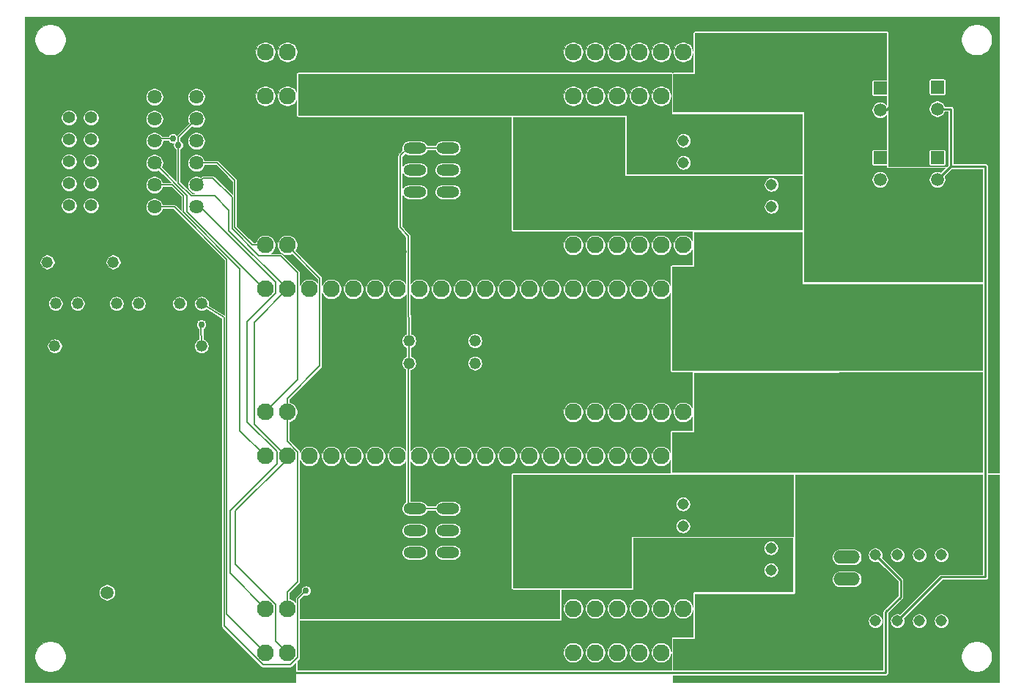
<source format=gbr>
%TF.GenerationSoftware,KiCad,Pcbnew,(5.1.10)-1*%
%TF.CreationDate,2022-06-25T13:24:03+09:00*%
%TF.ProjectId,2022___________,32303232-74a6-4dee-9fed-5fb0fb90fa7f,rev?*%
%TF.SameCoordinates,Original*%
%TF.FileFunction,Copper,L1,Top*%
%TF.FilePolarity,Positive*%
%FSLAX46Y46*%
G04 Gerber Fmt 4.6, Leading zero omitted, Abs format (unit mm)*
G04 Created by KiCad (PCBNEW (5.1.10)-1) date 2022-06-25 13:24:03*
%MOMM*%
%LPD*%
G01*
G04 APERTURE LIST*
%TA.AperFunction,ComponentPad*%
%ADD10C,1.508000*%
%TD*%
%TA.AperFunction,ComponentPad*%
%ADD11R,1.508000X1.508000*%
%TD*%
%TA.AperFunction,ComponentPad*%
%ADD12C,1.950000*%
%TD*%
%TA.AperFunction,ComponentPad*%
%ADD13C,1.638300*%
%TD*%
%TA.AperFunction,SMDPad,CuDef*%
%ADD14R,6.500000X3.500000*%
%TD*%
%TA.AperFunction,ComponentPad*%
%ADD15O,3.048000X1.524000*%
%TD*%
%TA.AperFunction,ComponentPad*%
%ADD16C,1.320800*%
%TD*%
%TA.AperFunction,ComponentPad*%
%ADD17C,1.308000*%
%TD*%
%TA.AperFunction,ComponentPad*%
%ADD18C,1.422400*%
%TD*%
%TA.AperFunction,ComponentPad*%
%ADD19O,2.616000X1.308000*%
%TD*%
%TA.AperFunction,SMDPad,CuDef*%
%ADD20R,12.700000X11.938000*%
%TD*%
%TA.AperFunction,ViaPad*%
%ADD21C,0.756400*%
%TD*%
%TA.AperFunction,Conductor*%
%ADD22C,0.254000*%
%TD*%
%TA.AperFunction,Conductor*%
%ADD23C,0.152400*%
%TD*%
%TA.AperFunction,Conductor*%
%ADD24C,0.203200*%
%TD*%
%TA.AperFunction,Conductor*%
%ADD25C,0.076200*%
%TD*%
%TA.AperFunction,Conductor*%
%ADD26C,0.100000*%
%TD*%
G04 APERTURE END LIST*
D10*
%TO.P,C1,A*%
%TO.N,VCC*%
X109224100Y-133105600D03*
%TO.P,C1,C*%
%TO.N,GND*%
X101724100Y-133105600D03*
%TD*%
D11*
%TO.P,CTRL1,1*%
%TO.N,Net-(CTRL1-Pad1)*%
X197600100Y-74683600D03*
D10*
%TO.P,CTRL1,2*%
%TO.N,Net-(CTRL1-Pad2)*%
X197600100Y-77223600D03*
%TD*%
D11*
%TO.P,CTRL2,1*%
%TO.N,Net-(CTRL1-Pad1)*%
X197600100Y-82861600D03*
D10*
%TO.P,CTRL2,2*%
%TO.N,Net-(CTRL1-Pad2)*%
X197600100Y-85401600D03*
%TD*%
D12*
%TO.P,EDGE1,P$50*%
%TO.N,Net-(EDGE1-PadP$1)*%
X180941100Y-140043600D03*
%TO.P,EDGE1,P$49*%
X178401100Y-140043600D03*
%TO.P,EDGE1,P$48*%
X175861100Y-140043600D03*
%TO.P,EDGE1,P$47*%
X173321100Y-140043600D03*
%TO.P,EDGE1,P$46*%
X170781100Y-140043600D03*
%TO.P,EDGE1,P$45*%
X168241100Y-140043600D03*
%TO.P,EDGE1,P$44*%
%TO.N,Net-(EDGE1-PadP$10)*%
X165701100Y-140043600D03*
%TO.P,EDGE1,P$43*%
X163161100Y-140043600D03*
%TO.P,EDGE1,P$42*%
X160621100Y-140043600D03*
%TO.P,EDGE1,P$41*%
X158081100Y-140043600D03*
%TO.P,EDGE1,P$40*%
X155541100Y-140043600D03*
%TO.P,EDGE1,P$39*%
%TO.N,Net-(EDGE1-PadP$28)*%
X153001100Y-140043600D03*
%TO.P,EDGE1,P$38*%
X150461100Y-140043600D03*
%TO.P,EDGE1,P$37*%
X147921100Y-140043600D03*
%TO.P,EDGE1,P$36*%
X145381100Y-140043600D03*
%TO.P,EDGE1,P$35*%
X142841100Y-140043600D03*
%TO.P,EDGE1,P$34*%
X140301100Y-140043600D03*
%TO.P,EDGE1,P$33*%
X137761100Y-140043600D03*
%TO.P,EDGE1,P$32*%
X135221100Y-140043600D03*
%TO.P,EDGE1,P$31*%
X132681100Y-140043600D03*
%TO.P,EDGE1,P$30*%
X130141100Y-140043600D03*
%TO.P,EDGE1,P$29*%
X127601100Y-140043600D03*
%TO.P,EDGE1,P$28*%
X125061100Y-140043600D03*
%TO.P,EDGE1,P$27*%
%TO.N,/VCC2*%
X122521100Y-140043600D03*
%TO.P,EDGE1,P$26*%
%TO.N,/DIR1*%
X119981100Y-140043600D03*
%TO.P,EDGE1,P$25*%
%TO.N,/PWM1*%
X119981100Y-134963600D03*
%TO.P,EDGE1,P$24*%
%TO.N,/GND2*%
X122521100Y-134963600D03*
%TO.P,EDGE1,P$23*%
%TO.N,VCC*%
X125061100Y-134963600D03*
%TO.P,EDGE1,P$22*%
X127601100Y-134963600D03*
%TO.P,EDGE1,P$21*%
X130141100Y-134963600D03*
%TO.P,EDGE1,P$20*%
X132681100Y-134963600D03*
%TO.P,EDGE1,P$19*%
X135221100Y-134963600D03*
%TO.P,EDGE1,P$18*%
X137761100Y-134963600D03*
%TO.P,EDGE1,P$17*%
X140301100Y-134963600D03*
%TO.P,EDGE1,P$16*%
X142841100Y-134963600D03*
%TO.P,EDGE1,P$15*%
X145381100Y-134963600D03*
%TO.P,EDGE1,P$14*%
X147921100Y-134963600D03*
%TO.P,EDGE1,P$13*%
X150461100Y-134963600D03*
%TO.P,EDGE1,P$12*%
X153001100Y-134963600D03*
%TO.P,EDGE1,P$11*%
%TO.N,Net-(EDGE1-PadP$10)*%
X155541100Y-134963600D03*
%TO.P,EDGE1,P$10*%
X158081100Y-134963600D03*
%TO.P,EDGE1,P$9*%
X160621100Y-134963600D03*
%TO.P,EDGE1,P$8*%
X163161100Y-134963600D03*
%TO.P,EDGE1,P$7*%
X165701100Y-134963600D03*
%TO.P,EDGE1,P$6*%
X168241100Y-134963600D03*
%TO.P,EDGE1,P$5*%
%TO.N,Net-(EDGE1-PadP$1)*%
X170781100Y-134963600D03*
%TO.P,EDGE1,P$4*%
X173321100Y-134963600D03*
%TO.P,EDGE1,P$3*%
X175861100Y-134963600D03*
%TO.P,EDGE1,P$2*%
X178401100Y-134963600D03*
%TO.P,EDGE1,P$1*%
X180941100Y-134963600D03*
%TD*%
%TO.P,EDGE2,P$50*%
%TO.N,Net-(EDGE2-PadP$1)*%
X180941100Y-117343600D03*
%TO.P,EDGE2,P$49*%
X178401100Y-117343600D03*
%TO.P,EDGE2,P$48*%
X175861100Y-117343600D03*
%TO.P,EDGE2,P$47*%
X173321100Y-117343600D03*
%TO.P,EDGE2,P$46*%
X170781100Y-117343600D03*
%TO.P,EDGE2,P$45*%
X168241100Y-117343600D03*
%TO.P,EDGE2,P$44*%
%TO.N,Net-(EDGE2-PadP$10)*%
X165701100Y-117343600D03*
%TO.P,EDGE2,P$43*%
X163161100Y-117343600D03*
%TO.P,EDGE2,P$42*%
X160621100Y-117343600D03*
%TO.P,EDGE2,P$41*%
X158081100Y-117343600D03*
%TO.P,EDGE2,P$40*%
X155541100Y-117343600D03*
%TO.P,EDGE2,P$39*%
%TO.N,Net-(EDGE2-PadP$28)*%
X153001100Y-117343600D03*
%TO.P,EDGE2,P$38*%
X150461100Y-117343600D03*
%TO.P,EDGE2,P$37*%
X147921100Y-117343600D03*
%TO.P,EDGE2,P$36*%
X145381100Y-117343600D03*
%TO.P,EDGE2,P$35*%
X142841100Y-117343600D03*
%TO.P,EDGE2,P$34*%
X140301100Y-117343600D03*
%TO.P,EDGE2,P$33*%
X137761100Y-117343600D03*
%TO.P,EDGE2,P$32*%
X135221100Y-117343600D03*
%TO.P,EDGE2,P$31*%
X132681100Y-117343600D03*
%TO.P,EDGE2,P$30*%
X130141100Y-117343600D03*
%TO.P,EDGE2,P$29*%
X127601100Y-117343600D03*
%TO.P,EDGE2,P$28*%
X125061100Y-117343600D03*
%TO.P,EDGE2,P$27*%
%TO.N,/VCC2*%
X122521100Y-117343600D03*
%TO.P,EDGE2,P$26*%
%TO.N,/DIR2*%
X119981100Y-117343600D03*
%TO.P,EDGE2,P$25*%
%TO.N,/PWM2*%
X119981100Y-112263600D03*
%TO.P,EDGE2,P$24*%
%TO.N,/GND2*%
X122521100Y-112263600D03*
%TO.P,EDGE2,P$23*%
%TO.N,VCC*%
X125061100Y-112263600D03*
%TO.P,EDGE2,P$22*%
X127601100Y-112263600D03*
%TO.P,EDGE2,P$21*%
X130141100Y-112263600D03*
%TO.P,EDGE2,P$20*%
X132681100Y-112263600D03*
%TO.P,EDGE2,P$19*%
X135221100Y-112263600D03*
%TO.P,EDGE2,P$18*%
X137761100Y-112263600D03*
%TO.P,EDGE2,P$17*%
X140301100Y-112263600D03*
%TO.P,EDGE2,P$16*%
X142841100Y-112263600D03*
%TO.P,EDGE2,P$15*%
X145381100Y-112263600D03*
%TO.P,EDGE2,P$14*%
X147921100Y-112263600D03*
%TO.P,EDGE2,P$13*%
X150461100Y-112263600D03*
%TO.P,EDGE2,P$12*%
X153001100Y-112263600D03*
%TO.P,EDGE2,P$11*%
%TO.N,Net-(EDGE2-PadP$10)*%
X155541100Y-112263600D03*
%TO.P,EDGE2,P$10*%
X158081100Y-112263600D03*
%TO.P,EDGE2,P$9*%
X160621100Y-112263600D03*
%TO.P,EDGE2,P$8*%
X163161100Y-112263600D03*
%TO.P,EDGE2,P$7*%
X165701100Y-112263600D03*
%TO.P,EDGE2,P$6*%
X168241100Y-112263600D03*
%TO.P,EDGE2,P$5*%
%TO.N,Net-(EDGE2-PadP$1)*%
X170781100Y-112263600D03*
%TO.P,EDGE2,P$4*%
X173321100Y-112263600D03*
%TO.P,EDGE2,P$3*%
X175861100Y-112263600D03*
%TO.P,EDGE2,P$2*%
X178401100Y-112263600D03*
%TO.P,EDGE2,P$1*%
X180941100Y-112263600D03*
%TD*%
%TO.P,EDGE3,P$50*%
%TO.N,Net-(EDGE3-PadP$1)*%
X180941100Y-98043600D03*
%TO.P,EDGE3,P$49*%
X178401100Y-98043600D03*
%TO.P,EDGE3,P$48*%
X175861100Y-98043600D03*
%TO.P,EDGE3,P$47*%
X173321100Y-98043600D03*
%TO.P,EDGE3,P$46*%
X170781100Y-98043600D03*
%TO.P,EDGE3,P$45*%
X168241100Y-98043600D03*
%TO.P,EDGE3,P$44*%
%TO.N,Net-(EDGE3-PadP$10)*%
X165701100Y-98043600D03*
%TO.P,EDGE3,P$43*%
X163161100Y-98043600D03*
%TO.P,EDGE3,P$42*%
X160621100Y-98043600D03*
%TO.P,EDGE3,P$41*%
X158081100Y-98043600D03*
%TO.P,EDGE3,P$40*%
X155541100Y-98043600D03*
%TO.P,EDGE3,P$39*%
%TO.N,Net-(EDGE3-PadP$28)*%
X153001100Y-98043600D03*
%TO.P,EDGE3,P$38*%
X150461100Y-98043600D03*
%TO.P,EDGE3,P$37*%
X147921100Y-98043600D03*
%TO.P,EDGE3,P$36*%
X145381100Y-98043600D03*
%TO.P,EDGE3,P$35*%
X142841100Y-98043600D03*
%TO.P,EDGE3,P$34*%
X140301100Y-98043600D03*
%TO.P,EDGE3,P$33*%
X137761100Y-98043600D03*
%TO.P,EDGE3,P$32*%
X135221100Y-98043600D03*
%TO.P,EDGE3,P$31*%
X132681100Y-98043600D03*
%TO.P,EDGE3,P$30*%
X130141100Y-98043600D03*
%TO.P,EDGE3,P$29*%
X127601100Y-98043600D03*
%TO.P,EDGE3,P$28*%
X125061100Y-98043600D03*
%TO.P,EDGE3,P$27*%
%TO.N,/VCC2*%
X122521100Y-98043600D03*
%TO.P,EDGE3,P$26*%
%TO.N,/DIR3*%
X119981100Y-98043600D03*
%TO.P,EDGE3,P$25*%
%TO.N,/PWM3*%
X119981100Y-92963600D03*
%TO.P,EDGE3,P$24*%
%TO.N,/GND2*%
X122521100Y-92963600D03*
%TO.P,EDGE3,P$23*%
%TO.N,VCC*%
X125061100Y-92963600D03*
%TO.P,EDGE3,P$22*%
X127601100Y-92963600D03*
%TO.P,EDGE3,P$21*%
X130141100Y-92963600D03*
%TO.P,EDGE3,P$20*%
X132681100Y-92963600D03*
%TO.P,EDGE3,P$19*%
X135221100Y-92963600D03*
%TO.P,EDGE3,P$18*%
X137761100Y-92963600D03*
%TO.P,EDGE3,P$17*%
X140301100Y-92963600D03*
%TO.P,EDGE3,P$16*%
X142841100Y-92963600D03*
%TO.P,EDGE3,P$15*%
X145381100Y-92963600D03*
%TO.P,EDGE3,P$14*%
X147921100Y-92963600D03*
%TO.P,EDGE3,P$13*%
X150461100Y-92963600D03*
%TO.P,EDGE3,P$12*%
X153001100Y-92963600D03*
%TO.P,EDGE3,P$11*%
%TO.N,Net-(EDGE3-PadP$10)*%
X155541100Y-92963600D03*
%TO.P,EDGE3,P$10*%
X158081100Y-92963600D03*
%TO.P,EDGE3,P$9*%
X160621100Y-92963600D03*
%TO.P,EDGE3,P$8*%
X163161100Y-92963600D03*
%TO.P,EDGE3,P$7*%
X165701100Y-92963600D03*
%TO.P,EDGE3,P$6*%
X168241100Y-92963600D03*
%TO.P,EDGE3,P$5*%
%TO.N,Net-(EDGE3-PadP$1)*%
X170781100Y-92963600D03*
%TO.P,EDGE3,P$4*%
X173321100Y-92963600D03*
%TO.P,EDGE3,P$3*%
X175861100Y-92963600D03*
%TO.P,EDGE3,P$2*%
X178401100Y-92963600D03*
%TO.P,EDGE3,P$1*%
X180941100Y-92963600D03*
%TD*%
%TO.P,EDGE4,P$50*%
%TO.N,Net-(EDGE4-PadP$1)*%
X180941100Y-75743600D03*
%TO.P,EDGE4,P$49*%
X178401100Y-75743600D03*
%TO.P,EDGE4,P$48*%
X175861100Y-75743600D03*
%TO.P,EDGE4,P$47*%
X173321100Y-75743600D03*
%TO.P,EDGE4,P$46*%
X170781100Y-75743600D03*
%TO.P,EDGE4,P$45*%
X168241100Y-75743600D03*
%TO.P,EDGE4,P$44*%
%TO.N,Net-(EDGE4-PadP$10)*%
X165701100Y-75743600D03*
%TO.P,EDGE4,P$43*%
X163161100Y-75743600D03*
%TO.P,EDGE4,P$42*%
X160621100Y-75743600D03*
%TO.P,EDGE4,P$41*%
X158081100Y-75743600D03*
%TO.P,EDGE4,P$40*%
X155541100Y-75743600D03*
%TO.P,EDGE4,P$39*%
%TO.N,Net-(EDGE4-PadP$28)*%
X153001100Y-75743600D03*
%TO.P,EDGE4,P$38*%
X150461100Y-75743600D03*
%TO.P,EDGE4,P$37*%
X147921100Y-75743600D03*
%TO.P,EDGE4,P$36*%
X145381100Y-75743600D03*
%TO.P,EDGE4,P$35*%
X142841100Y-75743600D03*
%TO.P,EDGE4,P$34*%
X140301100Y-75743600D03*
%TO.P,EDGE4,P$33*%
X137761100Y-75743600D03*
%TO.P,EDGE4,P$32*%
X135221100Y-75743600D03*
%TO.P,EDGE4,P$31*%
X132681100Y-75743600D03*
%TO.P,EDGE4,P$30*%
X130141100Y-75743600D03*
%TO.P,EDGE4,P$29*%
X127601100Y-75743600D03*
%TO.P,EDGE4,P$28*%
X125061100Y-75743600D03*
%TO.P,EDGE4,P$27*%
%TO.N,/VCC2*%
X122521100Y-75743600D03*
%TO.P,EDGE4,P$26*%
%TO.N,/DIR4*%
X119981100Y-75743600D03*
%TO.P,EDGE4,P$25*%
%TO.N,/PWM4*%
X119981100Y-70663600D03*
%TO.P,EDGE4,P$24*%
%TO.N,/GND2*%
X122521100Y-70663600D03*
%TO.P,EDGE4,P$23*%
%TO.N,VCC*%
X125061100Y-70663600D03*
%TO.P,EDGE4,P$22*%
X127601100Y-70663600D03*
%TO.P,EDGE4,P$21*%
X130141100Y-70663600D03*
%TO.P,EDGE4,P$20*%
X132681100Y-70663600D03*
%TO.P,EDGE4,P$19*%
X135221100Y-70663600D03*
%TO.P,EDGE4,P$18*%
X137761100Y-70663600D03*
%TO.P,EDGE4,P$17*%
X140301100Y-70663600D03*
%TO.P,EDGE4,P$16*%
X142841100Y-70663600D03*
%TO.P,EDGE4,P$15*%
X145381100Y-70663600D03*
%TO.P,EDGE4,P$14*%
X147921100Y-70663600D03*
%TO.P,EDGE4,P$13*%
X150461100Y-70663600D03*
%TO.P,EDGE4,P$12*%
X153001100Y-70663600D03*
%TO.P,EDGE4,P$11*%
%TO.N,Net-(EDGE4-PadP$10)*%
X155541100Y-70663600D03*
%TO.P,EDGE4,P$10*%
X158081100Y-70663600D03*
%TO.P,EDGE4,P$9*%
X160621100Y-70663600D03*
%TO.P,EDGE4,P$8*%
X163161100Y-70663600D03*
%TO.P,EDGE4,P$7*%
X165701100Y-70663600D03*
%TO.P,EDGE4,P$6*%
X168241100Y-70663600D03*
%TO.P,EDGE4,P$5*%
%TO.N,Net-(EDGE4-PadP$1)*%
X170781100Y-70663600D03*
%TO.P,EDGE4,P$4*%
X173321100Y-70663600D03*
%TO.P,EDGE4,P$3*%
X175861100Y-70663600D03*
%TO.P,EDGE4,P$2*%
X178401100Y-70663600D03*
%TO.P,EDGE4,P$1*%
X180941100Y-70663600D03*
%TD*%
D13*
%TO.P,EDGE5,P$12*%
%TO.N,/DIR1*%
X107178400Y-88533600D03*
%TO.P,EDGE5,P$11*%
%TO.N,/DIR2*%
X107178400Y-85993600D03*
%TO.P,EDGE5,P$10*%
%TO.N,/DIR3*%
X107178400Y-83453600D03*
%TO.P,EDGE5,P$9*%
%TO.N,/DIR4*%
X107178400Y-80913600D03*
%TO.P,EDGE5,P$8*%
%TO.N,/GND2*%
X107178400Y-78373600D03*
%TO.P,EDGE5,P$7*%
%TO.N,/NC*%
X107178400Y-75833600D03*
%TO.P,EDGE5,P$6*%
%TO.N,/LED*%
X112029800Y-75833600D03*
%TO.P,EDGE5,P$5*%
%TO.N,/VCC2*%
X112029800Y-78373600D03*
%TO.P,EDGE5,P$4*%
%TO.N,/PWM4*%
X112029800Y-80913600D03*
%TO.P,EDGE5,P$3*%
%TO.N,/PWM3*%
X112029800Y-83453600D03*
%TO.P,EDGE5,P$2*%
%TO.N,/PWM2*%
X112029800Y-85993600D03*
%TO.P,EDGE5,P$1*%
%TO.N,/PWM1*%
X112029800Y-88533600D03*
%TD*%
D14*
%TO.P,IN+,P$1*%
%TO.N,VCC*%
X98501100Y-108003600D03*
%TD*%
D15*
%TO.P,JP1,2*%
%TO.N,Net-(CTRL1-Pad1)*%
X187148100Y-131548600D03*
%TO.P,JP1,1*%
%TO.N,GND*%
X187148100Y-129008600D03*
%TD*%
D16*
%TO.P,LED1,K*%
%TO.N,GND*%
X98285100Y-99729600D03*
%TO.P,LED1,A*%
%TO.N,Net-(LED1-PadA)*%
X95745100Y-99729600D03*
%TD*%
%TO.P,LED2,K*%
%TO.N,/GND2*%
X105331100Y-99729600D03*
%TO.P,LED2,A*%
%TO.N,Net-(LED2-PadA)*%
X102791100Y-99729600D03*
%TD*%
%TO.P,LED3,K*%
%TO.N,Net-(IRLB-2-PadD)*%
X112631100Y-99729600D03*
%TO.P,LED3,A*%
%TO.N,Net-(LED3-PadA)*%
X110091100Y-99729600D03*
%TD*%
D14*
%TO.P,OUT1+,P$1*%
%TO.N,Net-(EDGE1-PadP$1)*%
X198501100Y-124903600D03*
%TD*%
%TO.P,OUT2+,P$1*%
%TO.N,Net-(EDGE2-PadP$1)*%
X198501100Y-115003600D03*
%TD*%
%TO.P,OUT3+,P$1*%
%TO.N,Net-(EDGE3-PadP$1)*%
X198501100Y-105003600D03*
%TD*%
%TO.P,OUT4+,P$1*%
%TO.N,Net-(EDGE4-PadP$1)*%
X198501100Y-95003600D03*
%TD*%
D17*
%TO.P,P-1,P$2*%
%TO.N,Net-(IRLB-1-PadP$1)*%
X178393100Y-130503600D03*
%TO.P,P-1,P$1*%
%TO.N,Net-(EDGE1-PadP$28)*%
X168233100Y-130503600D03*
%TD*%
%TO.P,P-2,P$2*%
%TO.N,Net-(IRLB-1-PadP$1)*%
X178393100Y-127963600D03*
%TO.P,P-2,P$1*%
%TO.N,Net-(EDGE1-PadP$28)*%
X168233100Y-127963600D03*
%TD*%
%TO.P,P-3,P$2*%
%TO.N,Net-(IRLB-2-PadP$1)*%
X178393100Y-125423600D03*
%TO.P,P-3,P$1*%
%TO.N,Net-(EDGE2-PadP$28)*%
X168233100Y-125423600D03*
%TD*%
%TO.P,P-4,P$2*%
%TO.N,Net-(IRLB-2-PadP$1)*%
X178393100Y-122883600D03*
%TO.P,P-4,P$1*%
%TO.N,Net-(EDGE2-PadP$28)*%
X168233100Y-122883600D03*
%TD*%
%TO.P,P-5,P$2*%
%TO.N,Net-(IRLB-3-PadP$1)*%
X168290100Y-88503600D03*
%TO.P,P-5,P$1*%
%TO.N,Net-(EDGE3-PadP$28)*%
X178450100Y-88503600D03*
%TD*%
%TO.P,P-6,P$2*%
%TO.N,Net-(IRLB-3-PadP$1)*%
X168290100Y-85963600D03*
%TO.P,P-6,P$1*%
%TO.N,Net-(EDGE3-PadP$28)*%
X178450100Y-85963600D03*
%TD*%
%TO.P,P-7,P$2*%
%TO.N,Net-(IRLB-4-PadP$1)*%
X168290100Y-83423600D03*
%TO.P,P-7,P$1*%
%TO.N,Net-(EDGE4-PadP$28)*%
X178450100Y-83423600D03*
%TD*%
%TO.P,P-8,P$2*%
%TO.N,Net-(IRLB-4-PadP$1)*%
X168290100Y-80883600D03*
%TO.P,P-8,P$1*%
%TO.N,Net-(EDGE4-PadP$28)*%
X178450100Y-80883600D03*
%TD*%
D16*
%TO.P,R1,2*%
%TO.N,Net-(LED2-PadA)*%
X102425100Y-94915600D03*
%TO.P,R1,1*%
%TO.N,/LED*%
X94805100Y-94915600D03*
%TD*%
%TO.P,R2,2*%
%TO.N,VCC*%
X103274100Y-104633600D03*
%TO.P,R2,1*%
%TO.N,Net-(LED1-PadA)*%
X95654100Y-104633600D03*
%TD*%
%TO.P,R3,2*%
%TO.N,Net-(IRLB-1-PadG)*%
X136569100Y-104024600D03*
%TO.P,R3,1*%
%TO.N,Net-(R3-Pad1)*%
X144189100Y-104024600D03*
%TD*%
%TO.P,R4,2*%
%TO.N,GND*%
X144189100Y-106601600D03*
%TO.P,R4,1*%
%TO.N,Net-(IRLB-1-PadG)*%
X136569100Y-106601600D03*
%TD*%
%TO.P,R5,2*%
%TO.N,VCC*%
X104985100Y-104633600D03*
%TO.P,R5,1*%
%TO.N,Net-(LED3-PadA)*%
X112605100Y-104633600D03*
%TD*%
D18*
%TO.P,SV1,10*%
%TO.N,/PWM1*%
X99853100Y-88390600D03*
%TO.P,SV1,9*%
%TO.N,/DIR1*%
X97313100Y-88390600D03*
%TO.P,SV1,8*%
%TO.N,/PWM2*%
X99853100Y-85850600D03*
%TO.P,SV1,7*%
%TO.N,/DIR2*%
X97313100Y-85850600D03*
%TO.P,SV1,6*%
%TO.N,/PWM3*%
X99853100Y-83310600D03*
%TO.P,SV1,5*%
%TO.N,/DIR3*%
X97313100Y-83310600D03*
%TO.P,SV1,4*%
%TO.N,/PWM4*%
X99853100Y-80770600D03*
%TO.P,SV1,3*%
%TO.N,/DIR4*%
X97313100Y-80770600D03*
%TO.P,SV1,2*%
%TO.N,/VCC2*%
X99853100Y-78230600D03*
%TO.P,SV1,1*%
%TO.N,/GND2*%
X97313100Y-78230600D03*
%TD*%
D11*
%TO.P,SWITCH,1*%
%TO.N,Net-(CTRL1-Pad2)*%
X190997100Y-74810600D03*
D10*
%TO.P,SWITCH,2*%
%TO.N,VCC*%
X190997100Y-77350600D03*
%TD*%
D14*
%TO.P,THRU+,P$1*%
%TO.N,VCC*%
X98501100Y-118003600D03*
%TD*%
D11*
%TO.P,THRU,1*%
%TO.N,Net-(CTRL1-Pad1)*%
X190997100Y-82861600D03*
D10*
%TO.P,THRU,2*%
%TO.N,Net-(CTRL1-Pad2)*%
X190997100Y-85401600D03*
%TD*%
D17*
%TO.P,TLP1,P$8*%
%TO.N,VCC*%
X190449100Y-128771600D03*
%TO.P,TLP1,P$7*%
%TO.N,N/C*%
X192989100Y-128771600D03*
%TO.P,TLP1,P$6*%
%TO.N,Net-(R3-Pad1)*%
X195529100Y-128771600D03*
%TO.P,TLP1,P$5*%
%TO.N,GND*%
X198069100Y-128771600D03*
%TO.P,TLP1,P$4*%
%TO.N,N/C*%
X198069100Y-136391600D03*
%TO.P,TLP1,P$3*%
%TO.N,Net-(CTRL1-Pad1)*%
X195529100Y-136391600D03*
%TO.P,TLP1,P$2*%
%TO.N,Net-(CTRL1-Pad2)*%
X192989100Y-136391600D03*
%TO.P,TLP1,P$1*%
%TO.N,N/C*%
X190449100Y-136391600D03*
%TD*%
D19*
%TO.P,IRLB3813,S*%
%TO.N,GND*%
X137231100Y-128473600D03*
%TO.P,IRLB3813,G*%
%TO.N,Net-(IRLB-1-PadG)*%
X137231100Y-123393600D03*
%TO.P,IRLB3813,D*%
%TO.N,Net-(IRLB-1-PadD)*%
X137231100Y-125933600D03*
%TD*%
D20*
%TO.P,IRLB3813,P$1*%
%TO.N,Net-(IRLB-2-PadP$1)*%
X155066500Y-125933600D03*
D19*
%TO.P,IRLB3813,S*%
%TO.N,GND*%
X141071100Y-128473600D03*
%TO.P,IRLB3813,G*%
%TO.N,Net-(IRLB-1-PadG)*%
X141071100Y-123393600D03*
%TO.P,IRLB3813,D*%
%TO.N,Net-(IRLB-2-PadD)*%
X141071100Y-125933600D03*
%TD*%
D20*
%TO.P,IRLB3813,P$1*%
%TO.N,Net-(IRLB-3-PadP$1)*%
X155066500Y-84266600D03*
D19*
%TO.P,IRLB3813,S*%
%TO.N,GND*%
X141071100Y-86806600D03*
%TO.P,IRLB3813,G*%
%TO.N,Net-(IRLB-1-PadG)*%
X141071100Y-81726600D03*
%TO.P,IRLB3813,D*%
%TO.N,Net-(IRLB-3-PadD)*%
X141071100Y-84266600D03*
%TD*%
%TO.P,IRLB3813,S*%
%TO.N,GND*%
X137231100Y-86806600D03*
%TO.P,IRLB3813,G*%
%TO.N,Net-(IRLB-1-PadG)*%
X137231100Y-81726600D03*
%TO.P,IRLB3813,D*%
%TO.N,Net-(IRLB-4-PadD)*%
X137231100Y-84266600D03*
%TD*%
D21*
%TO.N,/DIR4*%
X109296100Y-80638600D03*
%TO.N,/VCC2*%
X109931100Y-81400600D03*
%TO.N,Net-(LED3-PadA)*%
X112591100Y-102118600D03*
%TO.N,Net-(IRLB-2-PadD)*%
X124680100Y-132901844D03*
%TD*%
D22*
%TO.N,VCC*%
X190449100Y-128771600D02*
X193370100Y-131692600D01*
X193370100Y-131692600D02*
X193370100Y-133614600D01*
X118656900Y-142358600D02*
X191643100Y-142358600D01*
X118656900Y-142358600D02*
X109478100Y-133105600D01*
X109478100Y-133105600D02*
X109224100Y-133105600D01*
X191643100Y-135341600D02*
X193370100Y-133614600D01*
X191643100Y-142358600D02*
X191643100Y-135341600D01*
X153001100Y-70663600D02*
X155853100Y-67811600D01*
X155853100Y-67811600D02*
X191592100Y-67811600D01*
X191592100Y-67811600D02*
X193878100Y-70097600D01*
X193878100Y-70097600D02*
X193878100Y-75177600D01*
X193878100Y-75177600D02*
X191705100Y-77350600D01*
X191705100Y-77350600D02*
X190997100Y-77350600D01*
D23*
%TO.N,/PWM1*%
X121184700Y-97276050D02*
X112442250Y-88533600D01*
X112029800Y-88533600D02*
X112442250Y-88533600D01*
X117888500Y-113397150D02*
X117888500Y-101838350D01*
X117888500Y-101838350D02*
X121184700Y-98542150D01*
X121184700Y-98542150D02*
X121184700Y-97276050D01*
X119981100Y-134963600D02*
X115897100Y-130879600D01*
X115897100Y-130879600D02*
X115897100Y-123637750D01*
X121311700Y-118223150D02*
X121311700Y-116820350D01*
X115897100Y-123637750D02*
X121311700Y-118223150D01*
X121311700Y-116820350D02*
X117888500Y-113397150D01*
%TO.N,/DIR1*%
X119981100Y-140043600D02*
X115519100Y-135581600D01*
X115519100Y-94581713D02*
X115519100Y-135581600D01*
X107178400Y-88533600D02*
X109470987Y-88533600D01*
X109470987Y-88533600D02*
X115519100Y-94581713D01*
%TO.N,/PWM2*%
X116149100Y-87445900D02*
X113934800Y-85231600D01*
X113934800Y-85231600D02*
X112791800Y-85231600D01*
X112029800Y-85993600D02*
X112791800Y-85231600D01*
X123724700Y-108520000D02*
X119981100Y-112263600D01*
X123724700Y-96156200D02*
X123724700Y-108520000D01*
X116149100Y-87445900D02*
X116149100Y-91047394D01*
X121735700Y-94167200D02*
X123724700Y-96156200D01*
X116149100Y-91047394D02*
X119268906Y-94167200D01*
X119268906Y-94167200D02*
X121735700Y-94167200D01*
%TO.N,/DIR2*%
X119981100Y-117343600D02*
X117043100Y-114405600D01*
X117043100Y-114405600D02*
X117043100Y-95674657D01*
X110515300Y-89146857D02*
X110515300Y-87242600D01*
X110515300Y-87242600D02*
X109266300Y-85993600D01*
X109266300Y-85993600D02*
X107178400Y-85993600D01*
X117043100Y-95674657D02*
X110515300Y-89146857D01*
%TO.N,/PWM3*%
X116453900Y-90921138D02*
X116453900Y-85503600D01*
X119981100Y-92963600D02*
X118496362Y-92963600D01*
X118496362Y-92963600D02*
X116453900Y-90921138D01*
X116453900Y-85503600D02*
X114403900Y-83453600D01*
X114403900Y-83453600D02*
X112029800Y-83453600D01*
%TO.N,/DIR3*%
X110931100Y-89131600D02*
X110931100Y-87226600D01*
X110931100Y-87226600D02*
X107178400Y-83473900D01*
X107178400Y-83453600D02*
X107178400Y-83473900D01*
X119981100Y-98043600D02*
X119843100Y-98043600D01*
X119843100Y-98043600D02*
X110931100Y-89131600D01*
%TO.N,/DIR4*%
X107178400Y-80913600D02*
X107453400Y-80638600D01*
X107453400Y-80638600D02*
X109296100Y-80638600D01*
%TO.N,/VCC2*%
X112029800Y-78373600D02*
X109931100Y-80472300D01*
X109931100Y-80472300D02*
X109931100Y-81400600D01*
X122521100Y-98043600D02*
X115768100Y-91290600D01*
X114114793Y-87247850D02*
X111405306Y-87247850D01*
X111405306Y-87247850D02*
X109931100Y-85773644D01*
X109931100Y-85773644D02*
X109931100Y-81400600D01*
X115768100Y-91290600D02*
X115768100Y-88901157D01*
X115768100Y-88901157D02*
X114114793Y-87247850D01*
X121184700Y-134465050D02*
X116535100Y-129815450D01*
X122521100Y-140043600D02*
X121184700Y-138707200D01*
X121184700Y-138707200D02*
X121184700Y-134465050D01*
X116535100Y-123684807D02*
X122521100Y-117698807D01*
X122521100Y-117698807D02*
X122521100Y-117343600D01*
X116535100Y-129815450D02*
X116535100Y-123684807D01*
X122521100Y-98043600D02*
X118694100Y-101870600D01*
X118694100Y-101870600D02*
X118694100Y-113658600D01*
X118694100Y-113658600D02*
X122379100Y-117343600D01*
X122379100Y-117343600D02*
X122521100Y-117343600D01*
%TO.N,/GND2*%
X123724700Y-131842150D02*
X123724700Y-116845050D01*
X122521100Y-134963600D02*
X122521100Y-133045750D01*
X122521100Y-115641450D02*
X122521100Y-112263600D01*
X122521100Y-133045750D02*
X123724700Y-131842150D01*
X123724700Y-116845050D02*
X122521100Y-115641450D01*
X122521100Y-112263600D02*
X122521100Y-110662657D01*
X122521100Y-93039450D02*
X122521100Y-92963600D01*
X126264700Y-96783050D02*
X122521100Y-93039450D01*
X122521100Y-110662657D02*
X126264700Y-106919057D01*
X126264700Y-106919057D02*
X126264700Y-96783050D01*
D22*
%TO.N,Net-(CTRL1-Pad2)*%
X203151100Y-83877600D02*
X199124100Y-83877600D01*
X197600100Y-85401600D02*
X199124100Y-83877600D01*
X199151100Y-83850600D02*
X197600100Y-85401600D01*
X199151100Y-83850600D02*
X199151100Y-77223600D01*
X203151100Y-131312600D02*
X203151100Y-83877600D01*
X192989100Y-136391600D02*
X198068100Y-131312600D01*
X198068100Y-131312600D02*
X203151100Y-131312600D01*
X199151100Y-77223600D02*
X197600100Y-77223600D01*
D23*
%TO.N,Net-(IRLB-1-PadG)*%
X136569100Y-106601600D02*
X136501100Y-106613200D01*
D24*
X136501100Y-106613200D02*
X136501100Y-122720000D01*
X136569100Y-106601600D02*
X136569100Y-104024600D01*
X136569100Y-104024600D02*
X136501100Y-98553750D01*
D23*
X136501100Y-98553750D02*
X136501100Y-98542150D01*
D24*
X136501100Y-91922188D02*
X135567500Y-90932188D01*
X136501100Y-93846600D02*
X136501100Y-98542150D01*
X136501100Y-91922188D02*
X136501100Y-93503600D01*
X135567500Y-90932188D02*
X135567500Y-82630600D01*
D23*
X137231100Y-81726600D02*
X136471500Y-81726600D01*
D24*
X136471500Y-81726600D02*
X135567500Y-82630600D01*
X137231100Y-81726600D02*
X141071100Y-81726600D01*
X137231100Y-123393600D02*
X141071100Y-123393600D01*
X137231100Y-123393600D02*
X136501100Y-122720000D01*
D23*
X136501100Y-93503600D02*
X136501100Y-93846600D01*
%TO.N,Net-(LED3-PadA)*%
X112605100Y-104633600D02*
X112596196Y-104624697D01*
X112596196Y-104624697D02*
X112582525Y-102127175D01*
X112591100Y-102118600D02*
X112582525Y-102127175D01*
%TO.N,Net-(IRLB-2-PadD)*%
X112631100Y-99729600D02*
X115214300Y-101296800D01*
X115214300Y-101296800D02*
X115214300Y-136978950D01*
X119706950Y-141471600D02*
X122885100Y-141471600D01*
X122885100Y-141471600D02*
X123730500Y-140626200D01*
X124680100Y-132901844D02*
X124658706Y-132901844D01*
X124658706Y-132901844D02*
X123730500Y-133830050D01*
X123730500Y-140626200D02*
X123730500Y-133830050D01*
X115214300Y-136978950D02*
X119706950Y-141471600D01*
%TD*%
D25*
%TO.N,Net-(EDGE2-PadP$1)*%
X202833600Y-119126742D02*
X166986000Y-119160664D01*
X166986000Y-114592500D01*
X169455900Y-114592500D01*
X169463333Y-114591768D01*
X169470480Y-114589600D01*
X169477067Y-114586079D01*
X169482841Y-114581341D01*
X169487579Y-114575567D01*
X169491100Y-114568980D01*
X169493268Y-114561833D01*
X169494000Y-114554400D01*
X169494000Y-107719461D01*
X202833600Y-107685559D01*
X202833600Y-119126742D01*
%TA.AperFunction,Conductor*%
D26*
G36*
X202833600Y-119126742D02*
G01*
X166986000Y-119160664D01*
X166986000Y-114592500D01*
X169455900Y-114592500D01*
X169463333Y-114591768D01*
X169470480Y-114589600D01*
X169477067Y-114586079D01*
X169482841Y-114581341D01*
X169487579Y-114575567D01*
X169491100Y-114568980D01*
X169493268Y-114561833D01*
X169494000Y-114554400D01*
X169494000Y-107719461D01*
X202833600Y-107685559D01*
X202833600Y-119126742D01*
G37*
%TD.AperFunction*%
%TD*%
D25*
%TO.N,VCC*%
X204787999Y-119236900D02*
X203468600Y-119236900D01*
X203468600Y-83893196D01*
X203470136Y-83877600D01*
X203464006Y-83815359D01*
X203445851Y-83755510D01*
X203416369Y-83700353D01*
X203376693Y-83652007D01*
X203328347Y-83612331D01*
X203273190Y-83582849D01*
X203213341Y-83564694D01*
X203166696Y-83560100D01*
X203151100Y-83558564D01*
X203135504Y-83560100D01*
X199468600Y-83560100D01*
X199468600Y-77239196D01*
X199470136Y-77223600D01*
X199464006Y-77161359D01*
X199445851Y-77101510D01*
X199416369Y-77046353D01*
X199376693Y-76998007D01*
X199328347Y-76958331D01*
X199273190Y-76928849D01*
X199213341Y-76910694D01*
X199166696Y-76906100D01*
X199151100Y-76904564D01*
X199135504Y-76906100D01*
X198490906Y-76906100D01*
X198437105Y-76776211D01*
X198333741Y-76621516D01*
X198202184Y-76489959D01*
X198047489Y-76386595D01*
X197875600Y-76315397D01*
X197693125Y-76279100D01*
X197507075Y-76279100D01*
X197324600Y-76315397D01*
X197152711Y-76386595D01*
X196998016Y-76489959D01*
X196866459Y-76621516D01*
X196763095Y-76776211D01*
X196691897Y-76948100D01*
X196655600Y-77130575D01*
X196655600Y-77316625D01*
X196691897Y-77499100D01*
X196763095Y-77670989D01*
X196866459Y-77825684D01*
X196998016Y-77957241D01*
X197152711Y-78060605D01*
X197324600Y-78131803D01*
X197507075Y-78168100D01*
X197693125Y-78168100D01*
X197875600Y-78131803D01*
X198047489Y-78060605D01*
X198202184Y-77957241D01*
X198333741Y-77825684D01*
X198437105Y-77670989D01*
X198490906Y-77541100D01*
X198833601Y-77541100D01*
X198833600Y-83719087D01*
X198728787Y-83823900D01*
X191957800Y-83823900D01*
X191957800Y-82107600D01*
X196654679Y-82107600D01*
X196654679Y-83615600D01*
X196658357Y-83652944D01*
X196669250Y-83688854D01*
X196686939Y-83721948D01*
X196710745Y-83750955D01*
X196739752Y-83774761D01*
X196772846Y-83792450D01*
X196808756Y-83803343D01*
X196846100Y-83807021D01*
X198354100Y-83807021D01*
X198391444Y-83803343D01*
X198427354Y-83792450D01*
X198460448Y-83774761D01*
X198489455Y-83750955D01*
X198513261Y-83721948D01*
X198530950Y-83688854D01*
X198541843Y-83652944D01*
X198545521Y-83615600D01*
X198545521Y-82107600D01*
X198541843Y-82070256D01*
X198530950Y-82034346D01*
X198513261Y-82001252D01*
X198489455Y-81972245D01*
X198460448Y-81948439D01*
X198427354Y-81930750D01*
X198391444Y-81919857D01*
X198354100Y-81916179D01*
X196846100Y-81916179D01*
X196808756Y-81919857D01*
X196772846Y-81930750D01*
X196739752Y-81948439D01*
X196710745Y-81972245D01*
X196686939Y-82001252D01*
X196669250Y-82034346D01*
X196658357Y-82070256D01*
X196654679Y-82107600D01*
X191957800Y-82107600D01*
X191957800Y-73929600D01*
X196654679Y-73929600D01*
X196654679Y-75437600D01*
X196658357Y-75474944D01*
X196669250Y-75510854D01*
X196686939Y-75543948D01*
X196710745Y-75572955D01*
X196739752Y-75596761D01*
X196772846Y-75614450D01*
X196808756Y-75625343D01*
X196846100Y-75629021D01*
X198354100Y-75629021D01*
X198391444Y-75625343D01*
X198427354Y-75614450D01*
X198460448Y-75596761D01*
X198489455Y-75572955D01*
X198513261Y-75543948D01*
X198530950Y-75510854D01*
X198541843Y-75474944D01*
X198545521Y-75437600D01*
X198545521Y-73929600D01*
X198541843Y-73892256D01*
X198530950Y-73856346D01*
X198513261Y-73823252D01*
X198489455Y-73794245D01*
X198460448Y-73770439D01*
X198427354Y-73752750D01*
X198391444Y-73741857D01*
X198354100Y-73738179D01*
X196846100Y-73738179D01*
X196808756Y-73741857D01*
X196772846Y-73752750D01*
X196739752Y-73770439D01*
X196710745Y-73794245D01*
X196686939Y-73823252D01*
X196669250Y-73856346D01*
X196658357Y-73892256D01*
X196654679Y-73929600D01*
X191957800Y-73929600D01*
X191957800Y-69057251D01*
X200360600Y-69057251D01*
X200360600Y-69409949D01*
X200429408Y-69755869D01*
X200564380Y-70081720D01*
X200760328Y-70374977D01*
X201009723Y-70624372D01*
X201302980Y-70820320D01*
X201628831Y-70955292D01*
X201974751Y-71024100D01*
X202327449Y-71024100D01*
X202673369Y-70955292D01*
X202999220Y-70820320D01*
X203292477Y-70624372D01*
X203541872Y-70374977D01*
X203737820Y-70081720D01*
X203872792Y-69755869D01*
X203941600Y-69409949D01*
X203941600Y-69057251D01*
X203872792Y-68711331D01*
X203737820Y-68385480D01*
X203541872Y-68092223D01*
X203292477Y-67842828D01*
X202999220Y-67646880D01*
X202673369Y-67511908D01*
X202327449Y-67443100D01*
X201974751Y-67443100D01*
X201628831Y-67511908D01*
X201302980Y-67646880D01*
X201009723Y-67842828D01*
X200760328Y-68092223D01*
X200564380Y-68385480D01*
X200429408Y-68711331D01*
X200360600Y-69057251D01*
X191957800Y-69057251D01*
X191957800Y-68427400D01*
X191954140Y-68390235D01*
X191943299Y-68354499D01*
X191925695Y-68321564D01*
X191902004Y-68292696D01*
X191873136Y-68269005D01*
X191840201Y-68251401D01*
X191804465Y-68240560D01*
X191767300Y-68236900D01*
X169582900Y-68236900D01*
X169545735Y-68240560D01*
X169509999Y-68251401D01*
X169477064Y-68269005D01*
X169448196Y-68292696D01*
X169424505Y-68321564D01*
X169406901Y-68354499D01*
X169396060Y-68390235D01*
X169392400Y-68427400D01*
X169392400Y-70477421D01*
X169361810Y-70323636D01*
X169273952Y-70111529D01*
X169146403Y-69920637D01*
X168984063Y-69758297D01*
X168793171Y-69630748D01*
X168581064Y-69542890D01*
X168355892Y-69498100D01*
X168126308Y-69498100D01*
X167901136Y-69542890D01*
X167689029Y-69630748D01*
X167498137Y-69758297D01*
X167335797Y-69920637D01*
X167208248Y-70111529D01*
X167120390Y-70323636D01*
X167075600Y-70548808D01*
X167075600Y-70778392D01*
X167120390Y-71003564D01*
X167208248Y-71215671D01*
X167335797Y-71406563D01*
X167498137Y-71568903D01*
X167689029Y-71696452D01*
X167901136Y-71784310D01*
X168126308Y-71829100D01*
X168355892Y-71829100D01*
X168581064Y-71784310D01*
X168793171Y-71696452D01*
X168984063Y-71568903D01*
X169146403Y-71406563D01*
X169273952Y-71215671D01*
X169361810Y-71003564D01*
X169392400Y-70849779D01*
X169392400Y-72982900D01*
X167074900Y-72982900D01*
X167037735Y-72986560D01*
X167001999Y-72997401D01*
X166991100Y-73003227D01*
X166980201Y-72997401D01*
X166944465Y-72986560D01*
X166907300Y-72982900D01*
X123754900Y-72982900D01*
X123717735Y-72986560D01*
X123681999Y-72997401D01*
X123649064Y-73015005D01*
X123620196Y-73038696D01*
X123596505Y-73067564D01*
X123578901Y-73100499D01*
X123568060Y-73136235D01*
X123564400Y-73173400D01*
X123564400Y-75216753D01*
X123553952Y-75191529D01*
X123426403Y-75000637D01*
X123264063Y-74838297D01*
X123073171Y-74710748D01*
X122861064Y-74622890D01*
X122635892Y-74578100D01*
X122406308Y-74578100D01*
X122181136Y-74622890D01*
X121969029Y-74710748D01*
X121778137Y-74838297D01*
X121615797Y-75000637D01*
X121488248Y-75191529D01*
X121400390Y-75403636D01*
X121355600Y-75628808D01*
X121355600Y-75858392D01*
X121400390Y-76083564D01*
X121488248Y-76295671D01*
X121615797Y-76486563D01*
X121778137Y-76648903D01*
X121969029Y-76776452D01*
X122181136Y-76864310D01*
X122406308Y-76909100D01*
X122635892Y-76909100D01*
X122861064Y-76864310D01*
X123073171Y-76776452D01*
X123264063Y-76648903D01*
X123426403Y-76486563D01*
X123553952Y-76295671D01*
X123564400Y-76270447D01*
X123564400Y-77960800D01*
X123568060Y-77997965D01*
X123578901Y-78033701D01*
X123596505Y-78066636D01*
X123620196Y-78095504D01*
X123649064Y-78119195D01*
X123681999Y-78136799D01*
X123717735Y-78147640D01*
X123754900Y-78151300D01*
X148386576Y-78151300D01*
X148384400Y-78173400D01*
X148384400Y-91214800D01*
X148388060Y-91251965D01*
X148398901Y-91287701D01*
X148416505Y-91320636D01*
X148440196Y-91349504D01*
X148469064Y-91373195D01*
X148501999Y-91390799D01*
X148537735Y-91401640D01*
X148574900Y-91405300D01*
X169267576Y-91405300D01*
X169265400Y-91427400D01*
X169265400Y-92398730D01*
X169146403Y-92220637D01*
X168984063Y-92058297D01*
X168793171Y-91930748D01*
X168581064Y-91842890D01*
X168355892Y-91798100D01*
X168126308Y-91798100D01*
X167901136Y-91842890D01*
X167689029Y-91930748D01*
X167498137Y-92058297D01*
X167335797Y-92220637D01*
X167208248Y-92411529D01*
X167120390Y-92623636D01*
X167075600Y-92848808D01*
X167075600Y-93078392D01*
X167120390Y-93303564D01*
X167208248Y-93515671D01*
X167335797Y-93706563D01*
X167498137Y-93868903D01*
X167689029Y-93996452D01*
X167901136Y-94084310D01*
X168126308Y-94129100D01*
X168355892Y-94129100D01*
X168581064Y-94084310D01*
X168793171Y-93996452D01*
X168984063Y-93868903D01*
X169146403Y-93706563D01*
X169265400Y-93528470D01*
X169265400Y-95236900D01*
X166947900Y-95236900D01*
X166910735Y-95240560D01*
X166874999Y-95251401D01*
X166842064Y-95269005D01*
X166813196Y-95292696D01*
X166789505Y-95321564D01*
X166771901Y-95354499D01*
X166761060Y-95390235D01*
X166757400Y-95427400D01*
X166757400Y-97548137D01*
X166733952Y-97491529D01*
X166606403Y-97300637D01*
X166444063Y-97138297D01*
X166253171Y-97010748D01*
X166041064Y-96922890D01*
X165815892Y-96878100D01*
X165586308Y-96878100D01*
X165361136Y-96922890D01*
X165149029Y-97010748D01*
X164958137Y-97138297D01*
X164795797Y-97300637D01*
X164668248Y-97491529D01*
X164580390Y-97703636D01*
X164535600Y-97928808D01*
X164535600Y-98158392D01*
X164580390Y-98383564D01*
X164668248Y-98595671D01*
X164795797Y-98786563D01*
X164958137Y-98948903D01*
X165149029Y-99076452D01*
X165361136Y-99164310D01*
X165586308Y-99209100D01*
X165815892Y-99209100D01*
X166041064Y-99164310D01*
X166253171Y-99076452D01*
X166444063Y-98948903D01*
X166606403Y-98786563D01*
X166733952Y-98595671D01*
X166757400Y-98539063D01*
X166757400Y-107468800D01*
X166761060Y-107505965D01*
X166771901Y-107541701D01*
X166789505Y-107574636D01*
X166813196Y-107603504D01*
X166842064Y-107627195D01*
X166874999Y-107644799D01*
X166910735Y-107655640D01*
X166947900Y-107659300D01*
X169267576Y-107659300D01*
X169265400Y-107681400D01*
X169265400Y-111698730D01*
X169146403Y-111520637D01*
X168984063Y-111358297D01*
X168793171Y-111230748D01*
X168581064Y-111142890D01*
X168355892Y-111098100D01*
X168126308Y-111098100D01*
X167901136Y-111142890D01*
X167689029Y-111230748D01*
X167498137Y-111358297D01*
X167335797Y-111520637D01*
X167208248Y-111711529D01*
X167120390Y-111923636D01*
X167075600Y-112148808D01*
X167075600Y-112378392D01*
X167120390Y-112603564D01*
X167208248Y-112815671D01*
X167335797Y-113006563D01*
X167498137Y-113168903D01*
X167689029Y-113296452D01*
X167901136Y-113384310D01*
X168126308Y-113429100D01*
X168355892Y-113429100D01*
X168581064Y-113384310D01*
X168793171Y-113296452D01*
X168984063Y-113168903D01*
X169146403Y-113006563D01*
X169265400Y-112828470D01*
X169265400Y-114363900D01*
X166947900Y-114363900D01*
X166910735Y-114367560D01*
X166874999Y-114378401D01*
X166842064Y-114396005D01*
X166813196Y-114419696D01*
X166789505Y-114448564D01*
X166771901Y-114481499D01*
X166761060Y-114517235D01*
X166757400Y-114554400D01*
X166757400Y-116848137D01*
X166733952Y-116791529D01*
X166606403Y-116600637D01*
X166444063Y-116438297D01*
X166253171Y-116310748D01*
X166041064Y-116222890D01*
X165815892Y-116178100D01*
X165586308Y-116178100D01*
X165361136Y-116222890D01*
X165149029Y-116310748D01*
X164958137Y-116438297D01*
X164795797Y-116600637D01*
X164668248Y-116791529D01*
X164580390Y-117003636D01*
X164535600Y-117228808D01*
X164535600Y-117458392D01*
X164580390Y-117683564D01*
X164668248Y-117895671D01*
X164795797Y-118086563D01*
X164958137Y-118248903D01*
X165149029Y-118376452D01*
X165361136Y-118464310D01*
X165586308Y-118509100D01*
X165815892Y-118509100D01*
X166041064Y-118464310D01*
X166253171Y-118376452D01*
X166444063Y-118248903D01*
X166606403Y-118086563D01*
X166733952Y-117895671D01*
X166757400Y-117839063D01*
X166757400Y-119198800D01*
X166761096Y-119236141D01*
X166761327Y-119236900D01*
X148574900Y-119236900D01*
X148537735Y-119240560D01*
X148501999Y-119251401D01*
X148469064Y-119269005D01*
X148440196Y-119292696D01*
X148416505Y-119321564D01*
X148398901Y-119354499D01*
X148388060Y-119390235D01*
X148384400Y-119427400D01*
X148384400Y-132579800D01*
X148388060Y-132616965D01*
X148398901Y-132652701D01*
X148416505Y-132685636D01*
X148440196Y-132714504D01*
X148469064Y-132738195D01*
X148501999Y-132755799D01*
X148537735Y-132766640D01*
X148574900Y-132770300D01*
X153987400Y-132770300D01*
X153987400Y-136124900D01*
X123997200Y-136124900D01*
X123997200Y-133940520D01*
X124496408Y-133441313D01*
X124514216Y-133448689D01*
X124624088Y-133470544D01*
X124736112Y-133470544D01*
X124845984Y-133448689D01*
X124949481Y-133405820D01*
X125042625Y-133343582D01*
X125121838Y-133264369D01*
X125184076Y-133171225D01*
X125226945Y-133067728D01*
X125248800Y-132957856D01*
X125248800Y-132845832D01*
X125226945Y-132735960D01*
X125184076Y-132632463D01*
X125121838Y-132539319D01*
X125042625Y-132460106D01*
X124949481Y-132397868D01*
X124845984Y-132354999D01*
X124736112Y-132333144D01*
X124624088Y-132333144D01*
X124514216Y-132354999D01*
X124410719Y-132397868D01*
X124317575Y-132460106D01*
X124238362Y-132539319D01*
X124176124Y-132632463D01*
X124133255Y-132735960D01*
X124111400Y-132845832D01*
X124111400Y-132957856D01*
X124130334Y-133053045D01*
X123551179Y-133632201D01*
X123541003Y-133640552D01*
X123532653Y-133650727D01*
X123507675Y-133681163D01*
X123482911Y-133727495D01*
X123467660Y-133777768D01*
X123462510Y-133830050D01*
X123463801Y-133843156D01*
X123463801Y-134276607D01*
X123426403Y-134220637D01*
X123264063Y-134058297D01*
X123073171Y-133930748D01*
X122861064Y-133842890D01*
X122787800Y-133828317D01*
X122787800Y-133156220D01*
X123904021Y-132040000D01*
X123914198Y-132031648D01*
X123934809Y-132006533D01*
X123947525Y-131991039D01*
X123972289Y-131944706D01*
X123972290Y-131944705D01*
X123987541Y-131894432D01*
X123991400Y-131855248D01*
X123991400Y-131855247D01*
X123992690Y-131842151D01*
X123991400Y-131829055D01*
X123991400Y-128473600D01*
X135728514Y-128473600D01*
X135744819Y-128639151D01*
X135793109Y-128798340D01*
X135871527Y-128945049D01*
X135977059Y-129073641D01*
X136105651Y-129179173D01*
X136252360Y-129257591D01*
X136411549Y-129305881D01*
X136535613Y-129318100D01*
X137926587Y-129318100D01*
X138050651Y-129305881D01*
X138209840Y-129257591D01*
X138356549Y-129179173D01*
X138485141Y-129073641D01*
X138590673Y-128945049D01*
X138669091Y-128798340D01*
X138717381Y-128639151D01*
X138733686Y-128473600D01*
X139568514Y-128473600D01*
X139584819Y-128639151D01*
X139633109Y-128798340D01*
X139711527Y-128945049D01*
X139817059Y-129073641D01*
X139945651Y-129179173D01*
X140092360Y-129257591D01*
X140251549Y-129305881D01*
X140375613Y-129318100D01*
X141766587Y-129318100D01*
X141890651Y-129305881D01*
X142049840Y-129257591D01*
X142196549Y-129179173D01*
X142325141Y-129073641D01*
X142430673Y-128945049D01*
X142509091Y-128798340D01*
X142557381Y-128639151D01*
X142573686Y-128473600D01*
X142557381Y-128308049D01*
X142509091Y-128148860D01*
X142430673Y-128002151D01*
X142325141Y-127873559D01*
X142196549Y-127768027D01*
X142049840Y-127689609D01*
X141890651Y-127641319D01*
X141766587Y-127629100D01*
X140375613Y-127629100D01*
X140251549Y-127641319D01*
X140092360Y-127689609D01*
X139945651Y-127768027D01*
X139817059Y-127873559D01*
X139711527Y-128002151D01*
X139633109Y-128148860D01*
X139584819Y-128308049D01*
X139568514Y-128473600D01*
X138733686Y-128473600D01*
X138717381Y-128308049D01*
X138669091Y-128148860D01*
X138590673Y-128002151D01*
X138485141Y-127873559D01*
X138356549Y-127768027D01*
X138209840Y-127689609D01*
X138050651Y-127641319D01*
X137926587Y-127629100D01*
X136535613Y-127629100D01*
X136411549Y-127641319D01*
X136252360Y-127689609D01*
X136105651Y-127768027D01*
X135977059Y-127873559D01*
X135871527Y-128002151D01*
X135793109Y-128148860D01*
X135744819Y-128308049D01*
X135728514Y-128473600D01*
X123991400Y-128473600D01*
X123991400Y-125933600D01*
X135728514Y-125933600D01*
X135744819Y-126099151D01*
X135793109Y-126258340D01*
X135871527Y-126405049D01*
X135977059Y-126533641D01*
X136105651Y-126639173D01*
X136252360Y-126717591D01*
X136411549Y-126765881D01*
X136535613Y-126778100D01*
X137926587Y-126778100D01*
X138050651Y-126765881D01*
X138209840Y-126717591D01*
X138356549Y-126639173D01*
X138485141Y-126533641D01*
X138590673Y-126405049D01*
X138669091Y-126258340D01*
X138717381Y-126099151D01*
X138733686Y-125933600D01*
X139568514Y-125933600D01*
X139584819Y-126099151D01*
X139633109Y-126258340D01*
X139711527Y-126405049D01*
X139817059Y-126533641D01*
X139945651Y-126639173D01*
X140092360Y-126717591D01*
X140251549Y-126765881D01*
X140375613Y-126778100D01*
X141766587Y-126778100D01*
X141890651Y-126765881D01*
X142049840Y-126717591D01*
X142196549Y-126639173D01*
X142325141Y-126533641D01*
X142430673Y-126405049D01*
X142509091Y-126258340D01*
X142557381Y-126099151D01*
X142573686Y-125933600D01*
X142557381Y-125768049D01*
X142509091Y-125608860D01*
X142430673Y-125462151D01*
X142325141Y-125333559D01*
X142196549Y-125228027D01*
X142049840Y-125149609D01*
X141890651Y-125101319D01*
X141766587Y-125089100D01*
X140375613Y-125089100D01*
X140251549Y-125101319D01*
X140092360Y-125149609D01*
X139945651Y-125228027D01*
X139817059Y-125333559D01*
X139711527Y-125462151D01*
X139633109Y-125608860D01*
X139584819Y-125768049D01*
X139568514Y-125933600D01*
X138733686Y-125933600D01*
X138717381Y-125768049D01*
X138669091Y-125608860D01*
X138590673Y-125462151D01*
X138485141Y-125333559D01*
X138356549Y-125228027D01*
X138209840Y-125149609D01*
X138050651Y-125101319D01*
X137926587Y-125089100D01*
X136535613Y-125089100D01*
X136411549Y-125101319D01*
X136252360Y-125149609D01*
X136105651Y-125228027D01*
X135977059Y-125333559D01*
X135871527Y-125462151D01*
X135793109Y-125608860D01*
X135744819Y-125768049D01*
X135728514Y-125933600D01*
X123991400Y-125933600D01*
X123991400Y-117806712D01*
X124028248Y-117895671D01*
X124155797Y-118086563D01*
X124318137Y-118248903D01*
X124509029Y-118376452D01*
X124721136Y-118464310D01*
X124946308Y-118509100D01*
X125175892Y-118509100D01*
X125401064Y-118464310D01*
X125613171Y-118376452D01*
X125804063Y-118248903D01*
X125966403Y-118086563D01*
X126093952Y-117895671D01*
X126181810Y-117683564D01*
X126226600Y-117458392D01*
X126226600Y-117228808D01*
X126435600Y-117228808D01*
X126435600Y-117458392D01*
X126480390Y-117683564D01*
X126568248Y-117895671D01*
X126695797Y-118086563D01*
X126858137Y-118248903D01*
X127049029Y-118376452D01*
X127261136Y-118464310D01*
X127486308Y-118509100D01*
X127715892Y-118509100D01*
X127941064Y-118464310D01*
X128153171Y-118376452D01*
X128344063Y-118248903D01*
X128506403Y-118086563D01*
X128633952Y-117895671D01*
X128721810Y-117683564D01*
X128766600Y-117458392D01*
X128766600Y-117228808D01*
X128975600Y-117228808D01*
X128975600Y-117458392D01*
X129020390Y-117683564D01*
X129108248Y-117895671D01*
X129235797Y-118086563D01*
X129398137Y-118248903D01*
X129589029Y-118376452D01*
X129801136Y-118464310D01*
X130026308Y-118509100D01*
X130255892Y-118509100D01*
X130481064Y-118464310D01*
X130693171Y-118376452D01*
X130884063Y-118248903D01*
X131046403Y-118086563D01*
X131173952Y-117895671D01*
X131261810Y-117683564D01*
X131306600Y-117458392D01*
X131306600Y-117228808D01*
X131515600Y-117228808D01*
X131515600Y-117458392D01*
X131560390Y-117683564D01*
X131648248Y-117895671D01*
X131775797Y-118086563D01*
X131938137Y-118248903D01*
X132129029Y-118376452D01*
X132341136Y-118464310D01*
X132566308Y-118509100D01*
X132795892Y-118509100D01*
X133021064Y-118464310D01*
X133233171Y-118376452D01*
X133424063Y-118248903D01*
X133586403Y-118086563D01*
X133713952Y-117895671D01*
X133801810Y-117683564D01*
X133846600Y-117458392D01*
X133846600Y-117228808D01*
X133801810Y-117003636D01*
X133713952Y-116791529D01*
X133586403Y-116600637D01*
X133424063Y-116438297D01*
X133233171Y-116310748D01*
X133021064Y-116222890D01*
X132795892Y-116178100D01*
X132566308Y-116178100D01*
X132341136Y-116222890D01*
X132129029Y-116310748D01*
X131938137Y-116438297D01*
X131775797Y-116600637D01*
X131648248Y-116791529D01*
X131560390Y-117003636D01*
X131515600Y-117228808D01*
X131306600Y-117228808D01*
X131261810Y-117003636D01*
X131173952Y-116791529D01*
X131046403Y-116600637D01*
X130884063Y-116438297D01*
X130693171Y-116310748D01*
X130481064Y-116222890D01*
X130255892Y-116178100D01*
X130026308Y-116178100D01*
X129801136Y-116222890D01*
X129589029Y-116310748D01*
X129398137Y-116438297D01*
X129235797Y-116600637D01*
X129108248Y-116791529D01*
X129020390Y-117003636D01*
X128975600Y-117228808D01*
X128766600Y-117228808D01*
X128721810Y-117003636D01*
X128633952Y-116791529D01*
X128506403Y-116600637D01*
X128344063Y-116438297D01*
X128153171Y-116310748D01*
X127941064Y-116222890D01*
X127715892Y-116178100D01*
X127486308Y-116178100D01*
X127261136Y-116222890D01*
X127049029Y-116310748D01*
X126858137Y-116438297D01*
X126695797Y-116600637D01*
X126568248Y-116791529D01*
X126480390Y-117003636D01*
X126435600Y-117228808D01*
X126226600Y-117228808D01*
X126181810Y-117003636D01*
X126093952Y-116791529D01*
X125966403Y-116600637D01*
X125804063Y-116438297D01*
X125613171Y-116310748D01*
X125401064Y-116222890D01*
X125175892Y-116178100D01*
X124946308Y-116178100D01*
X124721136Y-116222890D01*
X124509029Y-116310748D01*
X124318137Y-116438297D01*
X124155797Y-116600637D01*
X124028248Y-116791529D01*
X123991400Y-116880488D01*
X123991400Y-116858145D01*
X123992690Y-116845049D01*
X123988967Y-116807252D01*
X123987541Y-116792768D01*
X123972290Y-116742495D01*
X123947526Y-116696163D01*
X123947525Y-116696161D01*
X123934809Y-116680667D01*
X123914198Y-116655552D01*
X123904021Y-116647200D01*
X122787800Y-115530980D01*
X122787800Y-113398883D01*
X122861064Y-113384310D01*
X123073171Y-113296452D01*
X123264063Y-113168903D01*
X123426403Y-113006563D01*
X123553952Y-112815671D01*
X123641810Y-112603564D01*
X123686600Y-112378392D01*
X123686600Y-112148808D01*
X123641810Y-111923636D01*
X123553952Y-111711529D01*
X123426403Y-111520637D01*
X123264063Y-111358297D01*
X123073171Y-111230748D01*
X122861064Y-111142890D01*
X122787800Y-111128317D01*
X122787800Y-110773127D01*
X126444022Y-107116906D01*
X126454198Y-107108555D01*
X126487526Y-107067944D01*
X126512290Y-107021612D01*
X126527541Y-106971339D01*
X126531400Y-106932155D01*
X126531400Y-106932153D01*
X126532690Y-106919057D01*
X126531400Y-106905961D01*
X126531400Y-98506712D01*
X126568248Y-98595671D01*
X126695797Y-98786563D01*
X126858137Y-98948903D01*
X127049029Y-99076452D01*
X127261136Y-99164310D01*
X127486308Y-99209100D01*
X127715892Y-99209100D01*
X127941064Y-99164310D01*
X128153171Y-99076452D01*
X128344063Y-98948903D01*
X128506403Y-98786563D01*
X128633952Y-98595671D01*
X128721810Y-98383564D01*
X128766600Y-98158392D01*
X128766600Y-97928808D01*
X128975600Y-97928808D01*
X128975600Y-98158392D01*
X129020390Y-98383564D01*
X129108248Y-98595671D01*
X129235797Y-98786563D01*
X129398137Y-98948903D01*
X129589029Y-99076452D01*
X129801136Y-99164310D01*
X130026308Y-99209100D01*
X130255892Y-99209100D01*
X130481064Y-99164310D01*
X130693171Y-99076452D01*
X130884063Y-98948903D01*
X131046403Y-98786563D01*
X131173952Y-98595671D01*
X131261810Y-98383564D01*
X131306600Y-98158392D01*
X131306600Y-97928808D01*
X131515600Y-97928808D01*
X131515600Y-98158392D01*
X131560390Y-98383564D01*
X131648248Y-98595671D01*
X131775797Y-98786563D01*
X131938137Y-98948903D01*
X132129029Y-99076452D01*
X132341136Y-99164310D01*
X132566308Y-99209100D01*
X132795892Y-99209100D01*
X133021064Y-99164310D01*
X133233171Y-99076452D01*
X133424063Y-98948903D01*
X133586403Y-98786563D01*
X133713952Y-98595671D01*
X133801810Y-98383564D01*
X133846600Y-98158392D01*
X133846600Y-97928808D01*
X134055600Y-97928808D01*
X134055600Y-98158392D01*
X134100390Y-98383564D01*
X134188248Y-98595671D01*
X134315797Y-98786563D01*
X134478137Y-98948903D01*
X134669029Y-99076452D01*
X134881136Y-99164310D01*
X135106308Y-99209100D01*
X135335892Y-99209100D01*
X135561064Y-99164310D01*
X135773171Y-99076452D01*
X135964063Y-98948903D01*
X136126403Y-98786563D01*
X136210311Y-98660985D01*
X136267085Y-103228692D01*
X136166048Y-103270542D01*
X136026683Y-103363663D01*
X135908163Y-103482183D01*
X135815042Y-103621548D01*
X135750900Y-103776402D01*
X135718200Y-103940794D01*
X135718200Y-104108406D01*
X135750900Y-104272798D01*
X135815042Y-104427652D01*
X135908163Y-104567017D01*
X136026683Y-104685537D01*
X136166048Y-104778658D01*
X136277001Y-104824616D01*
X136277000Y-105801584D01*
X136166048Y-105847542D01*
X136026683Y-105940663D01*
X135908163Y-106059183D01*
X135815042Y-106198548D01*
X135750900Y-106353402D01*
X135718200Y-106517794D01*
X135718200Y-106685406D01*
X135750900Y-106849798D01*
X135815042Y-107004652D01*
X135908163Y-107144017D01*
X136026683Y-107262537D01*
X136166048Y-107355658D01*
X136209000Y-107373449D01*
X136209001Y-116724254D01*
X136126403Y-116600637D01*
X135964063Y-116438297D01*
X135773171Y-116310748D01*
X135561064Y-116222890D01*
X135335892Y-116178100D01*
X135106308Y-116178100D01*
X134881136Y-116222890D01*
X134669029Y-116310748D01*
X134478137Y-116438297D01*
X134315797Y-116600637D01*
X134188248Y-116791529D01*
X134100390Y-117003636D01*
X134055600Y-117228808D01*
X134055600Y-117458392D01*
X134100390Y-117683564D01*
X134188248Y-117895671D01*
X134315797Y-118086563D01*
X134478137Y-118248903D01*
X134669029Y-118376452D01*
X134881136Y-118464310D01*
X135106308Y-118509100D01*
X135335892Y-118509100D01*
X135561064Y-118464310D01*
X135773171Y-118376452D01*
X135964063Y-118248903D01*
X136126403Y-118086563D01*
X136209001Y-117962946D01*
X136209001Y-122632785D01*
X136105651Y-122688027D01*
X135977059Y-122793559D01*
X135871527Y-122922151D01*
X135793109Y-123068860D01*
X135744819Y-123228049D01*
X135728514Y-123393600D01*
X135744819Y-123559151D01*
X135793109Y-123718340D01*
X135871527Y-123865049D01*
X135977059Y-123993641D01*
X136105651Y-124099173D01*
X136252360Y-124177591D01*
X136411549Y-124225881D01*
X136535613Y-124238100D01*
X137926587Y-124238100D01*
X138050651Y-124225881D01*
X138209840Y-124177591D01*
X138356549Y-124099173D01*
X138485141Y-123993641D01*
X138590673Y-123865049D01*
X138669091Y-123718340D01*
X138678992Y-123685700D01*
X139623208Y-123685700D01*
X139633109Y-123718340D01*
X139711527Y-123865049D01*
X139817059Y-123993641D01*
X139945651Y-124099173D01*
X140092360Y-124177591D01*
X140251549Y-124225881D01*
X140375613Y-124238100D01*
X141766587Y-124238100D01*
X141890651Y-124225881D01*
X142049840Y-124177591D01*
X142196549Y-124099173D01*
X142325141Y-123993641D01*
X142430673Y-123865049D01*
X142509091Y-123718340D01*
X142557381Y-123559151D01*
X142573686Y-123393600D01*
X142557381Y-123228049D01*
X142509091Y-123068860D01*
X142430673Y-122922151D01*
X142325141Y-122793559D01*
X142196549Y-122688027D01*
X142049840Y-122609609D01*
X141890651Y-122561319D01*
X141766587Y-122549100D01*
X140375613Y-122549100D01*
X140251549Y-122561319D01*
X140092360Y-122609609D01*
X139945651Y-122688027D01*
X139817059Y-122793559D01*
X139711527Y-122922151D01*
X139633109Y-123068860D01*
X139623208Y-123101500D01*
X138678992Y-123101500D01*
X138669091Y-123068860D01*
X138590673Y-122922151D01*
X138485141Y-122793559D01*
X138356549Y-122688027D01*
X138209840Y-122609609D01*
X138050651Y-122561319D01*
X137926587Y-122549100D01*
X136793200Y-122549100D01*
X136793200Y-117992879D01*
X136855797Y-118086563D01*
X137018137Y-118248903D01*
X137209029Y-118376452D01*
X137421136Y-118464310D01*
X137646308Y-118509100D01*
X137875892Y-118509100D01*
X138101064Y-118464310D01*
X138313171Y-118376452D01*
X138504063Y-118248903D01*
X138666403Y-118086563D01*
X138793952Y-117895671D01*
X138881810Y-117683564D01*
X138926600Y-117458392D01*
X138926600Y-117228808D01*
X139135600Y-117228808D01*
X139135600Y-117458392D01*
X139180390Y-117683564D01*
X139268248Y-117895671D01*
X139395797Y-118086563D01*
X139558137Y-118248903D01*
X139749029Y-118376452D01*
X139961136Y-118464310D01*
X140186308Y-118509100D01*
X140415892Y-118509100D01*
X140641064Y-118464310D01*
X140853171Y-118376452D01*
X141044063Y-118248903D01*
X141206403Y-118086563D01*
X141333952Y-117895671D01*
X141421810Y-117683564D01*
X141466600Y-117458392D01*
X141466600Y-117228808D01*
X141675600Y-117228808D01*
X141675600Y-117458392D01*
X141720390Y-117683564D01*
X141808248Y-117895671D01*
X141935797Y-118086563D01*
X142098137Y-118248903D01*
X142289029Y-118376452D01*
X142501136Y-118464310D01*
X142726308Y-118509100D01*
X142955892Y-118509100D01*
X143181064Y-118464310D01*
X143393171Y-118376452D01*
X143584063Y-118248903D01*
X143746403Y-118086563D01*
X143873952Y-117895671D01*
X143961810Y-117683564D01*
X144006600Y-117458392D01*
X144006600Y-117228808D01*
X144215600Y-117228808D01*
X144215600Y-117458392D01*
X144260390Y-117683564D01*
X144348248Y-117895671D01*
X144475797Y-118086563D01*
X144638137Y-118248903D01*
X144829029Y-118376452D01*
X145041136Y-118464310D01*
X145266308Y-118509100D01*
X145495892Y-118509100D01*
X145721064Y-118464310D01*
X145933171Y-118376452D01*
X146124063Y-118248903D01*
X146286403Y-118086563D01*
X146413952Y-117895671D01*
X146501810Y-117683564D01*
X146546600Y-117458392D01*
X146546600Y-117228808D01*
X146755600Y-117228808D01*
X146755600Y-117458392D01*
X146800390Y-117683564D01*
X146888248Y-117895671D01*
X147015797Y-118086563D01*
X147178137Y-118248903D01*
X147369029Y-118376452D01*
X147581136Y-118464310D01*
X147806308Y-118509100D01*
X148035892Y-118509100D01*
X148261064Y-118464310D01*
X148473171Y-118376452D01*
X148664063Y-118248903D01*
X148826403Y-118086563D01*
X148953952Y-117895671D01*
X149041810Y-117683564D01*
X149086600Y-117458392D01*
X149086600Y-117228808D01*
X149295600Y-117228808D01*
X149295600Y-117458392D01*
X149340390Y-117683564D01*
X149428248Y-117895671D01*
X149555797Y-118086563D01*
X149718137Y-118248903D01*
X149909029Y-118376452D01*
X150121136Y-118464310D01*
X150346308Y-118509100D01*
X150575892Y-118509100D01*
X150801064Y-118464310D01*
X151013171Y-118376452D01*
X151204063Y-118248903D01*
X151366403Y-118086563D01*
X151493952Y-117895671D01*
X151581810Y-117683564D01*
X151626600Y-117458392D01*
X151626600Y-117228808D01*
X151835600Y-117228808D01*
X151835600Y-117458392D01*
X151880390Y-117683564D01*
X151968248Y-117895671D01*
X152095797Y-118086563D01*
X152258137Y-118248903D01*
X152449029Y-118376452D01*
X152661136Y-118464310D01*
X152886308Y-118509100D01*
X153115892Y-118509100D01*
X153341064Y-118464310D01*
X153553171Y-118376452D01*
X153744063Y-118248903D01*
X153906403Y-118086563D01*
X154033952Y-117895671D01*
X154121810Y-117683564D01*
X154166600Y-117458392D01*
X154166600Y-117228808D01*
X154375600Y-117228808D01*
X154375600Y-117458392D01*
X154420390Y-117683564D01*
X154508248Y-117895671D01*
X154635797Y-118086563D01*
X154798137Y-118248903D01*
X154989029Y-118376452D01*
X155201136Y-118464310D01*
X155426308Y-118509100D01*
X155655892Y-118509100D01*
X155881064Y-118464310D01*
X156093171Y-118376452D01*
X156284063Y-118248903D01*
X156446403Y-118086563D01*
X156573952Y-117895671D01*
X156661810Y-117683564D01*
X156706600Y-117458392D01*
X156706600Y-117228808D01*
X156915600Y-117228808D01*
X156915600Y-117458392D01*
X156960390Y-117683564D01*
X157048248Y-117895671D01*
X157175797Y-118086563D01*
X157338137Y-118248903D01*
X157529029Y-118376452D01*
X157741136Y-118464310D01*
X157966308Y-118509100D01*
X158195892Y-118509100D01*
X158421064Y-118464310D01*
X158633171Y-118376452D01*
X158824063Y-118248903D01*
X158986403Y-118086563D01*
X159113952Y-117895671D01*
X159201810Y-117683564D01*
X159246600Y-117458392D01*
X159246600Y-117228808D01*
X159455600Y-117228808D01*
X159455600Y-117458392D01*
X159500390Y-117683564D01*
X159588248Y-117895671D01*
X159715797Y-118086563D01*
X159878137Y-118248903D01*
X160069029Y-118376452D01*
X160281136Y-118464310D01*
X160506308Y-118509100D01*
X160735892Y-118509100D01*
X160961064Y-118464310D01*
X161173171Y-118376452D01*
X161364063Y-118248903D01*
X161526403Y-118086563D01*
X161653952Y-117895671D01*
X161741810Y-117683564D01*
X161786600Y-117458392D01*
X161786600Y-117228808D01*
X161995600Y-117228808D01*
X161995600Y-117458392D01*
X162040390Y-117683564D01*
X162128248Y-117895671D01*
X162255797Y-118086563D01*
X162418137Y-118248903D01*
X162609029Y-118376452D01*
X162821136Y-118464310D01*
X163046308Y-118509100D01*
X163275892Y-118509100D01*
X163501064Y-118464310D01*
X163713171Y-118376452D01*
X163904063Y-118248903D01*
X164066403Y-118086563D01*
X164193952Y-117895671D01*
X164281810Y-117683564D01*
X164326600Y-117458392D01*
X164326600Y-117228808D01*
X164281810Y-117003636D01*
X164193952Y-116791529D01*
X164066403Y-116600637D01*
X163904063Y-116438297D01*
X163713171Y-116310748D01*
X163501064Y-116222890D01*
X163275892Y-116178100D01*
X163046308Y-116178100D01*
X162821136Y-116222890D01*
X162609029Y-116310748D01*
X162418137Y-116438297D01*
X162255797Y-116600637D01*
X162128248Y-116791529D01*
X162040390Y-117003636D01*
X161995600Y-117228808D01*
X161786600Y-117228808D01*
X161741810Y-117003636D01*
X161653952Y-116791529D01*
X161526403Y-116600637D01*
X161364063Y-116438297D01*
X161173171Y-116310748D01*
X160961064Y-116222890D01*
X160735892Y-116178100D01*
X160506308Y-116178100D01*
X160281136Y-116222890D01*
X160069029Y-116310748D01*
X159878137Y-116438297D01*
X159715797Y-116600637D01*
X159588248Y-116791529D01*
X159500390Y-117003636D01*
X159455600Y-117228808D01*
X159246600Y-117228808D01*
X159201810Y-117003636D01*
X159113952Y-116791529D01*
X158986403Y-116600637D01*
X158824063Y-116438297D01*
X158633171Y-116310748D01*
X158421064Y-116222890D01*
X158195892Y-116178100D01*
X157966308Y-116178100D01*
X157741136Y-116222890D01*
X157529029Y-116310748D01*
X157338137Y-116438297D01*
X157175797Y-116600637D01*
X157048248Y-116791529D01*
X156960390Y-117003636D01*
X156915600Y-117228808D01*
X156706600Y-117228808D01*
X156661810Y-117003636D01*
X156573952Y-116791529D01*
X156446403Y-116600637D01*
X156284063Y-116438297D01*
X156093171Y-116310748D01*
X155881064Y-116222890D01*
X155655892Y-116178100D01*
X155426308Y-116178100D01*
X155201136Y-116222890D01*
X154989029Y-116310748D01*
X154798137Y-116438297D01*
X154635797Y-116600637D01*
X154508248Y-116791529D01*
X154420390Y-117003636D01*
X154375600Y-117228808D01*
X154166600Y-117228808D01*
X154121810Y-117003636D01*
X154033952Y-116791529D01*
X153906403Y-116600637D01*
X153744063Y-116438297D01*
X153553171Y-116310748D01*
X153341064Y-116222890D01*
X153115892Y-116178100D01*
X152886308Y-116178100D01*
X152661136Y-116222890D01*
X152449029Y-116310748D01*
X152258137Y-116438297D01*
X152095797Y-116600637D01*
X151968248Y-116791529D01*
X151880390Y-117003636D01*
X151835600Y-117228808D01*
X151626600Y-117228808D01*
X151581810Y-117003636D01*
X151493952Y-116791529D01*
X151366403Y-116600637D01*
X151204063Y-116438297D01*
X151013171Y-116310748D01*
X150801064Y-116222890D01*
X150575892Y-116178100D01*
X150346308Y-116178100D01*
X150121136Y-116222890D01*
X149909029Y-116310748D01*
X149718137Y-116438297D01*
X149555797Y-116600637D01*
X149428248Y-116791529D01*
X149340390Y-117003636D01*
X149295600Y-117228808D01*
X149086600Y-117228808D01*
X149041810Y-117003636D01*
X148953952Y-116791529D01*
X148826403Y-116600637D01*
X148664063Y-116438297D01*
X148473171Y-116310748D01*
X148261064Y-116222890D01*
X148035892Y-116178100D01*
X147806308Y-116178100D01*
X147581136Y-116222890D01*
X147369029Y-116310748D01*
X147178137Y-116438297D01*
X147015797Y-116600637D01*
X146888248Y-116791529D01*
X146800390Y-117003636D01*
X146755600Y-117228808D01*
X146546600Y-117228808D01*
X146501810Y-117003636D01*
X146413952Y-116791529D01*
X146286403Y-116600637D01*
X146124063Y-116438297D01*
X145933171Y-116310748D01*
X145721064Y-116222890D01*
X145495892Y-116178100D01*
X145266308Y-116178100D01*
X145041136Y-116222890D01*
X144829029Y-116310748D01*
X144638137Y-116438297D01*
X144475797Y-116600637D01*
X144348248Y-116791529D01*
X144260390Y-117003636D01*
X144215600Y-117228808D01*
X144006600Y-117228808D01*
X143961810Y-117003636D01*
X143873952Y-116791529D01*
X143746403Y-116600637D01*
X143584063Y-116438297D01*
X143393171Y-116310748D01*
X143181064Y-116222890D01*
X142955892Y-116178100D01*
X142726308Y-116178100D01*
X142501136Y-116222890D01*
X142289029Y-116310748D01*
X142098137Y-116438297D01*
X141935797Y-116600637D01*
X141808248Y-116791529D01*
X141720390Y-117003636D01*
X141675600Y-117228808D01*
X141466600Y-117228808D01*
X141421810Y-117003636D01*
X141333952Y-116791529D01*
X141206403Y-116600637D01*
X141044063Y-116438297D01*
X140853171Y-116310748D01*
X140641064Y-116222890D01*
X140415892Y-116178100D01*
X140186308Y-116178100D01*
X139961136Y-116222890D01*
X139749029Y-116310748D01*
X139558137Y-116438297D01*
X139395797Y-116600637D01*
X139268248Y-116791529D01*
X139180390Y-117003636D01*
X139135600Y-117228808D01*
X138926600Y-117228808D01*
X138881810Y-117003636D01*
X138793952Y-116791529D01*
X138666403Y-116600637D01*
X138504063Y-116438297D01*
X138313171Y-116310748D01*
X138101064Y-116222890D01*
X137875892Y-116178100D01*
X137646308Y-116178100D01*
X137421136Y-116222890D01*
X137209029Y-116310748D01*
X137018137Y-116438297D01*
X136855797Y-116600637D01*
X136793200Y-116694321D01*
X136793200Y-112148808D01*
X154375600Y-112148808D01*
X154375600Y-112378392D01*
X154420390Y-112603564D01*
X154508248Y-112815671D01*
X154635797Y-113006563D01*
X154798137Y-113168903D01*
X154989029Y-113296452D01*
X155201136Y-113384310D01*
X155426308Y-113429100D01*
X155655892Y-113429100D01*
X155881064Y-113384310D01*
X156093171Y-113296452D01*
X156284063Y-113168903D01*
X156446403Y-113006563D01*
X156573952Y-112815671D01*
X156661810Y-112603564D01*
X156706600Y-112378392D01*
X156706600Y-112148808D01*
X156915600Y-112148808D01*
X156915600Y-112378392D01*
X156960390Y-112603564D01*
X157048248Y-112815671D01*
X157175797Y-113006563D01*
X157338137Y-113168903D01*
X157529029Y-113296452D01*
X157741136Y-113384310D01*
X157966308Y-113429100D01*
X158195892Y-113429100D01*
X158421064Y-113384310D01*
X158633171Y-113296452D01*
X158824063Y-113168903D01*
X158986403Y-113006563D01*
X159113952Y-112815671D01*
X159201810Y-112603564D01*
X159246600Y-112378392D01*
X159246600Y-112148808D01*
X159455600Y-112148808D01*
X159455600Y-112378392D01*
X159500390Y-112603564D01*
X159588248Y-112815671D01*
X159715797Y-113006563D01*
X159878137Y-113168903D01*
X160069029Y-113296452D01*
X160281136Y-113384310D01*
X160506308Y-113429100D01*
X160735892Y-113429100D01*
X160961064Y-113384310D01*
X161173171Y-113296452D01*
X161364063Y-113168903D01*
X161526403Y-113006563D01*
X161653952Y-112815671D01*
X161741810Y-112603564D01*
X161786600Y-112378392D01*
X161786600Y-112148808D01*
X161995600Y-112148808D01*
X161995600Y-112378392D01*
X162040390Y-112603564D01*
X162128248Y-112815671D01*
X162255797Y-113006563D01*
X162418137Y-113168903D01*
X162609029Y-113296452D01*
X162821136Y-113384310D01*
X163046308Y-113429100D01*
X163275892Y-113429100D01*
X163501064Y-113384310D01*
X163713171Y-113296452D01*
X163904063Y-113168903D01*
X164066403Y-113006563D01*
X164193952Y-112815671D01*
X164281810Y-112603564D01*
X164326600Y-112378392D01*
X164326600Y-112148808D01*
X164535600Y-112148808D01*
X164535600Y-112378392D01*
X164580390Y-112603564D01*
X164668248Y-112815671D01*
X164795797Y-113006563D01*
X164958137Y-113168903D01*
X165149029Y-113296452D01*
X165361136Y-113384310D01*
X165586308Y-113429100D01*
X165815892Y-113429100D01*
X166041064Y-113384310D01*
X166253171Y-113296452D01*
X166444063Y-113168903D01*
X166606403Y-113006563D01*
X166733952Y-112815671D01*
X166821810Y-112603564D01*
X166866600Y-112378392D01*
X166866600Y-112148808D01*
X166821810Y-111923636D01*
X166733952Y-111711529D01*
X166606403Y-111520637D01*
X166444063Y-111358297D01*
X166253171Y-111230748D01*
X166041064Y-111142890D01*
X165815892Y-111098100D01*
X165586308Y-111098100D01*
X165361136Y-111142890D01*
X165149029Y-111230748D01*
X164958137Y-111358297D01*
X164795797Y-111520637D01*
X164668248Y-111711529D01*
X164580390Y-111923636D01*
X164535600Y-112148808D01*
X164326600Y-112148808D01*
X164281810Y-111923636D01*
X164193952Y-111711529D01*
X164066403Y-111520637D01*
X163904063Y-111358297D01*
X163713171Y-111230748D01*
X163501064Y-111142890D01*
X163275892Y-111098100D01*
X163046308Y-111098100D01*
X162821136Y-111142890D01*
X162609029Y-111230748D01*
X162418137Y-111358297D01*
X162255797Y-111520637D01*
X162128248Y-111711529D01*
X162040390Y-111923636D01*
X161995600Y-112148808D01*
X161786600Y-112148808D01*
X161741810Y-111923636D01*
X161653952Y-111711529D01*
X161526403Y-111520637D01*
X161364063Y-111358297D01*
X161173171Y-111230748D01*
X160961064Y-111142890D01*
X160735892Y-111098100D01*
X160506308Y-111098100D01*
X160281136Y-111142890D01*
X160069029Y-111230748D01*
X159878137Y-111358297D01*
X159715797Y-111520637D01*
X159588248Y-111711529D01*
X159500390Y-111923636D01*
X159455600Y-112148808D01*
X159246600Y-112148808D01*
X159201810Y-111923636D01*
X159113952Y-111711529D01*
X158986403Y-111520637D01*
X158824063Y-111358297D01*
X158633171Y-111230748D01*
X158421064Y-111142890D01*
X158195892Y-111098100D01*
X157966308Y-111098100D01*
X157741136Y-111142890D01*
X157529029Y-111230748D01*
X157338137Y-111358297D01*
X157175797Y-111520637D01*
X157048248Y-111711529D01*
X156960390Y-111923636D01*
X156915600Y-112148808D01*
X156706600Y-112148808D01*
X156661810Y-111923636D01*
X156573952Y-111711529D01*
X156446403Y-111520637D01*
X156284063Y-111358297D01*
X156093171Y-111230748D01*
X155881064Y-111142890D01*
X155655892Y-111098100D01*
X155426308Y-111098100D01*
X155201136Y-111142890D01*
X154989029Y-111230748D01*
X154798137Y-111358297D01*
X154635797Y-111520637D01*
X154508248Y-111711529D01*
X154420390Y-111923636D01*
X154375600Y-112148808D01*
X136793200Y-112148808D01*
X136793200Y-107424593D01*
X136817298Y-107419800D01*
X136972152Y-107355658D01*
X137111517Y-107262537D01*
X137230037Y-107144017D01*
X137323158Y-107004652D01*
X137387300Y-106849798D01*
X137420000Y-106685406D01*
X137420000Y-106517794D01*
X143338200Y-106517794D01*
X143338200Y-106685406D01*
X143370900Y-106849798D01*
X143435042Y-107004652D01*
X143528163Y-107144017D01*
X143646683Y-107262537D01*
X143786048Y-107355658D01*
X143940902Y-107419800D01*
X144105294Y-107452500D01*
X144272906Y-107452500D01*
X144437298Y-107419800D01*
X144592152Y-107355658D01*
X144731517Y-107262537D01*
X144850037Y-107144017D01*
X144943158Y-107004652D01*
X145007300Y-106849798D01*
X145040000Y-106685406D01*
X145040000Y-106517794D01*
X145007300Y-106353402D01*
X144943158Y-106198548D01*
X144850037Y-106059183D01*
X144731517Y-105940663D01*
X144592152Y-105847542D01*
X144437298Y-105783400D01*
X144272906Y-105750700D01*
X144105294Y-105750700D01*
X143940902Y-105783400D01*
X143786048Y-105847542D01*
X143646683Y-105940663D01*
X143528163Y-106059183D01*
X143435042Y-106198548D01*
X143370900Y-106353402D01*
X143338200Y-106517794D01*
X137420000Y-106517794D01*
X137387300Y-106353402D01*
X137323158Y-106198548D01*
X137230037Y-106059183D01*
X137111517Y-105940663D01*
X136972152Y-105847542D01*
X136861200Y-105801585D01*
X136861200Y-104824615D01*
X136972152Y-104778658D01*
X137111517Y-104685537D01*
X137230037Y-104567017D01*
X137323158Y-104427652D01*
X137387300Y-104272798D01*
X137420000Y-104108406D01*
X137420000Y-103940794D01*
X143338200Y-103940794D01*
X143338200Y-104108406D01*
X143370900Y-104272798D01*
X143435042Y-104427652D01*
X143528163Y-104567017D01*
X143646683Y-104685537D01*
X143786048Y-104778658D01*
X143940902Y-104842800D01*
X144105294Y-104875500D01*
X144272906Y-104875500D01*
X144437298Y-104842800D01*
X144592152Y-104778658D01*
X144731517Y-104685537D01*
X144850037Y-104567017D01*
X144943158Y-104427652D01*
X145007300Y-104272798D01*
X145040000Y-104108406D01*
X145040000Y-103940794D01*
X145007300Y-103776402D01*
X144943158Y-103621548D01*
X144850037Y-103482183D01*
X144731517Y-103363663D01*
X144592152Y-103270542D01*
X144437298Y-103206400D01*
X144272906Y-103173700D01*
X144105294Y-103173700D01*
X143940902Y-103206400D01*
X143786048Y-103270542D01*
X143646683Y-103363663D01*
X143528163Y-103482183D01*
X143435042Y-103621548D01*
X143370900Y-103776402D01*
X143338200Y-103940794D01*
X137420000Y-103940794D01*
X137387300Y-103776402D01*
X137323158Y-103621548D01*
X137230037Y-103482183D01*
X137111517Y-103363663D01*
X136972152Y-103270542D01*
X136851227Y-103220454D01*
X136794985Y-98695551D01*
X136855797Y-98786563D01*
X137018137Y-98948903D01*
X137209029Y-99076452D01*
X137421136Y-99164310D01*
X137646308Y-99209100D01*
X137875892Y-99209100D01*
X138101064Y-99164310D01*
X138313171Y-99076452D01*
X138504063Y-98948903D01*
X138666403Y-98786563D01*
X138793952Y-98595671D01*
X138881810Y-98383564D01*
X138926600Y-98158392D01*
X138926600Y-97928808D01*
X139135600Y-97928808D01*
X139135600Y-98158392D01*
X139180390Y-98383564D01*
X139268248Y-98595671D01*
X139395797Y-98786563D01*
X139558137Y-98948903D01*
X139749029Y-99076452D01*
X139961136Y-99164310D01*
X140186308Y-99209100D01*
X140415892Y-99209100D01*
X140641064Y-99164310D01*
X140853171Y-99076452D01*
X141044063Y-98948903D01*
X141206403Y-98786563D01*
X141333952Y-98595671D01*
X141421810Y-98383564D01*
X141466600Y-98158392D01*
X141466600Y-97928808D01*
X141675600Y-97928808D01*
X141675600Y-98158392D01*
X141720390Y-98383564D01*
X141808248Y-98595671D01*
X141935797Y-98786563D01*
X142098137Y-98948903D01*
X142289029Y-99076452D01*
X142501136Y-99164310D01*
X142726308Y-99209100D01*
X142955892Y-99209100D01*
X143181064Y-99164310D01*
X143393171Y-99076452D01*
X143584063Y-98948903D01*
X143746403Y-98786563D01*
X143873952Y-98595671D01*
X143961810Y-98383564D01*
X144006600Y-98158392D01*
X144006600Y-97928808D01*
X144215600Y-97928808D01*
X144215600Y-98158392D01*
X144260390Y-98383564D01*
X144348248Y-98595671D01*
X144475797Y-98786563D01*
X144638137Y-98948903D01*
X144829029Y-99076452D01*
X145041136Y-99164310D01*
X145266308Y-99209100D01*
X145495892Y-99209100D01*
X145721064Y-99164310D01*
X145933171Y-99076452D01*
X146124063Y-98948903D01*
X146286403Y-98786563D01*
X146413952Y-98595671D01*
X146501810Y-98383564D01*
X146546600Y-98158392D01*
X146546600Y-97928808D01*
X146755600Y-97928808D01*
X146755600Y-98158392D01*
X146800390Y-98383564D01*
X146888248Y-98595671D01*
X147015797Y-98786563D01*
X147178137Y-98948903D01*
X147369029Y-99076452D01*
X147581136Y-99164310D01*
X147806308Y-99209100D01*
X148035892Y-99209100D01*
X148261064Y-99164310D01*
X148473171Y-99076452D01*
X148664063Y-98948903D01*
X148826403Y-98786563D01*
X148953952Y-98595671D01*
X149041810Y-98383564D01*
X149086600Y-98158392D01*
X149086600Y-97928808D01*
X149295600Y-97928808D01*
X149295600Y-98158392D01*
X149340390Y-98383564D01*
X149428248Y-98595671D01*
X149555797Y-98786563D01*
X149718137Y-98948903D01*
X149909029Y-99076452D01*
X150121136Y-99164310D01*
X150346308Y-99209100D01*
X150575892Y-99209100D01*
X150801064Y-99164310D01*
X151013171Y-99076452D01*
X151204063Y-98948903D01*
X151366403Y-98786563D01*
X151493952Y-98595671D01*
X151581810Y-98383564D01*
X151626600Y-98158392D01*
X151626600Y-97928808D01*
X151835600Y-97928808D01*
X151835600Y-98158392D01*
X151880390Y-98383564D01*
X151968248Y-98595671D01*
X152095797Y-98786563D01*
X152258137Y-98948903D01*
X152449029Y-99076452D01*
X152661136Y-99164310D01*
X152886308Y-99209100D01*
X153115892Y-99209100D01*
X153341064Y-99164310D01*
X153553171Y-99076452D01*
X153744063Y-98948903D01*
X153906403Y-98786563D01*
X154033952Y-98595671D01*
X154121810Y-98383564D01*
X154166600Y-98158392D01*
X154166600Y-97928808D01*
X154375600Y-97928808D01*
X154375600Y-98158392D01*
X154420390Y-98383564D01*
X154508248Y-98595671D01*
X154635797Y-98786563D01*
X154798137Y-98948903D01*
X154989029Y-99076452D01*
X155201136Y-99164310D01*
X155426308Y-99209100D01*
X155655892Y-99209100D01*
X155881064Y-99164310D01*
X156093171Y-99076452D01*
X156284063Y-98948903D01*
X156446403Y-98786563D01*
X156573952Y-98595671D01*
X156661810Y-98383564D01*
X156706600Y-98158392D01*
X156706600Y-97928808D01*
X156915600Y-97928808D01*
X156915600Y-98158392D01*
X156960390Y-98383564D01*
X157048248Y-98595671D01*
X157175797Y-98786563D01*
X157338137Y-98948903D01*
X157529029Y-99076452D01*
X157741136Y-99164310D01*
X157966308Y-99209100D01*
X158195892Y-99209100D01*
X158421064Y-99164310D01*
X158633171Y-99076452D01*
X158824063Y-98948903D01*
X158986403Y-98786563D01*
X159113952Y-98595671D01*
X159201810Y-98383564D01*
X159246600Y-98158392D01*
X159246600Y-97928808D01*
X159455600Y-97928808D01*
X159455600Y-98158392D01*
X159500390Y-98383564D01*
X159588248Y-98595671D01*
X159715797Y-98786563D01*
X159878137Y-98948903D01*
X160069029Y-99076452D01*
X160281136Y-99164310D01*
X160506308Y-99209100D01*
X160735892Y-99209100D01*
X160961064Y-99164310D01*
X161173171Y-99076452D01*
X161364063Y-98948903D01*
X161526403Y-98786563D01*
X161653952Y-98595671D01*
X161741810Y-98383564D01*
X161786600Y-98158392D01*
X161786600Y-97928808D01*
X161995600Y-97928808D01*
X161995600Y-98158392D01*
X162040390Y-98383564D01*
X162128248Y-98595671D01*
X162255797Y-98786563D01*
X162418137Y-98948903D01*
X162609029Y-99076452D01*
X162821136Y-99164310D01*
X163046308Y-99209100D01*
X163275892Y-99209100D01*
X163501064Y-99164310D01*
X163713171Y-99076452D01*
X163904063Y-98948903D01*
X164066403Y-98786563D01*
X164193952Y-98595671D01*
X164281810Y-98383564D01*
X164326600Y-98158392D01*
X164326600Y-97928808D01*
X164281810Y-97703636D01*
X164193952Y-97491529D01*
X164066403Y-97300637D01*
X163904063Y-97138297D01*
X163713171Y-97010748D01*
X163501064Y-96922890D01*
X163275892Y-96878100D01*
X163046308Y-96878100D01*
X162821136Y-96922890D01*
X162609029Y-97010748D01*
X162418137Y-97138297D01*
X162255797Y-97300637D01*
X162128248Y-97491529D01*
X162040390Y-97703636D01*
X161995600Y-97928808D01*
X161786600Y-97928808D01*
X161741810Y-97703636D01*
X161653952Y-97491529D01*
X161526403Y-97300637D01*
X161364063Y-97138297D01*
X161173171Y-97010748D01*
X160961064Y-96922890D01*
X160735892Y-96878100D01*
X160506308Y-96878100D01*
X160281136Y-96922890D01*
X160069029Y-97010748D01*
X159878137Y-97138297D01*
X159715797Y-97300637D01*
X159588248Y-97491529D01*
X159500390Y-97703636D01*
X159455600Y-97928808D01*
X159246600Y-97928808D01*
X159201810Y-97703636D01*
X159113952Y-97491529D01*
X158986403Y-97300637D01*
X158824063Y-97138297D01*
X158633171Y-97010748D01*
X158421064Y-96922890D01*
X158195892Y-96878100D01*
X157966308Y-96878100D01*
X157741136Y-96922890D01*
X157529029Y-97010748D01*
X157338137Y-97138297D01*
X157175797Y-97300637D01*
X157048248Y-97491529D01*
X156960390Y-97703636D01*
X156915600Y-97928808D01*
X156706600Y-97928808D01*
X156661810Y-97703636D01*
X156573952Y-97491529D01*
X156446403Y-97300637D01*
X156284063Y-97138297D01*
X156093171Y-97010748D01*
X155881064Y-96922890D01*
X155655892Y-96878100D01*
X155426308Y-96878100D01*
X155201136Y-96922890D01*
X154989029Y-97010748D01*
X154798137Y-97138297D01*
X154635797Y-97300637D01*
X154508248Y-97491529D01*
X154420390Y-97703636D01*
X154375600Y-97928808D01*
X154166600Y-97928808D01*
X154121810Y-97703636D01*
X154033952Y-97491529D01*
X153906403Y-97300637D01*
X153744063Y-97138297D01*
X153553171Y-97010748D01*
X153341064Y-96922890D01*
X153115892Y-96878100D01*
X152886308Y-96878100D01*
X152661136Y-96922890D01*
X152449029Y-97010748D01*
X152258137Y-97138297D01*
X152095797Y-97300637D01*
X151968248Y-97491529D01*
X151880390Y-97703636D01*
X151835600Y-97928808D01*
X151626600Y-97928808D01*
X151581810Y-97703636D01*
X151493952Y-97491529D01*
X151366403Y-97300637D01*
X151204063Y-97138297D01*
X151013171Y-97010748D01*
X150801064Y-96922890D01*
X150575892Y-96878100D01*
X150346308Y-96878100D01*
X150121136Y-96922890D01*
X149909029Y-97010748D01*
X149718137Y-97138297D01*
X149555797Y-97300637D01*
X149428248Y-97491529D01*
X149340390Y-97703636D01*
X149295600Y-97928808D01*
X149086600Y-97928808D01*
X149041810Y-97703636D01*
X148953952Y-97491529D01*
X148826403Y-97300637D01*
X148664063Y-97138297D01*
X148473171Y-97010748D01*
X148261064Y-96922890D01*
X148035892Y-96878100D01*
X147806308Y-96878100D01*
X147581136Y-96922890D01*
X147369029Y-97010748D01*
X147178137Y-97138297D01*
X147015797Y-97300637D01*
X146888248Y-97491529D01*
X146800390Y-97703636D01*
X146755600Y-97928808D01*
X146546600Y-97928808D01*
X146501810Y-97703636D01*
X146413952Y-97491529D01*
X146286403Y-97300637D01*
X146124063Y-97138297D01*
X145933171Y-97010748D01*
X145721064Y-96922890D01*
X145495892Y-96878100D01*
X145266308Y-96878100D01*
X145041136Y-96922890D01*
X144829029Y-97010748D01*
X144638137Y-97138297D01*
X144475797Y-97300637D01*
X144348248Y-97491529D01*
X144260390Y-97703636D01*
X144215600Y-97928808D01*
X144006600Y-97928808D01*
X143961810Y-97703636D01*
X143873952Y-97491529D01*
X143746403Y-97300637D01*
X143584063Y-97138297D01*
X143393171Y-97010748D01*
X143181064Y-96922890D01*
X142955892Y-96878100D01*
X142726308Y-96878100D01*
X142501136Y-96922890D01*
X142289029Y-97010748D01*
X142098137Y-97138297D01*
X141935797Y-97300637D01*
X141808248Y-97491529D01*
X141720390Y-97703636D01*
X141675600Y-97928808D01*
X141466600Y-97928808D01*
X141421810Y-97703636D01*
X141333952Y-97491529D01*
X141206403Y-97300637D01*
X141044063Y-97138297D01*
X140853171Y-97010748D01*
X140641064Y-96922890D01*
X140415892Y-96878100D01*
X140186308Y-96878100D01*
X139961136Y-96922890D01*
X139749029Y-97010748D01*
X139558137Y-97138297D01*
X139395797Y-97300637D01*
X139268248Y-97491529D01*
X139180390Y-97703636D01*
X139135600Y-97928808D01*
X138926600Y-97928808D01*
X138881810Y-97703636D01*
X138793952Y-97491529D01*
X138666403Y-97300637D01*
X138504063Y-97138297D01*
X138313171Y-97010748D01*
X138101064Y-96922890D01*
X137875892Y-96878100D01*
X137646308Y-96878100D01*
X137421136Y-96922890D01*
X137209029Y-97010748D01*
X137018137Y-97138297D01*
X136855797Y-97300637D01*
X136793200Y-97394321D01*
X136793200Y-93832254D01*
X136788973Y-93789338D01*
X136772271Y-93734277D01*
X136767800Y-93725913D01*
X136767800Y-93624287D01*
X136772271Y-93615923D01*
X136788973Y-93560862D01*
X136793200Y-93517946D01*
X136793200Y-92848808D01*
X154375600Y-92848808D01*
X154375600Y-93078392D01*
X154420390Y-93303564D01*
X154508248Y-93515671D01*
X154635797Y-93706563D01*
X154798137Y-93868903D01*
X154989029Y-93996452D01*
X155201136Y-94084310D01*
X155426308Y-94129100D01*
X155655892Y-94129100D01*
X155881064Y-94084310D01*
X156093171Y-93996452D01*
X156284063Y-93868903D01*
X156446403Y-93706563D01*
X156573952Y-93515671D01*
X156661810Y-93303564D01*
X156706600Y-93078392D01*
X156706600Y-92848808D01*
X156915600Y-92848808D01*
X156915600Y-93078392D01*
X156960390Y-93303564D01*
X157048248Y-93515671D01*
X157175797Y-93706563D01*
X157338137Y-93868903D01*
X157529029Y-93996452D01*
X157741136Y-94084310D01*
X157966308Y-94129100D01*
X158195892Y-94129100D01*
X158421064Y-94084310D01*
X158633171Y-93996452D01*
X158824063Y-93868903D01*
X158986403Y-93706563D01*
X159113952Y-93515671D01*
X159201810Y-93303564D01*
X159246600Y-93078392D01*
X159246600Y-92848808D01*
X159455600Y-92848808D01*
X159455600Y-93078392D01*
X159500390Y-93303564D01*
X159588248Y-93515671D01*
X159715797Y-93706563D01*
X159878137Y-93868903D01*
X160069029Y-93996452D01*
X160281136Y-94084310D01*
X160506308Y-94129100D01*
X160735892Y-94129100D01*
X160961064Y-94084310D01*
X161173171Y-93996452D01*
X161364063Y-93868903D01*
X161526403Y-93706563D01*
X161653952Y-93515671D01*
X161741810Y-93303564D01*
X161786600Y-93078392D01*
X161786600Y-92848808D01*
X161995600Y-92848808D01*
X161995600Y-93078392D01*
X162040390Y-93303564D01*
X162128248Y-93515671D01*
X162255797Y-93706563D01*
X162418137Y-93868903D01*
X162609029Y-93996452D01*
X162821136Y-94084310D01*
X163046308Y-94129100D01*
X163275892Y-94129100D01*
X163501064Y-94084310D01*
X163713171Y-93996452D01*
X163904063Y-93868903D01*
X164066403Y-93706563D01*
X164193952Y-93515671D01*
X164281810Y-93303564D01*
X164326600Y-93078392D01*
X164326600Y-92848808D01*
X164535600Y-92848808D01*
X164535600Y-93078392D01*
X164580390Y-93303564D01*
X164668248Y-93515671D01*
X164795797Y-93706563D01*
X164958137Y-93868903D01*
X165149029Y-93996452D01*
X165361136Y-94084310D01*
X165586308Y-94129100D01*
X165815892Y-94129100D01*
X166041064Y-94084310D01*
X166253171Y-93996452D01*
X166444063Y-93868903D01*
X166606403Y-93706563D01*
X166733952Y-93515671D01*
X166821810Y-93303564D01*
X166866600Y-93078392D01*
X166866600Y-92848808D01*
X166821810Y-92623636D01*
X166733952Y-92411529D01*
X166606403Y-92220637D01*
X166444063Y-92058297D01*
X166253171Y-91930748D01*
X166041064Y-91842890D01*
X165815892Y-91798100D01*
X165586308Y-91798100D01*
X165361136Y-91842890D01*
X165149029Y-91930748D01*
X164958137Y-92058297D01*
X164795797Y-92220637D01*
X164668248Y-92411529D01*
X164580390Y-92623636D01*
X164535600Y-92848808D01*
X164326600Y-92848808D01*
X164281810Y-92623636D01*
X164193952Y-92411529D01*
X164066403Y-92220637D01*
X163904063Y-92058297D01*
X163713171Y-91930748D01*
X163501064Y-91842890D01*
X163275892Y-91798100D01*
X163046308Y-91798100D01*
X162821136Y-91842890D01*
X162609029Y-91930748D01*
X162418137Y-92058297D01*
X162255797Y-92220637D01*
X162128248Y-92411529D01*
X162040390Y-92623636D01*
X161995600Y-92848808D01*
X161786600Y-92848808D01*
X161741810Y-92623636D01*
X161653952Y-92411529D01*
X161526403Y-92220637D01*
X161364063Y-92058297D01*
X161173171Y-91930748D01*
X160961064Y-91842890D01*
X160735892Y-91798100D01*
X160506308Y-91798100D01*
X160281136Y-91842890D01*
X160069029Y-91930748D01*
X159878137Y-92058297D01*
X159715797Y-92220637D01*
X159588248Y-92411529D01*
X159500390Y-92623636D01*
X159455600Y-92848808D01*
X159246600Y-92848808D01*
X159201810Y-92623636D01*
X159113952Y-92411529D01*
X158986403Y-92220637D01*
X158824063Y-92058297D01*
X158633171Y-91930748D01*
X158421064Y-91842890D01*
X158195892Y-91798100D01*
X157966308Y-91798100D01*
X157741136Y-91842890D01*
X157529029Y-91930748D01*
X157338137Y-92058297D01*
X157175797Y-92220637D01*
X157048248Y-92411529D01*
X156960390Y-92623636D01*
X156915600Y-92848808D01*
X156706600Y-92848808D01*
X156661810Y-92623636D01*
X156573952Y-92411529D01*
X156446403Y-92220637D01*
X156284063Y-92058297D01*
X156093171Y-91930748D01*
X155881064Y-91842890D01*
X155655892Y-91798100D01*
X155426308Y-91798100D01*
X155201136Y-91842890D01*
X154989029Y-91930748D01*
X154798137Y-92058297D01*
X154635797Y-92220637D01*
X154508248Y-92411529D01*
X154420390Y-92623636D01*
X154375600Y-92848808D01*
X136793200Y-92848808D01*
X136793200Y-91940823D01*
X136794486Y-91930790D01*
X136793200Y-91912144D01*
X136793200Y-91907842D01*
X136792210Y-91897794D01*
X136790527Y-91873387D01*
X136789396Y-91869224D01*
X136788973Y-91864926D01*
X136781862Y-91841485D01*
X136775446Y-91817860D01*
X136773524Y-91813996D01*
X136772271Y-91809865D01*
X136760725Y-91788264D01*
X136749821Y-91766343D01*
X136747182Y-91762928D01*
X136745147Y-91759121D01*
X136729603Y-91740180D01*
X136723452Y-91732221D01*
X136720514Y-91729106D01*
X136708645Y-91714643D01*
X136700818Y-91708220D01*
X135859600Y-90816184D01*
X135859600Y-87255735D01*
X135871527Y-87278049D01*
X135977059Y-87406641D01*
X136105651Y-87512173D01*
X136252360Y-87590591D01*
X136411549Y-87638881D01*
X136535613Y-87651100D01*
X137926587Y-87651100D01*
X138050651Y-87638881D01*
X138209840Y-87590591D01*
X138356549Y-87512173D01*
X138485141Y-87406641D01*
X138590673Y-87278049D01*
X138669091Y-87131340D01*
X138717381Y-86972151D01*
X138733686Y-86806600D01*
X139568514Y-86806600D01*
X139584819Y-86972151D01*
X139633109Y-87131340D01*
X139711527Y-87278049D01*
X139817059Y-87406641D01*
X139945651Y-87512173D01*
X140092360Y-87590591D01*
X140251549Y-87638881D01*
X140375613Y-87651100D01*
X141766587Y-87651100D01*
X141890651Y-87638881D01*
X142049840Y-87590591D01*
X142196549Y-87512173D01*
X142325141Y-87406641D01*
X142430673Y-87278049D01*
X142509091Y-87131340D01*
X142557381Y-86972151D01*
X142573686Y-86806600D01*
X142557381Y-86641049D01*
X142509091Y-86481860D01*
X142430673Y-86335151D01*
X142325141Y-86206559D01*
X142196549Y-86101027D01*
X142049840Y-86022609D01*
X141890651Y-85974319D01*
X141766587Y-85962100D01*
X140375613Y-85962100D01*
X140251549Y-85974319D01*
X140092360Y-86022609D01*
X139945651Y-86101027D01*
X139817059Y-86206559D01*
X139711527Y-86335151D01*
X139633109Y-86481860D01*
X139584819Y-86641049D01*
X139568514Y-86806600D01*
X138733686Y-86806600D01*
X138717381Y-86641049D01*
X138669091Y-86481860D01*
X138590673Y-86335151D01*
X138485141Y-86206559D01*
X138356549Y-86101027D01*
X138209840Y-86022609D01*
X138050651Y-85974319D01*
X137926587Y-85962100D01*
X136535613Y-85962100D01*
X136411549Y-85974319D01*
X136252360Y-86022609D01*
X136105651Y-86101027D01*
X135977059Y-86206559D01*
X135871527Y-86335151D01*
X135859600Y-86357465D01*
X135859600Y-84715735D01*
X135871527Y-84738049D01*
X135977059Y-84866641D01*
X136105651Y-84972173D01*
X136252360Y-85050591D01*
X136411549Y-85098881D01*
X136535613Y-85111100D01*
X137926587Y-85111100D01*
X138050651Y-85098881D01*
X138209840Y-85050591D01*
X138356549Y-84972173D01*
X138485141Y-84866641D01*
X138590673Y-84738049D01*
X138669091Y-84591340D01*
X138717381Y-84432151D01*
X138733686Y-84266600D01*
X139568514Y-84266600D01*
X139584819Y-84432151D01*
X139633109Y-84591340D01*
X139711527Y-84738049D01*
X139817059Y-84866641D01*
X139945651Y-84972173D01*
X140092360Y-85050591D01*
X140251549Y-85098881D01*
X140375613Y-85111100D01*
X141766587Y-85111100D01*
X141890651Y-85098881D01*
X142049840Y-85050591D01*
X142196549Y-84972173D01*
X142325141Y-84866641D01*
X142430673Y-84738049D01*
X142509091Y-84591340D01*
X142557381Y-84432151D01*
X142573686Y-84266600D01*
X142557381Y-84101049D01*
X142509091Y-83941860D01*
X142430673Y-83795151D01*
X142325141Y-83666559D01*
X142196549Y-83561027D01*
X142049840Y-83482609D01*
X141890651Y-83434319D01*
X141766587Y-83422100D01*
X140375613Y-83422100D01*
X140251549Y-83434319D01*
X140092360Y-83482609D01*
X139945651Y-83561027D01*
X139817059Y-83666559D01*
X139711527Y-83795151D01*
X139633109Y-83941860D01*
X139584819Y-84101049D01*
X139568514Y-84266600D01*
X138733686Y-84266600D01*
X138717381Y-84101049D01*
X138669091Y-83941860D01*
X138590673Y-83795151D01*
X138485141Y-83666559D01*
X138356549Y-83561027D01*
X138209840Y-83482609D01*
X138050651Y-83434319D01*
X137926587Y-83422100D01*
X136535613Y-83422100D01*
X136411549Y-83434319D01*
X136252360Y-83482609D01*
X136105651Y-83561027D01*
X135977059Y-83666559D01*
X135871527Y-83795151D01*
X135859600Y-83817465D01*
X135859600Y-82751591D01*
X136153463Y-82457729D01*
X136252360Y-82510591D01*
X136411549Y-82558881D01*
X136535613Y-82571100D01*
X137926587Y-82571100D01*
X138050651Y-82558881D01*
X138209840Y-82510591D01*
X138356549Y-82432173D01*
X138485141Y-82326641D01*
X138590673Y-82198049D01*
X138669091Y-82051340D01*
X138678992Y-82018700D01*
X139623208Y-82018700D01*
X139633109Y-82051340D01*
X139711527Y-82198049D01*
X139817059Y-82326641D01*
X139945651Y-82432173D01*
X140092360Y-82510591D01*
X140251549Y-82558881D01*
X140375613Y-82571100D01*
X141766587Y-82571100D01*
X141890651Y-82558881D01*
X142049840Y-82510591D01*
X142196549Y-82432173D01*
X142325141Y-82326641D01*
X142430673Y-82198049D01*
X142509091Y-82051340D01*
X142557381Y-81892151D01*
X142573686Y-81726600D01*
X142557381Y-81561049D01*
X142509091Y-81401860D01*
X142430673Y-81255151D01*
X142325141Y-81126559D01*
X142196549Y-81021027D01*
X142049840Y-80942609D01*
X141890651Y-80894319D01*
X141766587Y-80882100D01*
X140375613Y-80882100D01*
X140251549Y-80894319D01*
X140092360Y-80942609D01*
X139945651Y-81021027D01*
X139817059Y-81126559D01*
X139711527Y-81255151D01*
X139633109Y-81401860D01*
X139623208Y-81434500D01*
X138678992Y-81434500D01*
X138669091Y-81401860D01*
X138590673Y-81255151D01*
X138485141Y-81126559D01*
X138356549Y-81021027D01*
X138209840Y-80942609D01*
X138050651Y-80894319D01*
X137926587Y-80882100D01*
X136535613Y-80882100D01*
X136411549Y-80894319D01*
X136252360Y-80942609D01*
X136105651Y-81021027D01*
X135977059Y-81126559D01*
X135871527Y-81255151D01*
X135793109Y-81401860D01*
X135744819Y-81561049D01*
X135728514Y-81726600D01*
X135744819Y-81892151D01*
X135779274Y-82005734D01*
X135371098Y-82413911D01*
X135359956Y-82423055D01*
X135350812Y-82434197D01*
X135350810Y-82434199D01*
X135323453Y-82467534D01*
X135296329Y-82518278D01*
X135279627Y-82573339D01*
X135273988Y-82630600D01*
X135275401Y-82644948D01*
X135275400Y-90913553D01*
X135274114Y-90923586D01*
X135275400Y-90942232D01*
X135275400Y-90946533D01*
X135276390Y-90956580D01*
X135278073Y-90980988D01*
X135279204Y-90985151D01*
X135279627Y-90989449D01*
X135286739Y-91012895D01*
X135293154Y-91036514D01*
X135295075Y-91040376D01*
X135296329Y-91044510D01*
X135307878Y-91066117D01*
X135318779Y-91088032D01*
X135321418Y-91091447D01*
X135323453Y-91095254D01*
X135339003Y-91114202D01*
X135345148Y-91122154D01*
X135348082Y-91125265D01*
X135359955Y-91139733D01*
X135367786Y-91146160D01*
X136209000Y-92038194D01*
X136209001Y-93517946D01*
X136213228Y-93560862D01*
X136229930Y-93615923D01*
X136234400Y-93624286D01*
X136234400Y-93725914D01*
X136229929Y-93734278D01*
X136213227Y-93789339D01*
X136209000Y-93832255D01*
X136209001Y-97424254D01*
X136126403Y-97300637D01*
X135964063Y-97138297D01*
X135773171Y-97010748D01*
X135561064Y-96922890D01*
X135335892Y-96878100D01*
X135106308Y-96878100D01*
X134881136Y-96922890D01*
X134669029Y-97010748D01*
X134478137Y-97138297D01*
X134315797Y-97300637D01*
X134188248Y-97491529D01*
X134100390Y-97703636D01*
X134055600Y-97928808D01*
X133846600Y-97928808D01*
X133801810Y-97703636D01*
X133713952Y-97491529D01*
X133586403Y-97300637D01*
X133424063Y-97138297D01*
X133233171Y-97010748D01*
X133021064Y-96922890D01*
X132795892Y-96878100D01*
X132566308Y-96878100D01*
X132341136Y-96922890D01*
X132129029Y-97010748D01*
X131938137Y-97138297D01*
X131775797Y-97300637D01*
X131648248Y-97491529D01*
X131560390Y-97703636D01*
X131515600Y-97928808D01*
X131306600Y-97928808D01*
X131261810Y-97703636D01*
X131173952Y-97491529D01*
X131046403Y-97300637D01*
X130884063Y-97138297D01*
X130693171Y-97010748D01*
X130481064Y-96922890D01*
X130255892Y-96878100D01*
X130026308Y-96878100D01*
X129801136Y-96922890D01*
X129589029Y-97010748D01*
X129398137Y-97138297D01*
X129235797Y-97300637D01*
X129108248Y-97491529D01*
X129020390Y-97703636D01*
X128975600Y-97928808D01*
X128766600Y-97928808D01*
X128721810Y-97703636D01*
X128633952Y-97491529D01*
X128506403Y-97300637D01*
X128344063Y-97138297D01*
X128153171Y-97010748D01*
X127941064Y-96922890D01*
X127715892Y-96878100D01*
X127486308Y-96878100D01*
X127261136Y-96922890D01*
X127049029Y-97010748D01*
X126858137Y-97138297D01*
X126695797Y-97300637D01*
X126568248Y-97491529D01*
X126531400Y-97580488D01*
X126531400Y-96796146D01*
X126532690Y-96783050D01*
X126531400Y-96769952D01*
X126527541Y-96730768D01*
X126512290Y-96680495D01*
X126487526Y-96634163D01*
X126454198Y-96593552D01*
X126444022Y-96585201D01*
X123482070Y-93623250D01*
X123553952Y-93515671D01*
X123641810Y-93303564D01*
X123686600Y-93078392D01*
X123686600Y-92848808D01*
X123641810Y-92623636D01*
X123553952Y-92411529D01*
X123426403Y-92220637D01*
X123264063Y-92058297D01*
X123073171Y-91930748D01*
X122861064Y-91842890D01*
X122635892Y-91798100D01*
X122406308Y-91798100D01*
X122181136Y-91842890D01*
X121969029Y-91930748D01*
X121778137Y-92058297D01*
X121615797Y-92220637D01*
X121488248Y-92411529D01*
X121400390Y-92623636D01*
X121355600Y-92848808D01*
X121355600Y-93078392D01*
X121400390Y-93303564D01*
X121488248Y-93515671D01*
X121615797Y-93706563D01*
X121778137Y-93868903D01*
X121969029Y-93996452D01*
X122181136Y-94084310D01*
X122406308Y-94129100D01*
X122635892Y-94129100D01*
X122861064Y-94084310D01*
X123073171Y-93996452D01*
X123089812Y-93985333D01*
X125998001Y-96893522D01*
X125998001Y-97347927D01*
X125966403Y-97300637D01*
X125804063Y-97138297D01*
X125613171Y-97010748D01*
X125401064Y-96922890D01*
X125175892Y-96878100D01*
X124946308Y-96878100D01*
X124721136Y-96922890D01*
X124509029Y-97010748D01*
X124318137Y-97138297D01*
X124155797Y-97300637D01*
X124028248Y-97491529D01*
X123991400Y-97580488D01*
X123991400Y-96169296D01*
X123992690Y-96156200D01*
X123991400Y-96143102D01*
X123987541Y-96103918D01*
X123976916Y-96068895D01*
X123972290Y-96053644D01*
X123947525Y-96007312D01*
X123922547Y-95976876D01*
X123914198Y-95966702D01*
X123904021Y-95958351D01*
X121933554Y-93987884D01*
X121925198Y-93977702D01*
X121884587Y-93944374D01*
X121838255Y-93919610D01*
X121787982Y-93904359D01*
X121748798Y-93900500D01*
X121748796Y-93900500D01*
X121735700Y-93899210D01*
X121722604Y-93900500D01*
X120676774Y-93900500D01*
X120724063Y-93868903D01*
X120886403Y-93706563D01*
X121013952Y-93515671D01*
X121101810Y-93303564D01*
X121146600Y-93078392D01*
X121146600Y-92848808D01*
X121101810Y-92623636D01*
X121013952Y-92411529D01*
X120886403Y-92220637D01*
X120724063Y-92058297D01*
X120533171Y-91930748D01*
X120321064Y-91842890D01*
X120095892Y-91798100D01*
X119866308Y-91798100D01*
X119641136Y-91842890D01*
X119429029Y-91930748D01*
X119238137Y-92058297D01*
X119075797Y-92220637D01*
X118948248Y-92411529D01*
X118860390Y-92623636D01*
X118845817Y-92696900D01*
X118606833Y-92696900D01*
X116720600Y-90810668D01*
X116720600Y-85516696D01*
X116721890Y-85503600D01*
X116717974Y-85463840D01*
X116716741Y-85451318D01*
X116704487Y-85410923D01*
X116701490Y-85401044D01*
X116676725Y-85354712D01*
X116643398Y-85314102D01*
X116633222Y-85305751D01*
X114601754Y-83274284D01*
X114593398Y-83264102D01*
X114552787Y-83230774D01*
X114506455Y-83206010D01*
X114456182Y-83190759D01*
X114416998Y-83186900D01*
X114416996Y-83186900D01*
X114403900Y-83185610D01*
X114390804Y-83186900D01*
X113006180Y-83186900D01*
X113000649Y-83159096D01*
X112924540Y-82975352D01*
X112814046Y-82809986D01*
X112673414Y-82669354D01*
X112508048Y-82558860D01*
X112324304Y-82482751D01*
X112129242Y-82443950D01*
X111930358Y-82443950D01*
X111735296Y-82482751D01*
X111551552Y-82558860D01*
X111386186Y-82669354D01*
X111245554Y-82809986D01*
X111135060Y-82975352D01*
X111058951Y-83159096D01*
X111020150Y-83354158D01*
X111020150Y-83553042D01*
X111058951Y-83748104D01*
X111135060Y-83931848D01*
X111245554Y-84097214D01*
X111386186Y-84237846D01*
X111551552Y-84348340D01*
X111735296Y-84424449D01*
X111930358Y-84463250D01*
X112129242Y-84463250D01*
X112324304Y-84424449D01*
X112508048Y-84348340D01*
X112673414Y-84237846D01*
X112814046Y-84097214D01*
X112924540Y-83931848D01*
X113000649Y-83748104D01*
X113006180Y-83720300D01*
X114293430Y-83720300D01*
X116187201Y-85614072D01*
X116187201Y-87106831D01*
X114132654Y-85052284D01*
X114124298Y-85042102D01*
X114083687Y-85008774D01*
X114037355Y-84984010D01*
X113987082Y-84968759D01*
X113947898Y-84964900D01*
X113947896Y-84964900D01*
X113934800Y-84963610D01*
X113921704Y-84964900D01*
X112804896Y-84964900D01*
X112791800Y-84963610D01*
X112778704Y-84964900D01*
X112778702Y-84964900D01*
X112739518Y-84968759D01*
X112704495Y-84979384D01*
X112689244Y-84984010D01*
X112664480Y-84997247D01*
X112642913Y-85008774D01*
X112602302Y-85042102D01*
X112593950Y-85052279D01*
X112531619Y-85114610D01*
X112508048Y-85098860D01*
X112324304Y-85022751D01*
X112129242Y-84983950D01*
X111930358Y-84983950D01*
X111735296Y-85022751D01*
X111551552Y-85098860D01*
X111386186Y-85209354D01*
X111245554Y-85349986D01*
X111135060Y-85515352D01*
X111058951Y-85699096D01*
X111020150Y-85894158D01*
X111020150Y-86093042D01*
X111058951Y-86288104D01*
X111135060Y-86471848D01*
X111245554Y-86637214D01*
X111386186Y-86777846D01*
X111551552Y-86888340D01*
X111735296Y-86964449D01*
X111819256Y-86981150D01*
X111515776Y-86981150D01*
X110197800Y-85663174D01*
X110197800Y-81905686D01*
X110200481Y-81904576D01*
X110293625Y-81842338D01*
X110372838Y-81763125D01*
X110435076Y-81669981D01*
X110477945Y-81566484D01*
X110499800Y-81456612D01*
X110499800Y-81344588D01*
X110477945Y-81234716D01*
X110435076Y-81131219D01*
X110372838Y-81038075D01*
X110293625Y-80958862D01*
X110200481Y-80896624D01*
X110197800Y-80895514D01*
X110197800Y-80814158D01*
X111020150Y-80814158D01*
X111020150Y-81013042D01*
X111058951Y-81208104D01*
X111135060Y-81391848D01*
X111245554Y-81557214D01*
X111386186Y-81697846D01*
X111551552Y-81808340D01*
X111735296Y-81884449D01*
X111930358Y-81923250D01*
X112129242Y-81923250D01*
X112324304Y-81884449D01*
X112508048Y-81808340D01*
X112673414Y-81697846D01*
X112814046Y-81557214D01*
X112924540Y-81391848D01*
X113000649Y-81208104D01*
X113039450Y-81013042D01*
X113039450Y-80814158D01*
X113000649Y-80619096D01*
X112924540Y-80435352D01*
X112814046Y-80269986D01*
X112673414Y-80129354D01*
X112508048Y-80018860D01*
X112324304Y-79942751D01*
X112129242Y-79903950D01*
X111930358Y-79903950D01*
X111735296Y-79942751D01*
X111551552Y-80018860D01*
X111386186Y-80129354D01*
X111245554Y-80269986D01*
X111135060Y-80435352D01*
X111058951Y-80619096D01*
X111020150Y-80814158D01*
X110197800Y-80814158D01*
X110197800Y-80582770D01*
X111527981Y-79252590D01*
X111551552Y-79268340D01*
X111735296Y-79344449D01*
X111930358Y-79383250D01*
X112129242Y-79383250D01*
X112324304Y-79344449D01*
X112508048Y-79268340D01*
X112673414Y-79157846D01*
X112814046Y-79017214D01*
X112924540Y-78851848D01*
X113000649Y-78668104D01*
X113039450Y-78473042D01*
X113039450Y-78274158D01*
X113000649Y-78079096D01*
X112924540Y-77895352D01*
X112814046Y-77729986D01*
X112673414Y-77589354D01*
X112508048Y-77478860D01*
X112324304Y-77402751D01*
X112129242Y-77363950D01*
X111930358Y-77363950D01*
X111735296Y-77402751D01*
X111551552Y-77478860D01*
X111386186Y-77589354D01*
X111245554Y-77729986D01*
X111135060Y-77895352D01*
X111058951Y-78079096D01*
X111020150Y-78274158D01*
X111020150Y-78473042D01*
X111058951Y-78668104D01*
X111135060Y-78851848D01*
X111150810Y-78875419D01*
X109751784Y-80274446D01*
X109742074Y-80282415D01*
X109737838Y-80276075D01*
X109658625Y-80196862D01*
X109565481Y-80134624D01*
X109461984Y-80091755D01*
X109352112Y-80069900D01*
X109240088Y-80069900D01*
X109130216Y-80091755D01*
X109026719Y-80134624D01*
X108933575Y-80196862D01*
X108854362Y-80276075D01*
X108792124Y-80369219D01*
X108791014Y-80371900D01*
X108030743Y-80371900D01*
X107962646Y-80269986D01*
X107822014Y-80129354D01*
X107656648Y-80018860D01*
X107472904Y-79942751D01*
X107277842Y-79903950D01*
X107078958Y-79903950D01*
X106883896Y-79942751D01*
X106700152Y-80018860D01*
X106534786Y-80129354D01*
X106394154Y-80269986D01*
X106283660Y-80435352D01*
X106207551Y-80619096D01*
X106168750Y-80814158D01*
X106168750Y-81013042D01*
X106207551Y-81208104D01*
X106283660Y-81391848D01*
X106394154Y-81557214D01*
X106534786Y-81697846D01*
X106700152Y-81808340D01*
X106883896Y-81884449D01*
X107078958Y-81923250D01*
X107277842Y-81923250D01*
X107472904Y-81884449D01*
X107656648Y-81808340D01*
X107822014Y-81697846D01*
X107962646Y-81557214D01*
X108073140Y-81391848D01*
X108149249Y-81208104D01*
X108188050Y-81013042D01*
X108188050Y-80905300D01*
X108791014Y-80905300D01*
X108792124Y-80907981D01*
X108854362Y-81001125D01*
X108933575Y-81080338D01*
X109026719Y-81142576D01*
X109130216Y-81185445D01*
X109240088Y-81207300D01*
X109352112Y-81207300D01*
X109399517Y-81197871D01*
X109384255Y-81234716D01*
X109362400Y-81344588D01*
X109362400Y-81456612D01*
X109384255Y-81566484D01*
X109427124Y-81669981D01*
X109489362Y-81763125D01*
X109568575Y-81842338D01*
X109661719Y-81904576D01*
X109664401Y-81905687D01*
X109664400Y-85582730D01*
X108049259Y-83967589D01*
X108073140Y-83931848D01*
X108149249Y-83748104D01*
X108188050Y-83553042D01*
X108188050Y-83354158D01*
X108149249Y-83159096D01*
X108073140Y-82975352D01*
X107962646Y-82809986D01*
X107822014Y-82669354D01*
X107656648Y-82558860D01*
X107472904Y-82482751D01*
X107277842Y-82443950D01*
X107078958Y-82443950D01*
X106883896Y-82482751D01*
X106700152Y-82558860D01*
X106534786Y-82669354D01*
X106394154Y-82809986D01*
X106283660Y-82975352D01*
X106207551Y-83159096D01*
X106168750Y-83354158D01*
X106168750Y-83553042D01*
X106207551Y-83748104D01*
X106283660Y-83931848D01*
X106394154Y-84097214D01*
X106534786Y-84237846D01*
X106700152Y-84348340D01*
X106883896Y-84424449D01*
X107078958Y-84463250D01*
X107277842Y-84463250D01*
X107472904Y-84424449D01*
X107656648Y-84348340D01*
X107668051Y-84340721D01*
X109054230Y-85726900D01*
X108154780Y-85726900D01*
X108149249Y-85699096D01*
X108073140Y-85515352D01*
X107962646Y-85349986D01*
X107822014Y-85209354D01*
X107656648Y-85098860D01*
X107472904Y-85022751D01*
X107277842Y-84983950D01*
X107078958Y-84983950D01*
X106883896Y-85022751D01*
X106700152Y-85098860D01*
X106534786Y-85209354D01*
X106394154Y-85349986D01*
X106283660Y-85515352D01*
X106207551Y-85699096D01*
X106168750Y-85894158D01*
X106168750Y-86093042D01*
X106207551Y-86288104D01*
X106283660Y-86471848D01*
X106394154Y-86637214D01*
X106534786Y-86777846D01*
X106700152Y-86888340D01*
X106883896Y-86964449D01*
X107078958Y-87003250D01*
X107277842Y-87003250D01*
X107472904Y-86964449D01*
X107656648Y-86888340D01*
X107822014Y-86777846D01*
X107962646Y-86637214D01*
X108073140Y-86471848D01*
X108149249Y-86288104D01*
X108154780Y-86260300D01*
X109155830Y-86260300D01*
X110248601Y-87353072D01*
X110248600Y-88934043D01*
X109668841Y-88354284D01*
X109660485Y-88344102D01*
X109619874Y-88310774D01*
X109573542Y-88286010D01*
X109523269Y-88270759D01*
X109484085Y-88266900D01*
X109484083Y-88266900D01*
X109470987Y-88265610D01*
X109457891Y-88266900D01*
X108154780Y-88266900D01*
X108149249Y-88239096D01*
X108073140Y-88055352D01*
X107962646Y-87889986D01*
X107822014Y-87749354D01*
X107656648Y-87638860D01*
X107472904Y-87562751D01*
X107277842Y-87523950D01*
X107078958Y-87523950D01*
X106883896Y-87562751D01*
X106700152Y-87638860D01*
X106534786Y-87749354D01*
X106394154Y-87889986D01*
X106283660Y-88055352D01*
X106207551Y-88239096D01*
X106168750Y-88434158D01*
X106168750Y-88633042D01*
X106207551Y-88828104D01*
X106283660Y-89011848D01*
X106394154Y-89177214D01*
X106534786Y-89317846D01*
X106700152Y-89428340D01*
X106883896Y-89504449D01*
X107078958Y-89543250D01*
X107277842Y-89543250D01*
X107472904Y-89504449D01*
X107656648Y-89428340D01*
X107822014Y-89317846D01*
X107962646Y-89177214D01*
X108073140Y-89011848D01*
X108149249Y-88828104D01*
X108154780Y-88800300D01*
X109360517Y-88800300D01*
X115252400Y-94692183D01*
X115252400Y-101007970D01*
X113460615Y-99920914D01*
X113482000Y-99813406D01*
X113482000Y-99645794D01*
X113449300Y-99481402D01*
X113385158Y-99326548D01*
X113292037Y-99187183D01*
X113173517Y-99068663D01*
X113034152Y-98975542D01*
X112879298Y-98911400D01*
X112714906Y-98878700D01*
X112547294Y-98878700D01*
X112382902Y-98911400D01*
X112228048Y-98975542D01*
X112088683Y-99068663D01*
X111970163Y-99187183D01*
X111877042Y-99326548D01*
X111812900Y-99481402D01*
X111780200Y-99645794D01*
X111780200Y-99813406D01*
X111812900Y-99977798D01*
X111877042Y-100132652D01*
X111970163Y-100272017D01*
X112088683Y-100390537D01*
X112228048Y-100483658D01*
X112382902Y-100547800D01*
X112547294Y-100580500D01*
X112714906Y-100580500D01*
X112879298Y-100547800D01*
X113034152Y-100483658D01*
X113173517Y-100390537D01*
X113185912Y-100378142D01*
X114947600Y-101446940D01*
X114947601Y-136965844D01*
X114946310Y-136978950D01*
X114951460Y-137031232D01*
X114966711Y-137081505D01*
X114991475Y-137127837D01*
X115024803Y-137168448D01*
X115034979Y-137176799D01*
X119509101Y-141650922D01*
X119517452Y-141661098D01*
X119558063Y-141694426D01*
X119604393Y-141719189D01*
X119604395Y-141719190D01*
X119654667Y-141734441D01*
X119706950Y-141739590D01*
X119720049Y-141738300D01*
X122872004Y-141738300D01*
X122885100Y-141739590D01*
X122898196Y-141738300D01*
X122898198Y-141738300D01*
X122937382Y-141734441D01*
X122987655Y-141719190D01*
X123033987Y-141694426D01*
X123074598Y-141661098D01*
X123082954Y-141650916D01*
X123507400Y-141226470D01*
X123507400Y-143440499D01*
X92214201Y-143440499D01*
X92214201Y-140327251D01*
X93360600Y-140327251D01*
X93360600Y-140679949D01*
X93429408Y-141025869D01*
X93564380Y-141351720D01*
X93760328Y-141644977D01*
X94009723Y-141894372D01*
X94302980Y-142090320D01*
X94628831Y-142225292D01*
X94974751Y-142294100D01*
X95327449Y-142294100D01*
X95673369Y-142225292D01*
X95999220Y-142090320D01*
X96292477Y-141894372D01*
X96541872Y-141644977D01*
X96737820Y-141351720D01*
X96872792Y-141025869D01*
X96941600Y-140679949D01*
X96941600Y-140327251D01*
X96872792Y-139981331D01*
X96737820Y-139655480D01*
X96541872Y-139362223D01*
X96292477Y-139112828D01*
X95999220Y-138916880D01*
X95673369Y-138781908D01*
X95327449Y-138713100D01*
X94974751Y-138713100D01*
X94628831Y-138781908D01*
X94302980Y-138916880D01*
X94009723Y-139112828D01*
X93760328Y-139362223D01*
X93564380Y-139655480D01*
X93429408Y-139981331D01*
X93360600Y-140327251D01*
X92214201Y-140327251D01*
X92214201Y-133012575D01*
X100779600Y-133012575D01*
X100779600Y-133198625D01*
X100815897Y-133381100D01*
X100887095Y-133552989D01*
X100990459Y-133707684D01*
X101122016Y-133839241D01*
X101276711Y-133942605D01*
X101448600Y-134013803D01*
X101631075Y-134050100D01*
X101817125Y-134050100D01*
X101999600Y-134013803D01*
X102171489Y-133942605D01*
X102326184Y-133839241D01*
X102457741Y-133707684D01*
X102561105Y-133552989D01*
X102632303Y-133381100D01*
X102668600Y-133198625D01*
X102668600Y-133012575D01*
X102632303Y-132830100D01*
X102561105Y-132658211D01*
X102457741Y-132503516D01*
X102326184Y-132371959D01*
X102171489Y-132268595D01*
X101999600Y-132197397D01*
X101817125Y-132161100D01*
X101631075Y-132161100D01*
X101448600Y-132197397D01*
X101276711Y-132268595D01*
X101122016Y-132371959D01*
X100990459Y-132503516D01*
X100887095Y-132658211D01*
X100815897Y-132830100D01*
X100779600Y-133012575D01*
X92214201Y-133012575D01*
X92214201Y-104549794D01*
X94803200Y-104549794D01*
X94803200Y-104717406D01*
X94835900Y-104881798D01*
X94900042Y-105036652D01*
X94993163Y-105176017D01*
X95111683Y-105294537D01*
X95251048Y-105387658D01*
X95405902Y-105451800D01*
X95570294Y-105484500D01*
X95737906Y-105484500D01*
X95902298Y-105451800D01*
X96057152Y-105387658D01*
X96196517Y-105294537D01*
X96315037Y-105176017D01*
X96408158Y-105036652D01*
X96472300Y-104881798D01*
X96505000Y-104717406D01*
X96505000Y-104549794D01*
X111754200Y-104549794D01*
X111754200Y-104717406D01*
X111786900Y-104881798D01*
X111851042Y-105036652D01*
X111944163Y-105176017D01*
X112062683Y-105294537D01*
X112202048Y-105387658D01*
X112356902Y-105451800D01*
X112521294Y-105484500D01*
X112688906Y-105484500D01*
X112853298Y-105451800D01*
X113008152Y-105387658D01*
X113147517Y-105294537D01*
X113266037Y-105176017D01*
X113359158Y-105036652D01*
X113423300Y-104881798D01*
X113456000Y-104717406D01*
X113456000Y-104549794D01*
X113423300Y-104385402D01*
X113359158Y-104230548D01*
X113266037Y-104091183D01*
X113147517Y-103972663D01*
X113008152Y-103879542D01*
X112858481Y-103817547D01*
X112851960Y-102626106D01*
X112860481Y-102622576D01*
X112953625Y-102560338D01*
X113032838Y-102481125D01*
X113095076Y-102387981D01*
X113137945Y-102284484D01*
X113159800Y-102174612D01*
X113159800Y-102062588D01*
X113137945Y-101952716D01*
X113095076Y-101849219D01*
X113032838Y-101756075D01*
X112953625Y-101676862D01*
X112860481Y-101614624D01*
X112756984Y-101571755D01*
X112647112Y-101549900D01*
X112535088Y-101549900D01*
X112425216Y-101571755D01*
X112321719Y-101614624D01*
X112228575Y-101676862D01*
X112149362Y-101756075D01*
X112087124Y-101849219D01*
X112044255Y-101952716D01*
X112022400Y-102062588D01*
X112022400Y-102174612D01*
X112044255Y-102284484D01*
X112087124Y-102387981D01*
X112149362Y-102481125D01*
X112228575Y-102560338D01*
X112318522Y-102620440D01*
X112325135Y-103828558D01*
X112202048Y-103879542D01*
X112062683Y-103972663D01*
X111944163Y-104091183D01*
X111851042Y-104230548D01*
X111786900Y-104385402D01*
X111754200Y-104549794D01*
X96505000Y-104549794D01*
X96472300Y-104385402D01*
X96408158Y-104230548D01*
X96315037Y-104091183D01*
X96196517Y-103972663D01*
X96057152Y-103879542D01*
X95902298Y-103815400D01*
X95737906Y-103782700D01*
X95570294Y-103782700D01*
X95405902Y-103815400D01*
X95251048Y-103879542D01*
X95111683Y-103972663D01*
X94993163Y-104091183D01*
X94900042Y-104230548D01*
X94835900Y-104385402D01*
X94803200Y-104549794D01*
X92214201Y-104549794D01*
X92214201Y-99645794D01*
X94894200Y-99645794D01*
X94894200Y-99813406D01*
X94926900Y-99977798D01*
X94991042Y-100132652D01*
X95084163Y-100272017D01*
X95202683Y-100390537D01*
X95342048Y-100483658D01*
X95496902Y-100547800D01*
X95661294Y-100580500D01*
X95828906Y-100580500D01*
X95993298Y-100547800D01*
X96148152Y-100483658D01*
X96287517Y-100390537D01*
X96406037Y-100272017D01*
X96499158Y-100132652D01*
X96563300Y-99977798D01*
X96596000Y-99813406D01*
X96596000Y-99645794D01*
X97434200Y-99645794D01*
X97434200Y-99813406D01*
X97466900Y-99977798D01*
X97531042Y-100132652D01*
X97624163Y-100272017D01*
X97742683Y-100390537D01*
X97882048Y-100483658D01*
X98036902Y-100547800D01*
X98201294Y-100580500D01*
X98368906Y-100580500D01*
X98533298Y-100547800D01*
X98688152Y-100483658D01*
X98827517Y-100390537D01*
X98946037Y-100272017D01*
X99039158Y-100132652D01*
X99103300Y-99977798D01*
X99136000Y-99813406D01*
X99136000Y-99645794D01*
X101940200Y-99645794D01*
X101940200Y-99813406D01*
X101972900Y-99977798D01*
X102037042Y-100132652D01*
X102130163Y-100272017D01*
X102248683Y-100390537D01*
X102388048Y-100483658D01*
X102542902Y-100547800D01*
X102707294Y-100580500D01*
X102874906Y-100580500D01*
X103039298Y-100547800D01*
X103194152Y-100483658D01*
X103333517Y-100390537D01*
X103452037Y-100272017D01*
X103545158Y-100132652D01*
X103609300Y-99977798D01*
X103642000Y-99813406D01*
X103642000Y-99645794D01*
X104480200Y-99645794D01*
X104480200Y-99813406D01*
X104512900Y-99977798D01*
X104577042Y-100132652D01*
X104670163Y-100272017D01*
X104788683Y-100390537D01*
X104928048Y-100483658D01*
X105082902Y-100547800D01*
X105247294Y-100580500D01*
X105414906Y-100580500D01*
X105579298Y-100547800D01*
X105734152Y-100483658D01*
X105873517Y-100390537D01*
X105992037Y-100272017D01*
X106085158Y-100132652D01*
X106149300Y-99977798D01*
X106182000Y-99813406D01*
X106182000Y-99645794D01*
X109240200Y-99645794D01*
X109240200Y-99813406D01*
X109272900Y-99977798D01*
X109337042Y-100132652D01*
X109430163Y-100272017D01*
X109548683Y-100390537D01*
X109688048Y-100483658D01*
X109842902Y-100547800D01*
X110007294Y-100580500D01*
X110174906Y-100580500D01*
X110339298Y-100547800D01*
X110494152Y-100483658D01*
X110633517Y-100390537D01*
X110752037Y-100272017D01*
X110845158Y-100132652D01*
X110909300Y-99977798D01*
X110942000Y-99813406D01*
X110942000Y-99645794D01*
X110909300Y-99481402D01*
X110845158Y-99326548D01*
X110752037Y-99187183D01*
X110633517Y-99068663D01*
X110494152Y-98975542D01*
X110339298Y-98911400D01*
X110174906Y-98878700D01*
X110007294Y-98878700D01*
X109842902Y-98911400D01*
X109688048Y-98975542D01*
X109548683Y-99068663D01*
X109430163Y-99187183D01*
X109337042Y-99326548D01*
X109272900Y-99481402D01*
X109240200Y-99645794D01*
X106182000Y-99645794D01*
X106149300Y-99481402D01*
X106085158Y-99326548D01*
X105992037Y-99187183D01*
X105873517Y-99068663D01*
X105734152Y-98975542D01*
X105579298Y-98911400D01*
X105414906Y-98878700D01*
X105247294Y-98878700D01*
X105082902Y-98911400D01*
X104928048Y-98975542D01*
X104788683Y-99068663D01*
X104670163Y-99187183D01*
X104577042Y-99326548D01*
X104512900Y-99481402D01*
X104480200Y-99645794D01*
X103642000Y-99645794D01*
X103609300Y-99481402D01*
X103545158Y-99326548D01*
X103452037Y-99187183D01*
X103333517Y-99068663D01*
X103194152Y-98975542D01*
X103039298Y-98911400D01*
X102874906Y-98878700D01*
X102707294Y-98878700D01*
X102542902Y-98911400D01*
X102388048Y-98975542D01*
X102248683Y-99068663D01*
X102130163Y-99187183D01*
X102037042Y-99326548D01*
X101972900Y-99481402D01*
X101940200Y-99645794D01*
X99136000Y-99645794D01*
X99103300Y-99481402D01*
X99039158Y-99326548D01*
X98946037Y-99187183D01*
X98827517Y-99068663D01*
X98688152Y-98975542D01*
X98533298Y-98911400D01*
X98368906Y-98878700D01*
X98201294Y-98878700D01*
X98036902Y-98911400D01*
X97882048Y-98975542D01*
X97742683Y-99068663D01*
X97624163Y-99187183D01*
X97531042Y-99326548D01*
X97466900Y-99481402D01*
X97434200Y-99645794D01*
X96596000Y-99645794D01*
X96563300Y-99481402D01*
X96499158Y-99326548D01*
X96406037Y-99187183D01*
X96287517Y-99068663D01*
X96148152Y-98975542D01*
X95993298Y-98911400D01*
X95828906Y-98878700D01*
X95661294Y-98878700D01*
X95496902Y-98911400D01*
X95342048Y-98975542D01*
X95202683Y-99068663D01*
X95084163Y-99187183D01*
X94991042Y-99326548D01*
X94926900Y-99481402D01*
X94894200Y-99645794D01*
X92214201Y-99645794D01*
X92214201Y-94831794D01*
X93954200Y-94831794D01*
X93954200Y-94999406D01*
X93986900Y-95163798D01*
X94051042Y-95318652D01*
X94144163Y-95458017D01*
X94262683Y-95576537D01*
X94402048Y-95669658D01*
X94556902Y-95733800D01*
X94721294Y-95766500D01*
X94888906Y-95766500D01*
X95053298Y-95733800D01*
X95208152Y-95669658D01*
X95347517Y-95576537D01*
X95466037Y-95458017D01*
X95559158Y-95318652D01*
X95623300Y-95163798D01*
X95656000Y-94999406D01*
X95656000Y-94831794D01*
X101574200Y-94831794D01*
X101574200Y-94999406D01*
X101606900Y-95163798D01*
X101671042Y-95318652D01*
X101764163Y-95458017D01*
X101882683Y-95576537D01*
X102022048Y-95669658D01*
X102176902Y-95733800D01*
X102341294Y-95766500D01*
X102508906Y-95766500D01*
X102673298Y-95733800D01*
X102828152Y-95669658D01*
X102967517Y-95576537D01*
X103086037Y-95458017D01*
X103179158Y-95318652D01*
X103243300Y-95163798D01*
X103276000Y-94999406D01*
X103276000Y-94831794D01*
X103243300Y-94667402D01*
X103179158Y-94512548D01*
X103086037Y-94373183D01*
X102967517Y-94254663D01*
X102828152Y-94161542D01*
X102673298Y-94097400D01*
X102508906Y-94064700D01*
X102341294Y-94064700D01*
X102176902Y-94097400D01*
X102022048Y-94161542D01*
X101882683Y-94254663D01*
X101764163Y-94373183D01*
X101671042Y-94512548D01*
X101606900Y-94667402D01*
X101574200Y-94831794D01*
X95656000Y-94831794D01*
X95623300Y-94667402D01*
X95559158Y-94512548D01*
X95466037Y-94373183D01*
X95347517Y-94254663D01*
X95208152Y-94161542D01*
X95053298Y-94097400D01*
X94888906Y-94064700D01*
X94721294Y-94064700D01*
X94556902Y-94097400D01*
X94402048Y-94161542D01*
X94262683Y-94254663D01*
X94144163Y-94373183D01*
X94051042Y-94512548D01*
X93986900Y-94667402D01*
X93954200Y-94831794D01*
X92214201Y-94831794D01*
X92214201Y-88301790D01*
X96411400Y-88301790D01*
X96411400Y-88479410D01*
X96446052Y-88653616D01*
X96514024Y-88817715D01*
X96612704Y-88965400D01*
X96738300Y-89090996D01*
X96885985Y-89189676D01*
X97050084Y-89257648D01*
X97224290Y-89292300D01*
X97401910Y-89292300D01*
X97576116Y-89257648D01*
X97740215Y-89189676D01*
X97887900Y-89090996D01*
X98013496Y-88965400D01*
X98112176Y-88817715D01*
X98180148Y-88653616D01*
X98214800Y-88479410D01*
X98214800Y-88301790D01*
X98951400Y-88301790D01*
X98951400Y-88479410D01*
X98986052Y-88653616D01*
X99054024Y-88817715D01*
X99152704Y-88965400D01*
X99278300Y-89090996D01*
X99425985Y-89189676D01*
X99590084Y-89257648D01*
X99764290Y-89292300D01*
X99941910Y-89292300D01*
X100116116Y-89257648D01*
X100280215Y-89189676D01*
X100427900Y-89090996D01*
X100553496Y-88965400D01*
X100652176Y-88817715D01*
X100720148Y-88653616D01*
X100754800Y-88479410D01*
X100754800Y-88301790D01*
X100720148Y-88127584D01*
X100652176Y-87963485D01*
X100553496Y-87815800D01*
X100427900Y-87690204D01*
X100280215Y-87591524D01*
X100116116Y-87523552D01*
X99941910Y-87488900D01*
X99764290Y-87488900D01*
X99590084Y-87523552D01*
X99425985Y-87591524D01*
X99278300Y-87690204D01*
X99152704Y-87815800D01*
X99054024Y-87963485D01*
X98986052Y-88127584D01*
X98951400Y-88301790D01*
X98214800Y-88301790D01*
X98180148Y-88127584D01*
X98112176Y-87963485D01*
X98013496Y-87815800D01*
X97887900Y-87690204D01*
X97740215Y-87591524D01*
X97576116Y-87523552D01*
X97401910Y-87488900D01*
X97224290Y-87488900D01*
X97050084Y-87523552D01*
X96885985Y-87591524D01*
X96738300Y-87690204D01*
X96612704Y-87815800D01*
X96514024Y-87963485D01*
X96446052Y-88127584D01*
X96411400Y-88301790D01*
X92214201Y-88301790D01*
X92214201Y-85761790D01*
X96411400Y-85761790D01*
X96411400Y-85939410D01*
X96446052Y-86113616D01*
X96514024Y-86277715D01*
X96612704Y-86425400D01*
X96738300Y-86550996D01*
X96885985Y-86649676D01*
X97050084Y-86717648D01*
X97224290Y-86752300D01*
X97401910Y-86752300D01*
X97576116Y-86717648D01*
X97740215Y-86649676D01*
X97887900Y-86550996D01*
X98013496Y-86425400D01*
X98112176Y-86277715D01*
X98180148Y-86113616D01*
X98214800Y-85939410D01*
X98214800Y-85761790D01*
X98951400Y-85761790D01*
X98951400Y-85939410D01*
X98986052Y-86113616D01*
X99054024Y-86277715D01*
X99152704Y-86425400D01*
X99278300Y-86550996D01*
X99425985Y-86649676D01*
X99590084Y-86717648D01*
X99764290Y-86752300D01*
X99941910Y-86752300D01*
X100116116Y-86717648D01*
X100280215Y-86649676D01*
X100427900Y-86550996D01*
X100553496Y-86425400D01*
X100652176Y-86277715D01*
X100720148Y-86113616D01*
X100754800Y-85939410D01*
X100754800Y-85761790D01*
X100720148Y-85587584D01*
X100652176Y-85423485D01*
X100553496Y-85275800D01*
X100427900Y-85150204D01*
X100280215Y-85051524D01*
X100116116Y-84983552D01*
X99941910Y-84948900D01*
X99764290Y-84948900D01*
X99590084Y-84983552D01*
X99425985Y-85051524D01*
X99278300Y-85150204D01*
X99152704Y-85275800D01*
X99054024Y-85423485D01*
X98986052Y-85587584D01*
X98951400Y-85761790D01*
X98214800Y-85761790D01*
X98180148Y-85587584D01*
X98112176Y-85423485D01*
X98013496Y-85275800D01*
X97887900Y-85150204D01*
X97740215Y-85051524D01*
X97576116Y-84983552D01*
X97401910Y-84948900D01*
X97224290Y-84948900D01*
X97050084Y-84983552D01*
X96885985Y-85051524D01*
X96738300Y-85150204D01*
X96612704Y-85275800D01*
X96514024Y-85423485D01*
X96446052Y-85587584D01*
X96411400Y-85761790D01*
X92214201Y-85761790D01*
X92214201Y-83221790D01*
X96411400Y-83221790D01*
X96411400Y-83399410D01*
X96446052Y-83573616D01*
X96514024Y-83737715D01*
X96612704Y-83885400D01*
X96738300Y-84010996D01*
X96885985Y-84109676D01*
X97050084Y-84177648D01*
X97224290Y-84212300D01*
X97401910Y-84212300D01*
X97576116Y-84177648D01*
X97740215Y-84109676D01*
X97887900Y-84010996D01*
X98013496Y-83885400D01*
X98112176Y-83737715D01*
X98180148Y-83573616D01*
X98214800Y-83399410D01*
X98214800Y-83221790D01*
X98951400Y-83221790D01*
X98951400Y-83399410D01*
X98986052Y-83573616D01*
X99054024Y-83737715D01*
X99152704Y-83885400D01*
X99278300Y-84010996D01*
X99425985Y-84109676D01*
X99590084Y-84177648D01*
X99764290Y-84212300D01*
X99941910Y-84212300D01*
X100116116Y-84177648D01*
X100280215Y-84109676D01*
X100427900Y-84010996D01*
X100553496Y-83885400D01*
X100652176Y-83737715D01*
X100720148Y-83573616D01*
X100754800Y-83399410D01*
X100754800Y-83221790D01*
X100720148Y-83047584D01*
X100652176Y-82883485D01*
X100553496Y-82735800D01*
X100427900Y-82610204D01*
X100280215Y-82511524D01*
X100116116Y-82443552D01*
X99941910Y-82408900D01*
X99764290Y-82408900D01*
X99590084Y-82443552D01*
X99425985Y-82511524D01*
X99278300Y-82610204D01*
X99152704Y-82735800D01*
X99054024Y-82883485D01*
X98986052Y-83047584D01*
X98951400Y-83221790D01*
X98214800Y-83221790D01*
X98180148Y-83047584D01*
X98112176Y-82883485D01*
X98013496Y-82735800D01*
X97887900Y-82610204D01*
X97740215Y-82511524D01*
X97576116Y-82443552D01*
X97401910Y-82408900D01*
X97224290Y-82408900D01*
X97050084Y-82443552D01*
X96885985Y-82511524D01*
X96738300Y-82610204D01*
X96612704Y-82735800D01*
X96514024Y-82883485D01*
X96446052Y-83047584D01*
X96411400Y-83221790D01*
X92214201Y-83221790D01*
X92214201Y-80681790D01*
X96411400Y-80681790D01*
X96411400Y-80859410D01*
X96446052Y-81033616D01*
X96514024Y-81197715D01*
X96612704Y-81345400D01*
X96738300Y-81470996D01*
X96885985Y-81569676D01*
X97050084Y-81637648D01*
X97224290Y-81672300D01*
X97401910Y-81672300D01*
X97576116Y-81637648D01*
X97740215Y-81569676D01*
X97887900Y-81470996D01*
X98013496Y-81345400D01*
X98112176Y-81197715D01*
X98180148Y-81033616D01*
X98214800Y-80859410D01*
X98214800Y-80681790D01*
X98951400Y-80681790D01*
X98951400Y-80859410D01*
X98986052Y-81033616D01*
X99054024Y-81197715D01*
X99152704Y-81345400D01*
X99278300Y-81470996D01*
X99425985Y-81569676D01*
X99590084Y-81637648D01*
X99764290Y-81672300D01*
X99941910Y-81672300D01*
X100116116Y-81637648D01*
X100280215Y-81569676D01*
X100427900Y-81470996D01*
X100553496Y-81345400D01*
X100652176Y-81197715D01*
X100720148Y-81033616D01*
X100754800Y-80859410D01*
X100754800Y-80681790D01*
X100720148Y-80507584D01*
X100652176Y-80343485D01*
X100553496Y-80195800D01*
X100427900Y-80070204D01*
X100280215Y-79971524D01*
X100116116Y-79903552D01*
X99941910Y-79868900D01*
X99764290Y-79868900D01*
X99590084Y-79903552D01*
X99425985Y-79971524D01*
X99278300Y-80070204D01*
X99152704Y-80195800D01*
X99054024Y-80343485D01*
X98986052Y-80507584D01*
X98951400Y-80681790D01*
X98214800Y-80681790D01*
X98180148Y-80507584D01*
X98112176Y-80343485D01*
X98013496Y-80195800D01*
X97887900Y-80070204D01*
X97740215Y-79971524D01*
X97576116Y-79903552D01*
X97401910Y-79868900D01*
X97224290Y-79868900D01*
X97050084Y-79903552D01*
X96885985Y-79971524D01*
X96738300Y-80070204D01*
X96612704Y-80195800D01*
X96514024Y-80343485D01*
X96446052Y-80507584D01*
X96411400Y-80681790D01*
X92214201Y-80681790D01*
X92214201Y-78141790D01*
X96411400Y-78141790D01*
X96411400Y-78319410D01*
X96446052Y-78493616D01*
X96514024Y-78657715D01*
X96612704Y-78805400D01*
X96738300Y-78930996D01*
X96885985Y-79029676D01*
X97050084Y-79097648D01*
X97224290Y-79132300D01*
X97401910Y-79132300D01*
X97576116Y-79097648D01*
X97740215Y-79029676D01*
X97887900Y-78930996D01*
X98013496Y-78805400D01*
X98112176Y-78657715D01*
X98180148Y-78493616D01*
X98214800Y-78319410D01*
X98214800Y-78141790D01*
X98951400Y-78141790D01*
X98951400Y-78319410D01*
X98986052Y-78493616D01*
X99054024Y-78657715D01*
X99152704Y-78805400D01*
X99278300Y-78930996D01*
X99425985Y-79029676D01*
X99590084Y-79097648D01*
X99764290Y-79132300D01*
X99941910Y-79132300D01*
X100116116Y-79097648D01*
X100280215Y-79029676D01*
X100427900Y-78930996D01*
X100553496Y-78805400D01*
X100652176Y-78657715D01*
X100720148Y-78493616D01*
X100754800Y-78319410D01*
X100754800Y-78274158D01*
X106168750Y-78274158D01*
X106168750Y-78473042D01*
X106207551Y-78668104D01*
X106283660Y-78851848D01*
X106394154Y-79017214D01*
X106534786Y-79157846D01*
X106700152Y-79268340D01*
X106883896Y-79344449D01*
X107078958Y-79383250D01*
X107277842Y-79383250D01*
X107472904Y-79344449D01*
X107656648Y-79268340D01*
X107822014Y-79157846D01*
X107962646Y-79017214D01*
X108073140Y-78851848D01*
X108149249Y-78668104D01*
X108188050Y-78473042D01*
X108188050Y-78274158D01*
X108149249Y-78079096D01*
X108073140Y-77895352D01*
X107962646Y-77729986D01*
X107822014Y-77589354D01*
X107656648Y-77478860D01*
X107472904Y-77402751D01*
X107277842Y-77363950D01*
X107078958Y-77363950D01*
X106883896Y-77402751D01*
X106700152Y-77478860D01*
X106534786Y-77589354D01*
X106394154Y-77729986D01*
X106283660Y-77895352D01*
X106207551Y-78079096D01*
X106168750Y-78274158D01*
X100754800Y-78274158D01*
X100754800Y-78141790D01*
X100720148Y-77967584D01*
X100652176Y-77803485D01*
X100553496Y-77655800D01*
X100427900Y-77530204D01*
X100280215Y-77431524D01*
X100116116Y-77363552D01*
X99941910Y-77328900D01*
X99764290Y-77328900D01*
X99590084Y-77363552D01*
X99425985Y-77431524D01*
X99278300Y-77530204D01*
X99152704Y-77655800D01*
X99054024Y-77803485D01*
X98986052Y-77967584D01*
X98951400Y-78141790D01*
X98214800Y-78141790D01*
X98180148Y-77967584D01*
X98112176Y-77803485D01*
X98013496Y-77655800D01*
X97887900Y-77530204D01*
X97740215Y-77431524D01*
X97576116Y-77363552D01*
X97401910Y-77328900D01*
X97224290Y-77328900D01*
X97050084Y-77363552D01*
X96885985Y-77431524D01*
X96738300Y-77530204D01*
X96612704Y-77655800D01*
X96514024Y-77803485D01*
X96446052Y-77967584D01*
X96411400Y-78141790D01*
X92214201Y-78141790D01*
X92214201Y-75734158D01*
X106168750Y-75734158D01*
X106168750Y-75933042D01*
X106207551Y-76128104D01*
X106283660Y-76311848D01*
X106394154Y-76477214D01*
X106534786Y-76617846D01*
X106700152Y-76728340D01*
X106883896Y-76804449D01*
X107078958Y-76843250D01*
X107277842Y-76843250D01*
X107472904Y-76804449D01*
X107656648Y-76728340D01*
X107822014Y-76617846D01*
X107962646Y-76477214D01*
X108073140Y-76311848D01*
X108149249Y-76128104D01*
X108188050Y-75933042D01*
X108188050Y-75734158D01*
X111020150Y-75734158D01*
X111020150Y-75933042D01*
X111058951Y-76128104D01*
X111135060Y-76311848D01*
X111245554Y-76477214D01*
X111386186Y-76617846D01*
X111551552Y-76728340D01*
X111735296Y-76804449D01*
X111930358Y-76843250D01*
X112129242Y-76843250D01*
X112324304Y-76804449D01*
X112508048Y-76728340D01*
X112673414Y-76617846D01*
X112814046Y-76477214D01*
X112924540Y-76311848D01*
X113000649Y-76128104D01*
X113039450Y-75933042D01*
X113039450Y-75734158D01*
X113018495Y-75628808D01*
X118815600Y-75628808D01*
X118815600Y-75858392D01*
X118860390Y-76083564D01*
X118948248Y-76295671D01*
X119075797Y-76486563D01*
X119238137Y-76648903D01*
X119429029Y-76776452D01*
X119641136Y-76864310D01*
X119866308Y-76909100D01*
X120095892Y-76909100D01*
X120321064Y-76864310D01*
X120533171Y-76776452D01*
X120724063Y-76648903D01*
X120886403Y-76486563D01*
X121013952Y-76295671D01*
X121101810Y-76083564D01*
X121146600Y-75858392D01*
X121146600Y-75628808D01*
X121101810Y-75403636D01*
X121013952Y-75191529D01*
X120886403Y-75000637D01*
X120724063Y-74838297D01*
X120533171Y-74710748D01*
X120321064Y-74622890D01*
X120095892Y-74578100D01*
X119866308Y-74578100D01*
X119641136Y-74622890D01*
X119429029Y-74710748D01*
X119238137Y-74838297D01*
X119075797Y-75000637D01*
X118948248Y-75191529D01*
X118860390Y-75403636D01*
X118815600Y-75628808D01*
X113018495Y-75628808D01*
X113000649Y-75539096D01*
X112924540Y-75355352D01*
X112814046Y-75189986D01*
X112673414Y-75049354D01*
X112508048Y-74938860D01*
X112324304Y-74862751D01*
X112129242Y-74823950D01*
X111930358Y-74823950D01*
X111735296Y-74862751D01*
X111551552Y-74938860D01*
X111386186Y-75049354D01*
X111245554Y-75189986D01*
X111135060Y-75355352D01*
X111058951Y-75539096D01*
X111020150Y-75734158D01*
X108188050Y-75734158D01*
X108149249Y-75539096D01*
X108073140Y-75355352D01*
X107962646Y-75189986D01*
X107822014Y-75049354D01*
X107656648Y-74938860D01*
X107472904Y-74862751D01*
X107277842Y-74823950D01*
X107078958Y-74823950D01*
X106883896Y-74862751D01*
X106700152Y-74938860D01*
X106534786Y-75049354D01*
X106394154Y-75189986D01*
X106283660Y-75355352D01*
X106207551Y-75539096D01*
X106168750Y-75734158D01*
X92214201Y-75734158D01*
X92214201Y-69057251D01*
X93360600Y-69057251D01*
X93360600Y-69409949D01*
X93429408Y-69755869D01*
X93564380Y-70081720D01*
X93760328Y-70374977D01*
X94009723Y-70624372D01*
X94302980Y-70820320D01*
X94628831Y-70955292D01*
X94974751Y-71024100D01*
X95327449Y-71024100D01*
X95673369Y-70955292D01*
X95999220Y-70820320D01*
X96292477Y-70624372D01*
X96368041Y-70548808D01*
X118815600Y-70548808D01*
X118815600Y-70778392D01*
X118860390Y-71003564D01*
X118948248Y-71215671D01*
X119075797Y-71406563D01*
X119238137Y-71568903D01*
X119429029Y-71696452D01*
X119641136Y-71784310D01*
X119866308Y-71829100D01*
X120095892Y-71829100D01*
X120321064Y-71784310D01*
X120533171Y-71696452D01*
X120724063Y-71568903D01*
X120886403Y-71406563D01*
X121013952Y-71215671D01*
X121101810Y-71003564D01*
X121146600Y-70778392D01*
X121146600Y-70548808D01*
X121355600Y-70548808D01*
X121355600Y-70778392D01*
X121400390Y-71003564D01*
X121488248Y-71215671D01*
X121615797Y-71406563D01*
X121778137Y-71568903D01*
X121969029Y-71696452D01*
X122181136Y-71784310D01*
X122406308Y-71829100D01*
X122635892Y-71829100D01*
X122861064Y-71784310D01*
X123073171Y-71696452D01*
X123264063Y-71568903D01*
X123426403Y-71406563D01*
X123553952Y-71215671D01*
X123641810Y-71003564D01*
X123686600Y-70778392D01*
X123686600Y-70548808D01*
X154375600Y-70548808D01*
X154375600Y-70778392D01*
X154420390Y-71003564D01*
X154508248Y-71215671D01*
X154635797Y-71406563D01*
X154798137Y-71568903D01*
X154989029Y-71696452D01*
X155201136Y-71784310D01*
X155426308Y-71829100D01*
X155655892Y-71829100D01*
X155881064Y-71784310D01*
X156093171Y-71696452D01*
X156284063Y-71568903D01*
X156446403Y-71406563D01*
X156573952Y-71215671D01*
X156661810Y-71003564D01*
X156706600Y-70778392D01*
X156706600Y-70548808D01*
X156915600Y-70548808D01*
X156915600Y-70778392D01*
X156960390Y-71003564D01*
X157048248Y-71215671D01*
X157175797Y-71406563D01*
X157338137Y-71568903D01*
X157529029Y-71696452D01*
X157741136Y-71784310D01*
X157966308Y-71829100D01*
X158195892Y-71829100D01*
X158421064Y-71784310D01*
X158633171Y-71696452D01*
X158824063Y-71568903D01*
X158986403Y-71406563D01*
X159113952Y-71215671D01*
X159201810Y-71003564D01*
X159246600Y-70778392D01*
X159246600Y-70548808D01*
X159455600Y-70548808D01*
X159455600Y-70778392D01*
X159500390Y-71003564D01*
X159588248Y-71215671D01*
X159715797Y-71406563D01*
X159878137Y-71568903D01*
X160069029Y-71696452D01*
X160281136Y-71784310D01*
X160506308Y-71829100D01*
X160735892Y-71829100D01*
X160961064Y-71784310D01*
X161173171Y-71696452D01*
X161364063Y-71568903D01*
X161526403Y-71406563D01*
X161653952Y-71215671D01*
X161741810Y-71003564D01*
X161786600Y-70778392D01*
X161786600Y-70548808D01*
X161995600Y-70548808D01*
X161995600Y-70778392D01*
X162040390Y-71003564D01*
X162128248Y-71215671D01*
X162255797Y-71406563D01*
X162418137Y-71568903D01*
X162609029Y-71696452D01*
X162821136Y-71784310D01*
X163046308Y-71829100D01*
X163275892Y-71829100D01*
X163501064Y-71784310D01*
X163713171Y-71696452D01*
X163904063Y-71568903D01*
X164066403Y-71406563D01*
X164193952Y-71215671D01*
X164281810Y-71003564D01*
X164326600Y-70778392D01*
X164326600Y-70548808D01*
X164535600Y-70548808D01*
X164535600Y-70778392D01*
X164580390Y-71003564D01*
X164668248Y-71215671D01*
X164795797Y-71406563D01*
X164958137Y-71568903D01*
X165149029Y-71696452D01*
X165361136Y-71784310D01*
X165586308Y-71829100D01*
X165815892Y-71829100D01*
X166041064Y-71784310D01*
X166253171Y-71696452D01*
X166444063Y-71568903D01*
X166606403Y-71406563D01*
X166733952Y-71215671D01*
X166821810Y-71003564D01*
X166866600Y-70778392D01*
X166866600Y-70548808D01*
X166821810Y-70323636D01*
X166733952Y-70111529D01*
X166606403Y-69920637D01*
X166444063Y-69758297D01*
X166253171Y-69630748D01*
X166041064Y-69542890D01*
X165815892Y-69498100D01*
X165586308Y-69498100D01*
X165361136Y-69542890D01*
X165149029Y-69630748D01*
X164958137Y-69758297D01*
X164795797Y-69920637D01*
X164668248Y-70111529D01*
X164580390Y-70323636D01*
X164535600Y-70548808D01*
X164326600Y-70548808D01*
X164281810Y-70323636D01*
X164193952Y-70111529D01*
X164066403Y-69920637D01*
X163904063Y-69758297D01*
X163713171Y-69630748D01*
X163501064Y-69542890D01*
X163275892Y-69498100D01*
X163046308Y-69498100D01*
X162821136Y-69542890D01*
X162609029Y-69630748D01*
X162418137Y-69758297D01*
X162255797Y-69920637D01*
X162128248Y-70111529D01*
X162040390Y-70323636D01*
X161995600Y-70548808D01*
X161786600Y-70548808D01*
X161741810Y-70323636D01*
X161653952Y-70111529D01*
X161526403Y-69920637D01*
X161364063Y-69758297D01*
X161173171Y-69630748D01*
X160961064Y-69542890D01*
X160735892Y-69498100D01*
X160506308Y-69498100D01*
X160281136Y-69542890D01*
X160069029Y-69630748D01*
X159878137Y-69758297D01*
X159715797Y-69920637D01*
X159588248Y-70111529D01*
X159500390Y-70323636D01*
X159455600Y-70548808D01*
X159246600Y-70548808D01*
X159201810Y-70323636D01*
X159113952Y-70111529D01*
X158986403Y-69920637D01*
X158824063Y-69758297D01*
X158633171Y-69630748D01*
X158421064Y-69542890D01*
X158195892Y-69498100D01*
X157966308Y-69498100D01*
X157741136Y-69542890D01*
X157529029Y-69630748D01*
X157338137Y-69758297D01*
X157175797Y-69920637D01*
X157048248Y-70111529D01*
X156960390Y-70323636D01*
X156915600Y-70548808D01*
X156706600Y-70548808D01*
X156661810Y-70323636D01*
X156573952Y-70111529D01*
X156446403Y-69920637D01*
X156284063Y-69758297D01*
X156093171Y-69630748D01*
X155881064Y-69542890D01*
X155655892Y-69498100D01*
X155426308Y-69498100D01*
X155201136Y-69542890D01*
X154989029Y-69630748D01*
X154798137Y-69758297D01*
X154635797Y-69920637D01*
X154508248Y-70111529D01*
X154420390Y-70323636D01*
X154375600Y-70548808D01*
X123686600Y-70548808D01*
X123641810Y-70323636D01*
X123553952Y-70111529D01*
X123426403Y-69920637D01*
X123264063Y-69758297D01*
X123073171Y-69630748D01*
X122861064Y-69542890D01*
X122635892Y-69498100D01*
X122406308Y-69498100D01*
X122181136Y-69542890D01*
X121969029Y-69630748D01*
X121778137Y-69758297D01*
X121615797Y-69920637D01*
X121488248Y-70111529D01*
X121400390Y-70323636D01*
X121355600Y-70548808D01*
X121146600Y-70548808D01*
X121101810Y-70323636D01*
X121013952Y-70111529D01*
X120886403Y-69920637D01*
X120724063Y-69758297D01*
X120533171Y-69630748D01*
X120321064Y-69542890D01*
X120095892Y-69498100D01*
X119866308Y-69498100D01*
X119641136Y-69542890D01*
X119429029Y-69630748D01*
X119238137Y-69758297D01*
X119075797Y-69920637D01*
X118948248Y-70111529D01*
X118860390Y-70323636D01*
X118815600Y-70548808D01*
X96368041Y-70548808D01*
X96541872Y-70374977D01*
X96737820Y-70081720D01*
X96872792Y-69755869D01*
X96941600Y-69409949D01*
X96941600Y-69057251D01*
X96872792Y-68711331D01*
X96737820Y-68385480D01*
X96541872Y-68092223D01*
X96292477Y-67842828D01*
X95999220Y-67646880D01*
X95673369Y-67511908D01*
X95327449Y-67443100D01*
X94974751Y-67443100D01*
X94628831Y-67511908D01*
X94302980Y-67646880D01*
X94009723Y-67842828D01*
X93760328Y-68092223D01*
X93564380Y-68385480D01*
X93429408Y-68711331D01*
X93360600Y-69057251D01*
X92214201Y-69057251D01*
X92214201Y-66566701D01*
X204788000Y-66566701D01*
X204787999Y-119236900D01*
%TA.AperFunction,Conductor*%
D26*
G36*
X204787999Y-119236900D02*
G01*
X203468600Y-119236900D01*
X203468600Y-83893196D01*
X203470136Y-83877600D01*
X203464006Y-83815359D01*
X203445851Y-83755510D01*
X203416369Y-83700353D01*
X203376693Y-83652007D01*
X203328347Y-83612331D01*
X203273190Y-83582849D01*
X203213341Y-83564694D01*
X203166696Y-83560100D01*
X203151100Y-83558564D01*
X203135504Y-83560100D01*
X199468600Y-83560100D01*
X199468600Y-77239196D01*
X199470136Y-77223600D01*
X199464006Y-77161359D01*
X199445851Y-77101510D01*
X199416369Y-77046353D01*
X199376693Y-76998007D01*
X199328347Y-76958331D01*
X199273190Y-76928849D01*
X199213341Y-76910694D01*
X199166696Y-76906100D01*
X199151100Y-76904564D01*
X199135504Y-76906100D01*
X198490906Y-76906100D01*
X198437105Y-76776211D01*
X198333741Y-76621516D01*
X198202184Y-76489959D01*
X198047489Y-76386595D01*
X197875600Y-76315397D01*
X197693125Y-76279100D01*
X197507075Y-76279100D01*
X197324600Y-76315397D01*
X197152711Y-76386595D01*
X196998016Y-76489959D01*
X196866459Y-76621516D01*
X196763095Y-76776211D01*
X196691897Y-76948100D01*
X196655600Y-77130575D01*
X196655600Y-77316625D01*
X196691897Y-77499100D01*
X196763095Y-77670989D01*
X196866459Y-77825684D01*
X196998016Y-77957241D01*
X197152711Y-78060605D01*
X197324600Y-78131803D01*
X197507075Y-78168100D01*
X197693125Y-78168100D01*
X197875600Y-78131803D01*
X198047489Y-78060605D01*
X198202184Y-77957241D01*
X198333741Y-77825684D01*
X198437105Y-77670989D01*
X198490906Y-77541100D01*
X198833601Y-77541100D01*
X198833600Y-83719087D01*
X198728787Y-83823900D01*
X191957800Y-83823900D01*
X191957800Y-82107600D01*
X196654679Y-82107600D01*
X196654679Y-83615600D01*
X196658357Y-83652944D01*
X196669250Y-83688854D01*
X196686939Y-83721948D01*
X196710745Y-83750955D01*
X196739752Y-83774761D01*
X196772846Y-83792450D01*
X196808756Y-83803343D01*
X196846100Y-83807021D01*
X198354100Y-83807021D01*
X198391444Y-83803343D01*
X198427354Y-83792450D01*
X198460448Y-83774761D01*
X198489455Y-83750955D01*
X198513261Y-83721948D01*
X198530950Y-83688854D01*
X198541843Y-83652944D01*
X198545521Y-83615600D01*
X198545521Y-82107600D01*
X198541843Y-82070256D01*
X198530950Y-82034346D01*
X198513261Y-82001252D01*
X198489455Y-81972245D01*
X198460448Y-81948439D01*
X198427354Y-81930750D01*
X198391444Y-81919857D01*
X198354100Y-81916179D01*
X196846100Y-81916179D01*
X196808756Y-81919857D01*
X196772846Y-81930750D01*
X196739752Y-81948439D01*
X196710745Y-81972245D01*
X196686939Y-82001252D01*
X196669250Y-82034346D01*
X196658357Y-82070256D01*
X196654679Y-82107600D01*
X191957800Y-82107600D01*
X191957800Y-73929600D01*
X196654679Y-73929600D01*
X196654679Y-75437600D01*
X196658357Y-75474944D01*
X196669250Y-75510854D01*
X196686939Y-75543948D01*
X196710745Y-75572955D01*
X196739752Y-75596761D01*
X196772846Y-75614450D01*
X196808756Y-75625343D01*
X196846100Y-75629021D01*
X198354100Y-75629021D01*
X198391444Y-75625343D01*
X198427354Y-75614450D01*
X198460448Y-75596761D01*
X198489455Y-75572955D01*
X198513261Y-75543948D01*
X198530950Y-75510854D01*
X198541843Y-75474944D01*
X198545521Y-75437600D01*
X198545521Y-73929600D01*
X198541843Y-73892256D01*
X198530950Y-73856346D01*
X198513261Y-73823252D01*
X198489455Y-73794245D01*
X198460448Y-73770439D01*
X198427354Y-73752750D01*
X198391444Y-73741857D01*
X198354100Y-73738179D01*
X196846100Y-73738179D01*
X196808756Y-73741857D01*
X196772846Y-73752750D01*
X196739752Y-73770439D01*
X196710745Y-73794245D01*
X196686939Y-73823252D01*
X196669250Y-73856346D01*
X196658357Y-73892256D01*
X196654679Y-73929600D01*
X191957800Y-73929600D01*
X191957800Y-69057251D01*
X200360600Y-69057251D01*
X200360600Y-69409949D01*
X200429408Y-69755869D01*
X200564380Y-70081720D01*
X200760328Y-70374977D01*
X201009723Y-70624372D01*
X201302980Y-70820320D01*
X201628831Y-70955292D01*
X201974751Y-71024100D01*
X202327449Y-71024100D01*
X202673369Y-70955292D01*
X202999220Y-70820320D01*
X203292477Y-70624372D01*
X203541872Y-70374977D01*
X203737820Y-70081720D01*
X203872792Y-69755869D01*
X203941600Y-69409949D01*
X203941600Y-69057251D01*
X203872792Y-68711331D01*
X203737820Y-68385480D01*
X203541872Y-68092223D01*
X203292477Y-67842828D01*
X202999220Y-67646880D01*
X202673369Y-67511908D01*
X202327449Y-67443100D01*
X201974751Y-67443100D01*
X201628831Y-67511908D01*
X201302980Y-67646880D01*
X201009723Y-67842828D01*
X200760328Y-68092223D01*
X200564380Y-68385480D01*
X200429408Y-68711331D01*
X200360600Y-69057251D01*
X191957800Y-69057251D01*
X191957800Y-68427400D01*
X191954140Y-68390235D01*
X191943299Y-68354499D01*
X191925695Y-68321564D01*
X191902004Y-68292696D01*
X191873136Y-68269005D01*
X191840201Y-68251401D01*
X191804465Y-68240560D01*
X191767300Y-68236900D01*
X169582900Y-68236900D01*
X169545735Y-68240560D01*
X169509999Y-68251401D01*
X169477064Y-68269005D01*
X169448196Y-68292696D01*
X169424505Y-68321564D01*
X169406901Y-68354499D01*
X169396060Y-68390235D01*
X169392400Y-68427400D01*
X169392400Y-70477421D01*
X169361810Y-70323636D01*
X169273952Y-70111529D01*
X169146403Y-69920637D01*
X168984063Y-69758297D01*
X168793171Y-69630748D01*
X168581064Y-69542890D01*
X168355892Y-69498100D01*
X168126308Y-69498100D01*
X167901136Y-69542890D01*
X167689029Y-69630748D01*
X167498137Y-69758297D01*
X167335797Y-69920637D01*
X167208248Y-70111529D01*
X167120390Y-70323636D01*
X167075600Y-70548808D01*
X167075600Y-70778392D01*
X167120390Y-71003564D01*
X167208248Y-71215671D01*
X167335797Y-71406563D01*
X167498137Y-71568903D01*
X167689029Y-71696452D01*
X167901136Y-71784310D01*
X168126308Y-71829100D01*
X168355892Y-71829100D01*
X168581064Y-71784310D01*
X168793171Y-71696452D01*
X168984063Y-71568903D01*
X169146403Y-71406563D01*
X169273952Y-71215671D01*
X169361810Y-71003564D01*
X169392400Y-70849779D01*
X169392400Y-72982900D01*
X167074900Y-72982900D01*
X167037735Y-72986560D01*
X167001999Y-72997401D01*
X166991100Y-73003227D01*
X166980201Y-72997401D01*
X166944465Y-72986560D01*
X166907300Y-72982900D01*
X123754900Y-72982900D01*
X123717735Y-72986560D01*
X123681999Y-72997401D01*
X123649064Y-73015005D01*
X123620196Y-73038696D01*
X123596505Y-73067564D01*
X123578901Y-73100499D01*
X123568060Y-73136235D01*
X123564400Y-73173400D01*
X123564400Y-75216753D01*
X123553952Y-75191529D01*
X123426403Y-75000637D01*
X123264063Y-74838297D01*
X123073171Y-74710748D01*
X122861064Y-74622890D01*
X122635892Y-74578100D01*
X122406308Y-74578100D01*
X122181136Y-74622890D01*
X121969029Y-74710748D01*
X121778137Y-74838297D01*
X121615797Y-75000637D01*
X121488248Y-75191529D01*
X121400390Y-75403636D01*
X121355600Y-75628808D01*
X121355600Y-75858392D01*
X121400390Y-76083564D01*
X121488248Y-76295671D01*
X121615797Y-76486563D01*
X121778137Y-76648903D01*
X121969029Y-76776452D01*
X122181136Y-76864310D01*
X122406308Y-76909100D01*
X122635892Y-76909100D01*
X122861064Y-76864310D01*
X123073171Y-76776452D01*
X123264063Y-76648903D01*
X123426403Y-76486563D01*
X123553952Y-76295671D01*
X123564400Y-76270447D01*
X123564400Y-77960800D01*
X123568060Y-77997965D01*
X123578901Y-78033701D01*
X123596505Y-78066636D01*
X123620196Y-78095504D01*
X123649064Y-78119195D01*
X123681999Y-78136799D01*
X123717735Y-78147640D01*
X123754900Y-78151300D01*
X148386576Y-78151300D01*
X148384400Y-78173400D01*
X148384400Y-91214800D01*
X148388060Y-91251965D01*
X148398901Y-91287701D01*
X148416505Y-91320636D01*
X148440196Y-91349504D01*
X148469064Y-91373195D01*
X148501999Y-91390799D01*
X148537735Y-91401640D01*
X148574900Y-91405300D01*
X169267576Y-91405300D01*
X169265400Y-91427400D01*
X169265400Y-92398730D01*
X169146403Y-92220637D01*
X168984063Y-92058297D01*
X168793171Y-91930748D01*
X168581064Y-91842890D01*
X168355892Y-91798100D01*
X168126308Y-91798100D01*
X167901136Y-91842890D01*
X167689029Y-91930748D01*
X167498137Y-92058297D01*
X167335797Y-92220637D01*
X167208248Y-92411529D01*
X167120390Y-92623636D01*
X167075600Y-92848808D01*
X167075600Y-93078392D01*
X167120390Y-93303564D01*
X167208248Y-93515671D01*
X167335797Y-93706563D01*
X167498137Y-93868903D01*
X167689029Y-93996452D01*
X167901136Y-94084310D01*
X168126308Y-94129100D01*
X168355892Y-94129100D01*
X168581064Y-94084310D01*
X168793171Y-93996452D01*
X168984063Y-93868903D01*
X169146403Y-93706563D01*
X169265400Y-93528470D01*
X169265400Y-95236900D01*
X166947900Y-95236900D01*
X166910735Y-95240560D01*
X166874999Y-95251401D01*
X166842064Y-95269005D01*
X166813196Y-95292696D01*
X166789505Y-95321564D01*
X166771901Y-95354499D01*
X166761060Y-95390235D01*
X166757400Y-95427400D01*
X166757400Y-97548137D01*
X166733952Y-97491529D01*
X166606403Y-97300637D01*
X166444063Y-97138297D01*
X166253171Y-97010748D01*
X166041064Y-96922890D01*
X165815892Y-96878100D01*
X165586308Y-96878100D01*
X165361136Y-96922890D01*
X165149029Y-97010748D01*
X164958137Y-97138297D01*
X164795797Y-97300637D01*
X164668248Y-97491529D01*
X164580390Y-97703636D01*
X164535600Y-97928808D01*
X164535600Y-98158392D01*
X164580390Y-98383564D01*
X164668248Y-98595671D01*
X164795797Y-98786563D01*
X164958137Y-98948903D01*
X165149029Y-99076452D01*
X165361136Y-99164310D01*
X165586308Y-99209100D01*
X165815892Y-99209100D01*
X166041064Y-99164310D01*
X166253171Y-99076452D01*
X166444063Y-98948903D01*
X166606403Y-98786563D01*
X166733952Y-98595671D01*
X166757400Y-98539063D01*
X166757400Y-107468800D01*
X166761060Y-107505965D01*
X166771901Y-107541701D01*
X166789505Y-107574636D01*
X166813196Y-107603504D01*
X166842064Y-107627195D01*
X166874999Y-107644799D01*
X166910735Y-107655640D01*
X166947900Y-107659300D01*
X169267576Y-107659300D01*
X169265400Y-107681400D01*
X169265400Y-111698730D01*
X169146403Y-111520637D01*
X168984063Y-111358297D01*
X168793171Y-111230748D01*
X168581064Y-111142890D01*
X168355892Y-111098100D01*
X168126308Y-111098100D01*
X167901136Y-111142890D01*
X167689029Y-111230748D01*
X167498137Y-111358297D01*
X167335797Y-111520637D01*
X167208248Y-111711529D01*
X167120390Y-111923636D01*
X167075600Y-112148808D01*
X167075600Y-112378392D01*
X167120390Y-112603564D01*
X167208248Y-112815671D01*
X167335797Y-113006563D01*
X167498137Y-113168903D01*
X167689029Y-113296452D01*
X167901136Y-113384310D01*
X168126308Y-113429100D01*
X168355892Y-113429100D01*
X168581064Y-113384310D01*
X168793171Y-113296452D01*
X168984063Y-113168903D01*
X169146403Y-113006563D01*
X169265400Y-112828470D01*
X169265400Y-114363900D01*
X166947900Y-114363900D01*
X166910735Y-114367560D01*
X166874999Y-114378401D01*
X166842064Y-114396005D01*
X166813196Y-114419696D01*
X166789505Y-114448564D01*
X166771901Y-114481499D01*
X166761060Y-114517235D01*
X166757400Y-114554400D01*
X166757400Y-116848137D01*
X166733952Y-116791529D01*
X166606403Y-116600637D01*
X166444063Y-116438297D01*
X166253171Y-116310748D01*
X166041064Y-116222890D01*
X165815892Y-116178100D01*
X165586308Y-116178100D01*
X165361136Y-116222890D01*
X165149029Y-116310748D01*
X164958137Y-116438297D01*
X164795797Y-116600637D01*
X164668248Y-116791529D01*
X164580390Y-117003636D01*
X164535600Y-117228808D01*
X164535600Y-117458392D01*
X164580390Y-117683564D01*
X164668248Y-117895671D01*
X164795797Y-118086563D01*
X164958137Y-118248903D01*
X165149029Y-118376452D01*
X165361136Y-118464310D01*
X165586308Y-118509100D01*
X165815892Y-118509100D01*
X166041064Y-118464310D01*
X166253171Y-118376452D01*
X166444063Y-118248903D01*
X166606403Y-118086563D01*
X166733952Y-117895671D01*
X166757400Y-117839063D01*
X166757400Y-119198800D01*
X166761096Y-119236141D01*
X166761327Y-119236900D01*
X148574900Y-119236900D01*
X148537735Y-119240560D01*
X148501999Y-119251401D01*
X148469064Y-119269005D01*
X148440196Y-119292696D01*
X148416505Y-119321564D01*
X148398901Y-119354499D01*
X148388060Y-119390235D01*
X148384400Y-119427400D01*
X148384400Y-132579800D01*
X148388060Y-132616965D01*
X148398901Y-132652701D01*
X148416505Y-132685636D01*
X148440196Y-132714504D01*
X148469064Y-132738195D01*
X148501999Y-132755799D01*
X148537735Y-132766640D01*
X148574900Y-132770300D01*
X153987400Y-132770300D01*
X153987400Y-136124900D01*
X123997200Y-136124900D01*
X123997200Y-133940520D01*
X124496408Y-133441313D01*
X124514216Y-133448689D01*
X124624088Y-133470544D01*
X124736112Y-133470544D01*
X124845984Y-133448689D01*
X124949481Y-133405820D01*
X125042625Y-133343582D01*
X125121838Y-133264369D01*
X125184076Y-133171225D01*
X125226945Y-133067728D01*
X125248800Y-132957856D01*
X125248800Y-132845832D01*
X125226945Y-132735960D01*
X125184076Y-132632463D01*
X125121838Y-132539319D01*
X125042625Y-132460106D01*
X124949481Y-132397868D01*
X124845984Y-132354999D01*
X124736112Y-132333144D01*
X124624088Y-132333144D01*
X124514216Y-132354999D01*
X124410719Y-132397868D01*
X124317575Y-132460106D01*
X124238362Y-132539319D01*
X124176124Y-132632463D01*
X124133255Y-132735960D01*
X124111400Y-132845832D01*
X124111400Y-132957856D01*
X124130334Y-133053045D01*
X123551179Y-133632201D01*
X123541003Y-133640552D01*
X123532653Y-133650727D01*
X123507675Y-133681163D01*
X123482911Y-133727495D01*
X123467660Y-133777768D01*
X123462510Y-133830050D01*
X123463801Y-133843156D01*
X123463801Y-134276607D01*
X123426403Y-134220637D01*
X123264063Y-134058297D01*
X123073171Y-133930748D01*
X122861064Y-133842890D01*
X122787800Y-133828317D01*
X122787800Y-133156220D01*
X123904021Y-132040000D01*
X123914198Y-132031648D01*
X123934809Y-132006533D01*
X123947525Y-131991039D01*
X123972289Y-131944706D01*
X123972290Y-131944705D01*
X123987541Y-131894432D01*
X123991400Y-131855248D01*
X123991400Y-131855247D01*
X123992690Y-131842151D01*
X123991400Y-131829055D01*
X123991400Y-128473600D01*
X135728514Y-128473600D01*
X135744819Y-128639151D01*
X135793109Y-128798340D01*
X135871527Y-128945049D01*
X135977059Y-129073641D01*
X136105651Y-129179173D01*
X136252360Y-129257591D01*
X136411549Y-129305881D01*
X136535613Y-129318100D01*
X137926587Y-129318100D01*
X138050651Y-129305881D01*
X138209840Y-129257591D01*
X138356549Y-129179173D01*
X138485141Y-129073641D01*
X138590673Y-128945049D01*
X138669091Y-128798340D01*
X138717381Y-128639151D01*
X138733686Y-128473600D01*
X139568514Y-128473600D01*
X139584819Y-128639151D01*
X139633109Y-128798340D01*
X139711527Y-128945049D01*
X139817059Y-129073641D01*
X139945651Y-129179173D01*
X140092360Y-129257591D01*
X140251549Y-129305881D01*
X140375613Y-129318100D01*
X141766587Y-129318100D01*
X141890651Y-129305881D01*
X142049840Y-129257591D01*
X142196549Y-129179173D01*
X142325141Y-129073641D01*
X142430673Y-128945049D01*
X142509091Y-128798340D01*
X142557381Y-128639151D01*
X142573686Y-128473600D01*
X142557381Y-128308049D01*
X142509091Y-128148860D01*
X142430673Y-128002151D01*
X142325141Y-127873559D01*
X142196549Y-127768027D01*
X142049840Y-127689609D01*
X141890651Y-127641319D01*
X141766587Y-127629100D01*
X140375613Y-127629100D01*
X140251549Y-127641319D01*
X140092360Y-127689609D01*
X139945651Y-127768027D01*
X139817059Y-127873559D01*
X139711527Y-128002151D01*
X139633109Y-128148860D01*
X139584819Y-128308049D01*
X139568514Y-128473600D01*
X138733686Y-128473600D01*
X138717381Y-128308049D01*
X138669091Y-128148860D01*
X138590673Y-128002151D01*
X138485141Y-127873559D01*
X138356549Y-127768027D01*
X138209840Y-127689609D01*
X138050651Y-127641319D01*
X137926587Y-127629100D01*
X136535613Y-127629100D01*
X136411549Y-127641319D01*
X136252360Y-127689609D01*
X136105651Y-127768027D01*
X135977059Y-127873559D01*
X135871527Y-128002151D01*
X135793109Y-128148860D01*
X135744819Y-128308049D01*
X135728514Y-128473600D01*
X123991400Y-128473600D01*
X123991400Y-125933600D01*
X135728514Y-125933600D01*
X135744819Y-126099151D01*
X135793109Y-126258340D01*
X135871527Y-126405049D01*
X135977059Y-126533641D01*
X136105651Y-126639173D01*
X136252360Y-126717591D01*
X136411549Y-126765881D01*
X136535613Y-126778100D01*
X137926587Y-126778100D01*
X138050651Y-126765881D01*
X138209840Y-126717591D01*
X138356549Y-126639173D01*
X138485141Y-126533641D01*
X138590673Y-126405049D01*
X138669091Y-126258340D01*
X138717381Y-126099151D01*
X138733686Y-125933600D01*
X139568514Y-125933600D01*
X139584819Y-126099151D01*
X139633109Y-126258340D01*
X139711527Y-126405049D01*
X139817059Y-126533641D01*
X139945651Y-126639173D01*
X140092360Y-126717591D01*
X140251549Y-126765881D01*
X140375613Y-126778100D01*
X141766587Y-126778100D01*
X141890651Y-126765881D01*
X142049840Y-126717591D01*
X142196549Y-126639173D01*
X142325141Y-126533641D01*
X142430673Y-126405049D01*
X142509091Y-126258340D01*
X142557381Y-126099151D01*
X142573686Y-125933600D01*
X142557381Y-125768049D01*
X142509091Y-125608860D01*
X142430673Y-125462151D01*
X142325141Y-125333559D01*
X142196549Y-125228027D01*
X142049840Y-125149609D01*
X141890651Y-125101319D01*
X141766587Y-125089100D01*
X140375613Y-125089100D01*
X140251549Y-125101319D01*
X140092360Y-125149609D01*
X139945651Y-125228027D01*
X139817059Y-125333559D01*
X139711527Y-125462151D01*
X139633109Y-125608860D01*
X139584819Y-125768049D01*
X139568514Y-125933600D01*
X138733686Y-125933600D01*
X138717381Y-125768049D01*
X138669091Y-125608860D01*
X138590673Y-125462151D01*
X138485141Y-125333559D01*
X138356549Y-125228027D01*
X138209840Y-125149609D01*
X138050651Y-125101319D01*
X137926587Y-125089100D01*
X136535613Y-125089100D01*
X136411549Y-125101319D01*
X136252360Y-125149609D01*
X136105651Y-125228027D01*
X135977059Y-125333559D01*
X135871527Y-125462151D01*
X135793109Y-125608860D01*
X135744819Y-125768049D01*
X135728514Y-125933600D01*
X123991400Y-125933600D01*
X123991400Y-117806712D01*
X124028248Y-117895671D01*
X124155797Y-118086563D01*
X124318137Y-118248903D01*
X124509029Y-118376452D01*
X124721136Y-118464310D01*
X124946308Y-118509100D01*
X125175892Y-118509100D01*
X125401064Y-118464310D01*
X125613171Y-118376452D01*
X125804063Y-118248903D01*
X125966403Y-118086563D01*
X126093952Y-117895671D01*
X126181810Y-117683564D01*
X126226600Y-117458392D01*
X126226600Y-117228808D01*
X126435600Y-117228808D01*
X126435600Y-117458392D01*
X126480390Y-117683564D01*
X126568248Y-117895671D01*
X126695797Y-118086563D01*
X126858137Y-118248903D01*
X127049029Y-118376452D01*
X127261136Y-118464310D01*
X127486308Y-118509100D01*
X127715892Y-118509100D01*
X127941064Y-118464310D01*
X128153171Y-118376452D01*
X128344063Y-118248903D01*
X128506403Y-118086563D01*
X128633952Y-117895671D01*
X128721810Y-117683564D01*
X128766600Y-117458392D01*
X128766600Y-117228808D01*
X128975600Y-117228808D01*
X128975600Y-117458392D01*
X129020390Y-117683564D01*
X129108248Y-117895671D01*
X129235797Y-118086563D01*
X129398137Y-118248903D01*
X129589029Y-118376452D01*
X129801136Y-118464310D01*
X130026308Y-118509100D01*
X130255892Y-118509100D01*
X130481064Y-118464310D01*
X130693171Y-118376452D01*
X130884063Y-118248903D01*
X131046403Y-118086563D01*
X131173952Y-117895671D01*
X131261810Y-117683564D01*
X131306600Y-117458392D01*
X131306600Y-117228808D01*
X131515600Y-117228808D01*
X131515600Y-117458392D01*
X131560390Y-117683564D01*
X131648248Y-117895671D01*
X131775797Y-118086563D01*
X131938137Y-118248903D01*
X132129029Y-118376452D01*
X132341136Y-118464310D01*
X132566308Y-118509100D01*
X132795892Y-118509100D01*
X133021064Y-118464310D01*
X133233171Y-118376452D01*
X133424063Y-118248903D01*
X133586403Y-118086563D01*
X133713952Y-117895671D01*
X133801810Y-117683564D01*
X133846600Y-117458392D01*
X133846600Y-117228808D01*
X133801810Y-117003636D01*
X133713952Y-116791529D01*
X133586403Y-116600637D01*
X133424063Y-116438297D01*
X133233171Y-116310748D01*
X133021064Y-116222890D01*
X132795892Y-116178100D01*
X132566308Y-116178100D01*
X132341136Y-116222890D01*
X132129029Y-116310748D01*
X131938137Y-116438297D01*
X131775797Y-116600637D01*
X131648248Y-116791529D01*
X131560390Y-117003636D01*
X131515600Y-117228808D01*
X131306600Y-117228808D01*
X131261810Y-117003636D01*
X131173952Y-116791529D01*
X131046403Y-116600637D01*
X130884063Y-116438297D01*
X130693171Y-116310748D01*
X130481064Y-116222890D01*
X130255892Y-116178100D01*
X130026308Y-116178100D01*
X129801136Y-116222890D01*
X129589029Y-116310748D01*
X129398137Y-116438297D01*
X129235797Y-116600637D01*
X129108248Y-116791529D01*
X129020390Y-117003636D01*
X128975600Y-117228808D01*
X128766600Y-117228808D01*
X128721810Y-117003636D01*
X128633952Y-116791529D01*
X128506403Y-116600637D01*
X128344063Y-116438297D01*
X128153171Y-116310748D01*
X127941064Y-116222890D01*
X127715892Y-116178100D01*
X127486308Y-116178100D01*
X127261136Y-116222890D01*
X127049029Y-116310748D01*
X126858137Y-116438297D01*
X126695797Y-116600637D01*
X126568248Y-116791529D01*
X126480390Y-117003636D01*
X126435600Y-117228808D01*
X126226600Y-117228808D01*
X126181810Y-117003636D01*
X126093952Y-116791529D01*
X125966403Y-116600637D01*
X125804063Y-116438297D01*
X125613171Y-116310748D01*
X125401064Y-116222890D01*
X125175892Y-116178100D01*
X124946308Y-116178100D01*
X124721136Y-116222890D01*
X124509029Y-116310748D01*
X124318137Y-116438297D01*
X124155797Y-116600637D01*
X124028248Y-116791529D01*
X123991400Y-116880488D01*
X123991400Y-116858145D01*
X123992690Y-116845049D01*
X123988967Y-116807252D01*
X123987541Y-116792768D01*
X123972290Y-116742495D01*
X123947526Y-116696163D01*
X123947525Y-116696161D01*
X123934809Y-116680667D01*
X123914198Y-116655552D01*
X123904021Y-116647200D01*
X122787800Y-115530980D01*
X122787800Y-113398883D01*
X122861064Y-113384310D01*
X123073171Y-113296452D01*
X123264063Y-113168903D01*
X123426403Y-113006563D01*
X123553952Y-112815671D01*
X123641810Y-112603564D01*
X123686600Y-112378392D01*
X123686600Y-112148808D01*
X123641810Y-111923636D01*
X123553952Y-111711529D01*
X123426403Y-111520637D01*
X123264063Y-111358297D01*
X123073171Y-111230748D01*
X122861064Y-111142890D01*
X122787800Y-111128317D01*
X122787800Y-110773127D01*
X126444022Y-107116906D01*
X126454198Y-107108555D01*
X126487526Y-107067944D01*
X126512290Y-107021612D01*
X126527541Y-106971339D01*
X126531400Y-106932155D01*
X126531400Y-106932153D01*
X126532690Y-106919057D01*
X126531400Y-106905961D01*
X126531400Y-98506712D01*
X126568248Y-98595671D01*
X126695797Y-98786563D01*
X126858137Y-98948903D01*
X127049029Y-99076452D01*
X127261136Y-99164310D01*
X127486308Y-99209100D01*
X127715892Y-99209100D01*
X127941064Y-99164310D01*
X128153171Y-99076452D01*
X128344063Y-98948903D01*
X128506403Y-98786563D01*
X128633952Y-98595671D01*
X128721810Y-98383564D01*
X128766600Y-98158392D01*
X128766600Y-97928808D01*
X128975600Y-97928808D01*
X128975600Y-98158392D01*
X129020390Y-98383564D01*
X129108248Y-98595671D01*
X129235797Y-98786563D01*
X129398137Y-98948903D01*
X129589029Y-99076452D01*
X129801136Y-99164310D01*
X130026308Y-99209100D01*
X130255892Y-99209100D01*
X130481064Y-99164310D01*
X130693171Y-99076452D01*
X130884063Y-98948903D01*
X131046403Y-98786563D01*
X131173952Y-98595671D01*
X131261810Y-98383564D01*
X131306600Y-98158392D01*
X131306600Y-97928808D01*
X131515600Y-97928808D01*
X131515600Y-98158392D01*
X131560390Y-98383564D01*
X131648248Y-98595671D01*
X131775797Y-98786563D01*
X131938137Y-98948903D01*
X132129029Y-99076452D01*
X132341136Y-99164310D01*
X132566308Y-99209100D01*
X132795892Y-99209100D01*
X133021064Y-99164310D01*
X133233171Y-99076452D01*
X133424063Y-98948903D01*
X133586403Y-98786563D01*
X133713952Y-98595671D01*
X133801810Y-98383564D01*
X133846600Y-98158392D01*
X133846600Y-97928808D01*
X134055600Y-97928808D01*
X134055600Y-98158392D01*
X134100390Y-98383564D01*
X134188248Y-98595671D01*
X134315797Y-98786563D01*
X134478137Y-98948903D01*
X134669029Y-99076452D01*
X134881136Y-99164310D01*
X135106308Y-99209100D01*
X135335892Y-99209100D01*
X135561064Y-99164310D01*
X135773171Y-99076452D01*
X135964063Y-98948903D01*
X136126403Y-98786563D01*
X136210311Y-98660985D01*
X136267085Y-103228692D01*
X136166048Y-103270542D01*
X136026683Y-103363663D01*
X135908163Y-103482183D01*
X135815042Y-103621548D01*
X135750900Y-103776402D01*
X135718200Y-103940794D01*
X135718200Y-104108406D01*
X135750900Y-104272798D01*
X135815042Y-104427652D01*
X135908163Y-104567017D01*
X136026683Y-104685537D01*
X136166048Y-104778658D01*
X136277001Y-104824616D01*
X136277000Y-105801584D01*
X136166048Y-105847542D01*
X136026683Y-105940663D01*
X135908163Y-106059183D01*
X135815042Y-106198548D01*
X135750900Y-106353402D01*
X135718200Y-106517794D01*
X135718200Y-106685406D01*
X135750900Y-106849798D01*
X135815042Y-107004652D01*
X135908163Y-107144017D01*
X136026683Y-107262537D01*
X136166048Y-107355658D01*
X136209000Y-107373449D01*
X136209001Y-116724254D01*
X136126403Y-116600637D01*
X135964063Y-116438297D01*
X135773171Y-116310748D01*
X135561064Y-116222890D01*
X135335892Y-116178100D01*
X135106308Y-116178100D01*
X134881136Y-116222890D01*
X134669029Y-116310748D01*
X134478137Y-116438297D01*
X134315797Y-116600637D01*
X134188248Y-116791529D01*
X134100390Y-117003636D01*
X134055600Y-117228808D01*
X134055600Y-117458392D01*
X134100390Y-117683564D01*
X134188248Y-117895671D01*
X134315797Y-118086563D01*
X134478137Y-118248903D01*
X134669029Y-118376452D01*
X134881136Y-118464310D01*
X135106308Y-118509100D01*
X135335892Y-118509100D01*
X135561064Y-118464310D01*
X135773171Y-118376452D01*
X135964063Y-118248903D01*
X136126403Y-118086563D01*
X136209001Y-117962946D01*
X136209001Y-122632785D01*
X136105651Y-122688027D01*
X135977059Y-122793559D01*
X135871527Y-122922151D01*
X135793109Y-123068860D01*
X135744819Y-123228049D01*
X135728514Y-123393600D01*
X135744819Y-123559151D01*
X135793109Y-123718340D01*
X135871527Y-123865049D01*
X135977059Y-123993641D01*
X136105651Y-124099173D01*
X136252360Y-124177591D01*
X136411549Y-124225881D01*
X136535613Y-124238100D01*
X137926587Y-124238100D01*
X138050651Y-124225881D01*
X138209840Y-124177591D01*
X138356549Y-124099173D01*
X138485141Y-123993641D01*
X138590673Y-123865049D01*
X138669091Y-123718340D01*
X138678992Y-123685700D01*
X139623208Y-123685700D01*
X139633109Y-123718340D01*
X139711527Y-123865049D01*
X139817059Y-123993641D01*
X139945651Y-124099173D01*
X140092360Y-124177591D01*
X140251549Y-124225881D01*
X140375613Y-124238100D01*
X141766587Y-124238100D01*
X141890651Y-124225881D01*
X142049840Y-124177591D01*
X142196549Y-124099173D01*
X142325141Y-123993641D01*
X142430673Y-123865049D01*
X142509091Y-123718340D01*
X142557381Y-123559151D01*
X142573686Y-123393600D01*
X142557381Y-123228049D01*
X142509091Y-123068860D01*
X142430673Y-122922151D01*
X142325141Y-122793559D01*
X142196549Y-122688027D01*
X142049840Y-122609609D01*
X141890651Y-122561319D01*
X141766587Y-122549100D01*
X140375613Y-122549100D01*
X140251549Y-122561319D01*
X140092360Y-122609609D01*
X139945651Y-122688027D01*
X139817059Y-122793559D01*
X139711527Y-122922151D01*
X139633109Y-123068860D01*
X139623208Y-123101500D01*
X138678992Y-123101500D01*
X138669091Y-123068860D01*
X138590673Y-122922151D01*
X138485141Y-122793559D01*
X138356549Y-122688027D01*
X138209840Y-122609609D01*
X138050651Y-122561319D01*
X137926587Y-122549100D01*
X136793200Y-122549100D01*
X136793200Y-117992879D01*
X136855797Y-118086563D01*
X137018137Y-118248903D01*
X137209029Y-118376452D01*
X137421136Y-118464310D01*
X137646308Y-118509100D01*
X137875892Y-118509100D01*
X138101064Y-118464310D01*
X138313171Y-118376452D01*
X138504063Y-118248903D01*
X138666403Y-118086563D01*
X138793952Y-117895671D01*
X138881810Y-117683564D01*
X138926600Y-117458392D01*
X138926600Y-117228808D01*
X139135600Y-117228808D01*
X139135600Y-117458392D01*
X139180390Y-117683564D01*
X139268248Y-117895671D01*
X139395797Y-118086563D01*
X139558137Y-118248903D01*
X139749029Y-118376452D01*
X139961136Y-118464310D01*
X140186308Y-118509100D01*
X140415892Y-118509100D01*
X140641064Y-118464310D01*
X140853171Y-118376452D01*
X141044063Y-118248903D01*
X141206403Y-118086563D01*
X141333952Y-117895671D01*
X141421810Y-117683564D01*
X141466600Y-117458392D01*
X141466600Y-117228808D01*
X141675600Y-117228808D01*
X141675600Y-117458392D01*
X141720390Y-117683564D01*
X141808248Y-117895671D01*
X141935797Y-118086563D01*
X142098137Y-118248903D01*
X142289029Y-118376452D01*
X142501136Y-118464310D01*
X142726308Y-118509100D01*
X142955892Y-118509100D01*
X143181064Y-118464310D01*
X143393171Y-118376452D01*
X143584063Y-118248903D01*
X143746403Y-118086563D01*
X143873952Y-117895671D01*
X143961810Y-117683564D01*
X144006600Y-117458392D01*
X144006600Y-117228808D01*
X144215600Y-117228808D01*
X144215600Y-117458392D01*
X144260390Y-117683564D01*
X144348248Y-117895671D01*
X144475797Y-118086563D01*
X144638137Y-118248903D01*
X144829029Y-118376452D01*
X145041136Y-118464310D01*
X145266308Y-118509100D01*
X145495892Y-118509100D01*
X145721064Y-118464310D01*
X145933171Y-118376452D01*
X146124063Y-118248903D01*
X146286403Y-118086563D01*
X146413952Y-117895671D01*
X146501810Y-117683564D01*
X146546600Y-117458392D01*
X146546600Y-117228808D01*
X146755600Y-117228808D01*
X146755600Y-117458392D01*
X146800390Y-117683564D01*
X146888248Y-117895671D01*
X147015797Y-118086563D01*
X147178137Y-118248903D01*
X147369029Y-118376452D01*
X147581136Y-118464310D01*
X147806308Y-118509100D01*
X148035892Y-118509100D01*
X148261064Y-118464310D01*
X148473171Y-118376452D01*
X148664063Y-118248903D01*
X148826403Y-118086563D01*
X148953952Y-117895671D01*
X149041810Y-117683564D01*
X149086600Y-117458392D01*
X149086600Y-117228808D01*
X149295600Y-117228808D01*
X149295600Y-117458392D01*
X149340390Y-117683564D01*
X149428248Y-117895671D01*
X149555797Y-118086563D01*
X149718137Y-118248903D01*
X149909029Y-118376452D01*
X150121136Y-118464310D01*
X150346308Y-118509100D01*
X150575892Y-118509100D01*
X150801064Y-118464310D01*
X151013171Y-118376452D01*
X151204063Y-118248903D01*
X151366403Y-118086563D01*
X151493952Y-117895671D01*
X151581810Y-117683564D01*
X151626600Y-117458392D01*
X151626600Y-117228808D01*
X151835600Y-117228808D01*
X151835600Y-117458392D01*
X151880390Y-117683564D01*
X151968248Y-117895671D01*
X152095797Y-118086563D01*
X152258137Y-118248903D01*
X152449029Y-118376452D01*
X152661136Y-118464310D01*
X152886308Y-118509100D01*
X153115892Y-118509100D01*
X153341064Y-118464310D01*
X153553171Y-118376452D01*
X153744063Y-118248903D01*
X153906403Y-118086563D01*
X154033952Y-117895671D01*
X154121810Y-117683564D01*
X154166600Y-117458392D01*
X154166600Y-117228808D01*
X154375600Y-117228808D01*
X154375600Y-117458392D01*
X154420390Y-117683564D01*
X154508248Y-117895671D01*
X154635797Y-118086563D01*
X154798137Y-118248903D01*
X154989029Y-118376452D01*
X155201136Y-118464310D01*
X155426308Y-118509100D01*
X155655892Y-118509100D01*
X155881064Y-118464310D01*
X156093171Y-118376452D01*
X156284063Y-118248903D01*
X156446403Y-118086563D01*
X156573952Y-117895671D01*
X156661810Y-117683564D01*
X156706600Y-117458392D01*
X156706600Y-117228808D01*
X156915600Y-117228808D01*
X156915600Y-117458392D01*
X156960390Y-117683564D01*
X157048248Y-117895671D01*
X157175797Y-118086563D01*
X157338137Y-118248903D01*
X157529029Y-118376452D01*
X157741136Y-118464310D01*
X157966308Y-118509100D01*
X158195892Y-118509100D01*
X158421064Y-118464310D01*
X158633171Y-118376452D01*
X158824063Y-118248903D01*
X158986403Y-118086563D01*
X159113952Y-117895671D01*
X159201810Y-117683564D01*
X159246600Y-117458392D01*
X159246600Y-117228808D01*
X159455600Y-117228808D01*
X159455600Y-117458392D01*
X159500390Y-117683564D01*
X159588248Y-117895671D01*
X159715797Y-118086563D01*
X159878137Y-118248903D01*
X160069029Y-118376452D01*
X160281136Y-118464310D01*
X160506308Y-118509100D01*
X160735892Y-118509100D01*
X160961064Y-118464310D01*
X161173171Y-118376452D01*
X161364063Y-118248903D01*
X161526403Y-118086563D01*
X161653952Y-117895671D01*
X161741810Y-117683564D01*
X161786600Y-117458392D01*
X161786600Y-117228808D01*
X161995600Y-117228808D01*
X161995600Y-117458392D01*
X162040390Y-117683564D01*
X162128248Y-117895671D01*
X162255797Y-118086563D01*
X162418137Y-118248903D01*
X162609029Y-118376452D01*
X162821136Y-118464310D01*
X163046308Y-118509100D01*
X163275892Y-118509100D01*
X163501064Y-118464310D01*
X163713171Y-118376452D01*
X163904063Y-118248903D01*
X164066403Y-118086563D01*
X164193952Y-117895671D01*
X164281810Y-117683564D01*
X164326600Y-117458392D01*
X164326600Y-117228808D01*
X164281810Y-117003636D01*
X164193952Y-116791529D01*
X164066403Y-116600637D01*
X163904063Y-116438297D01*
X163713171Y-116310748D01*
X163501064Y-116222890D01*
X163275892Y-116178100D01*
X163046308Y-116178100D01*
X162821136Y-116222890D01*
X162609029Y-116310748D01*
X162418137Y-116438297D01*
X162255797Y-116600637D01*
X162128248Y-116791529D01*
X162040390Y-117003636D01*
X161995600Y-117228808D01*
X161786600Y-117228808D01*
X161741810Y-117003636D01*
X161653952Y-116791529D01*
X161526403Y-116600637D01*
X161364063Y-116438297D01*
X161173171Y-116310748D01*
X160961064Y-116222890D01*
X160735892Y-116178100D01*
X160506308Y-116178100D01*
X160281136Y-116222890D01*
X160069029Y-116310748D01*
X159878137Y-116438297D01*
X159715797Y-116600637D01*
X159588248Y-116791529D01*
X159500390Y-117003636D01*
X159455600Y-117228808D01*
X159246600Y-117228808D01*
X159201810Y-117003636D01*
X159113952Y-116791529D01*
X158986403Y-116600637D01*
X158824063Y-116438297D01*
X158633171Y-116310748D01*
X158421064Y-116222890D01*
X158195892Y-116178100D01*
X157966308Y-116178100D01*
X157741136Y-116222890D01*
X157529029Y-116310748D01*
X157338137Y-116438297D01*
X157175797Y-116600637D01*
X157048248Y-116791529D01*
X156960390Y-117003636D01*
X156915600Y-117228808D01*
X156706600Y-117228808D01*
X156661810Y-117003636D01*
X156573952Y-116791529D01*
X156446403Y-116600637D01*
X156284063Y-116438297D01*
X156093171Y-116310748D01*
X155881064Y-116222890D01*
X155655892Y-116178100D01*
X155426308Y-116178100D01*
X155201136Y-116222890D01*
X154989029Y-116310748D01*
X154798137Y-116438297D01*
X154635797Y-116600637D01*
X154508248Y-116791529D01*
X154420390Y-117003636D01*
X154375600Y-117228808D01*
X154166600Y-117228808D01*
X154121810Y-117003636D01*
X154033952Y-116791529D01*
X153906403Y-116600637D01*
X153744063Y-116438297D01*
X153553171Y-116310748D01*
X153341064Y-116222890D01*
X153115892Y-116178100D01*
X152886308Y-116178100D01*
X152661136Y-116222890D01*
X152449029Y-116310748D01*
X152258137Y-116438297D01*
X152095797Y-116600637D01*
X151968248Y-116791529D01*
X151880390Y-117003636D01*
X151835600Y-117228808D01*
X151626600Y-117228808D01*
X151581810Y-117003636D01*
X151493952Y-116791529D01*
X151366403Y-116600637D01*
X151204063Y-116438297D01*
X151013171Y-116310748D01*
X150801064Y-116222890D01*
X150575892Y-116178100D01*
X150346308Y-116178100D01*
X150121136Y-116222890D01*
X149909029Y-116310748D01*
X149718137Y-116438297D01*
X149555797Y-116600637D01*
X149428248Y-116791529D01*
X149340390Y-117003636D01*
X149295600Y-117228808D01*
X149086600Y-117228808D01*
X149041810Y-117003636D01*
X148953952Y-116791529D01*
X148826403Y-116600637D01*
X148664063Y-116438297D01*
X148473171Y-116310748D01*
X148261064Y-116222890D01*
X148035892Y-116178100D01*
X147806308Y-116178100D01*
X147581136Y-116222890D01*
X147369029Y-116310748D01*
X147178137Y-116438297D01*
X147015797Y-116600637D01*
X146888248Y-116791529D01*
X146800390Y-117003636D01*
X146755600Y-117228808D01*
X146546600Y-117228808D01*
X146501810Y-117003636D01*
X146413952Y-116791529D01*
X146286403Y-116600637D01*
X146124063Y-116438297D01*
X145933171Y-116310748D01*
X145721064Y-116222890D01*
X145495892Y-116178100D01*
X145266308Y-116178100D01*
X145041136Y-116222890D01*
X144829029Y-116310748D01*
X144638137Y-116438297D01*
X144475797Y-116600637D01*
X144348248Y-116791529D01*
X144260390Y-117003636D01*
X144215600Y-117228808D01*
X144006600Y-117228808D01*
X143961810Y-117003636D01*
X143873952Y-116791529D01*
X143746403Y-116600637D01*
X143584063Y-116438297D01*
X143393171Y-116310748D01*
X143181064Y-116222890D01*
X142955892Y-116178100D01*
X142726308Y-116178100D01*
X142501136Y-116222890D01*
X142289029Y-116310748D01*
X142098137Y-116438297D01*
X141935797Y-116600637D01*
X141808248Y-116791529D01*
X141720390Y-117003636D01*
X141675600Y-117228808D01*
X141466600Y-117228808D01*
X141421810Y-117003636D01*
X141333952Y-116791529D01*
X141206403Y-116600637D01*
X141044063Y-116438297D01*
X140853171Y-116310748D01*
X140641064Y-116222890D01*
X140415892Y-116178100D01*
X140186308Y-116178100D01*
X139961136Y-116222890D01*
X139749029Y-116310748D01*
X139558137Y-116438297D01*
X139395797Y-116600637D01*
X139268248Y-116791529D01*
X139180390Y-117003636D01*
X139135600Y-117228808D01*
X138926600Y-117228808D01*
X138881810Y-117003636D01*
X138793952Y-116791529D01*
X138666403Y-116600637D01*
X138504063Y-116438297D01*
X138313171Y-116310748D01*
X138101064Y-116222890D01*
X137875892Y-116178100D01*
X137646308Y-116178100D01*
X137421136Y-116222890D01*
X137209029Y-116310748D01*
X137018137Y-116438297D01*
X136855797Y-116600637D01*
X136793200Y-116694321D01*
X136793200Y-112148808D01*
X154375600Y-112148808D01*
X154375600Y-112378392D01*
X154420390Y-112603564D01*
X154508248Y-112815671D01*
X154635797Y-113006563D01*
X154798137Y-113168903D01*
X154989029Y-113296452D01*
X155201136Y-113384310D01*
X155426308Y-113429100D01*
X155655892Y-113429100D01*
X155881064Y-113384310D01*
X156093171Y-113296452D01*
X156284063Y-113168903D01*
X156446403Y-113006563D01*
X156573952Y-112815671D01*
X156661810Y-112603564D01*
X156706600Y-112378392D01*
X156706600Y-112148808D01*
X156915600Y-112148808D01*
X156915600Y-112378392D01*
X156960390Y-112603564D01*
X157048248Y-112815671D01*
X157175797Y-113006563D01*
X157338137Y-113168903D01*
X157529029Y-113296452D01*
X157741136Y-113384310D01*
X157966308Y-113429100D01*
X158195892Y-113429100D01*
X158421064Y-113384310D01*
X158633171Y-113296452D01*
X158824063Y-113168903D01*
X158986403Y-113006563D01*
X159113952Y-112815671D01*
X159201810Y-112603564D01*
X159246600Y-112378392D01*
X159246600Y-112148808D01*
X159455600Y-112148808D01*
X159455600Y-112378392D01*
X159500390Y-112603564D01*
X159588248Y-112815671D01*
X159715797Y-113006563D01*
X159878137Y-113168903D01*
X160069029Y-113296452D01*
X160281136Y-113384310D01*
X160506308Y-113429100D01*
X160735892Y-113429100D01*
X160961064Y-113384310D01*
X161173171Y-113296452D01*
X161364063Y-113168903D01*
X161526403Y-113006563D01*
X161653952Y-112815671D01*
X161741810Y-112603564D01*
X161786600Y-112378392D01*
X161786600Y-112148808D01*
X161995600Y-112148808D01*
X161995600Y-112378392D01*
X162040390Y-112603564D01*
X162128248Y-112815671D01*
X162255797Y-113006563D01*
X162418137Y-113168903D01*
X162609029Y-113296452D01*
X162821136Y-113384310D01*
X163046308Y-113429100D01*
X163275892Y-113429100D01*
X163501064Y-113384310D01*
X163713171Y-113296452D01*
X163904063Y-113168903D01*
X164066403Y-113006563D01*
X164193952Y-112815671D01*
X164281810Y-112603564D01*
X164326600Y-112378392D01*
X164326600Y-112148808D01*
X164535600Y-112148808D01*
X164535600Y-112378392D01*
X164580390Y-112603564D01*
X164668248Y-112815671D01*
X164795797Y-113006563D01*
X164958137Y-113168903D01*
X165149029Y-113296452D01*
X165361136Y-113384310D01*
X165586308Y-113429100D01*
X165815892Y-113429100D01*
X166041064Y-113384310D01*
X166253171Y-113296452D01*
X166444063Y-113168903D01*
X166606403Y-113006563D01*
X166733952Y-112815671D01*
X166821810Y-112603564D01*
X166866600Y-112378392D01*
X166866600Y-112148808D01*
X166821810Y-111923636D01*
X166733952Y-111711529D01*
X166606403Y-111520637D01*
X166444063Y-111358297D01*
X166253171Y-111230748D01*
X166041064Y-111142890D01*
X165815892Y-111098100D01*
X165586308Y-111098100D01*
X165361136Y-111142890D01*
X165149029Y-111230748D01*
X164958137Y-111358297D01*
X164795797Y-111520637D01*
X164668248Y-111711529D01*
X164580390Y-111923636D01*
X164535600Y-112148808D01*
X164326600Y-112148808D01*
X164281810Y-111923636D01*
X164193952Y-111711529D01*
X164066403Y-111520637D01*
X163904063Y-111358297D01*
X163713171Y-111230748D01*
X163501064Y-111142890D01*
X163275892Y-111098100D01*
X163046308Y-111098100D01*
X162821136Y-111142890D01*
X162609029Y-111230748D01*
X162418137Y-111358297D01*
X162255797Y-111520637D01*
X162128248Y-111711529D01*
X162040390Y-111923636D01*
X161995600Y-112148808D01*
X161786600Y-112148808D01*
X161741810Y-111923636D01*
X161653952Y-111711529D01*
X161526403Y-111520637D01*
X161364063Y-111358297D01*
X161173171Y-111230748D01*
X160961064Y-111142890D01*
X160735892Y-111098100D01*
X160506308Y-111098100D01*
X160281136Y-111142890D01*
X160069029Y-111230748D01*
X159878137Y-111358297D01*
X159715797Y-111520637D01*
X159588248Y-111711529D01*
X159500390Y-111923636D01*
X159455600Y-112148808D01*
X159246600Y-112148808D01*
X159201810Y-111923636D01*
X159113952Y-111711529D01*
X158986403Y-111520637D01*
X158824063Y-111358297D01*
X158633171Y-111230748D01*
X158421064Y-111142890D01*
X158195892Y-111098100D01*
X157966308Y-111098100D01*
X157741136Y-111142890D01*
X157529029Y-111230748D01*
X157338137Y-111358297D01*
X157175797Y-111520637D01*
X157048248Y-111711529D01*
X156960390Y-111923636D01*
X156915600Y-112148808D01*
X156706600Y-112148808D01*
X156661810Y-111923636D01*
X156573952Y-111711529D01*
X156446403Y-111520637D01*
X156284063Y-111358297D01*
X156093171Y-111230748D01*
X155881064Y-111142890D01*
X155655892Y-111098100D01*
X155426308Y-111098100D01*
X155201136Y-111142890D01*
X154989029Y-111230748D01*
X154798137Y-111358297D01*
X154635797Y-111520637D01*
X154508248Y-111711529D01*
X154420390Y-111923636D01*
X154375600Y-112148808D01*
X136793200Y-112148808D01*
X136793200Y-107424593D01*
X136817298Y-107419800D01*
X136972152Y-107355658D01*
X137111517Y-107262537D01*
X137230037Y-107144017D01*
X137323158Y-107004652D01*
X137387300Y-106849798D01*
X137420000Y-106685406D01*
X137420000Y-106517794D01*
X143338200Y-106517794D01*
X143338200Y-106685406D01*
X143370900Y-106849798D01*
X143435042Y-107004652D01*
X143528163Y-107144017D01*
X143646683Y-107262537D01*
X143786048Y-107355658D01*
X143940902Y-107419800D01*
X144105294Y-107452500D01*
X144272906Y-107452500D01*
X144437298Y-107419800D01*
X144592152Y-107355658D01*
X144731517Y-107262537D01*
X144850037Y-107144017D01*
X144943158Y-107004652D01*
X145007300Y-106849798D01*
X145040000Y-106685406D01*
X145040000Y-106517794D01*
X145007300Y-106353402D01*
X144943158Y-106198548D01*
X144850037Y-106059183D01*
X144731517Y-105940663D01*
X144592152Y-105847542D01*
X144437298Y-105783400D01*
X144272906Y-105750700D01*
X144105294Y-105750700D01*
X143940902Y-105783400D01*
X143786048Y-105847542D01*
X143646683Y-105940663D01*
X143528163Y-106059183D01*
X143435042Y-106198548D01*
X143370900Y-106353402D01*
X143338200Y-106517794D01*
X137420000Y-106517794D01*
X137387300Y-106353402D01*
X137323158Y-106198548D01*
X137230037Y-106059183D01*
X137111517Y-105940663D01*
X136972152Y-105847542D01*
X136861200Y-105801585D01*
X136861200Y-104824615D01*
X136972152Y-104778658D01*
X137111517Y-104685537D01*
X137230037Y-104567017D01*
X137323158Y-104427652D01*
X137387300Y-104272798D01*
X137420000Y-104108406D01*
X137420000Y-103940794D01*
X143338200Y-103940794D01*
X143338200Y-104108406D01*
X143370900Y-104272798D01*
X143435042Y-104427652D01*
X143528163Y-104567017D01*
X143646683Y-104685537D01*
X143786048Y-104778658D01*
X143940902Y-104842800D01*
X144105294Y-104875500D01*
X144272906Y-104875500D01*
X144437298Y-104842800D01*
X144592152Y-104778658D01*
X144731517Y-104685537D01*
X144850037Y-104567017D01*
X144943158Y-104427652D01*
X145007300Y-104272798D01*
X145040000Y-104108406D01*
X145040000Y-103940794D01*
X145007300Y-103776402D01*
X144943158Y-103621548D01*
X144850037Y-103482183D01*
X144731517Y-103363663D01*
X144592152Y-103270542D01*
X144437298Y-103206400D01*
X144272906Y-103173700D01*
X144105294Y-103173700D01*
X143940902Y-103206400D01*
X143786048Y-103270542D01*
X143646683Y-103363663D01*
X143528163Y-103482183D01*
X143435042Y-103621548D01*
X143370900Y-103776402D01*
X143338200Y-103940794D01*
X137420000Y-103940794D01*
X137387300Y-103776402D01*
X137323158Y-103621548D01*
X137230037Y-103482183D01*
X137111517Y-103363663D01*
X136972152Y-103270542D01*
X136851227Y-103220454D01*
X136794985Y-98695551D01*
X136855797Y-98786563D01*
X137018137Y-98948903D01*
X137209029Y-99076452D01*
X137421136Y-99164310D01*
X137646308Y-99209100D01*
X137875892Y-99209100D01*
X138101064Y-99164310D01*
X138313171Y-99076452D01*
X138504063Y-98948903D01*
X138666403Y-98786563D01*
X138793952Y-98595671D01*
X138881810Y-98383564D01*
X138926600Y-98158392D01*
X138926600Y-97928808D01*
X139135600Y-97928808D01*
X139135600Y-98158392D01*
X139180390Y-98383564D01*
X139268248Y-98595671D01*
X139395797Y-98786563D01*
X139558137Y-98948903D01*
X139749029Y-99076452D01*
X139961136Y-99164310D01*
X140186308Y-99209100D01*
X140415892Y-99209100D01*
X140641064Y-99164310D01*
X140853171Y-99076452D01*
X141044063Y-98948903D01*
X141206403Y-98786563D01*
X141333952Y-98595671D01*
X141421810Y-98383564D01*
X141466600Y-98158392D01*
X141466600Y-97928808D01*
X141675600Y-97928808D01*
X141675600Y-98158392D01*
X141720390Y-98383564D01*
X141808248Y-98595671D01*
X141935797Y-98786563D01*
X142098137Y-98948903D01*
X142289029Y-99076452D01*
X142501136Y-99164310D01*
X142726308Y-99209100D01*
X142955892Y-99209100D01*
X143181064Y-99164310D01*
X143393171Y-99076452D01*
X143584063Y-98948903D01*
X143746403Y-98786563D01*
X143873952Y-98595671D01*
X143961810Y-98383564D01*
X144006600Y-98158392D01*
X144006600Y-97928808D01*
X144215600Y-97928808D01*
X144215600Y-98158392D01*
X144260390Y-98383564D01*
X144348248Y-98595671D01*
X144475797Y-98786563D01*
X144638137Y-98948903D01*
X144829029Y-99076452D01*
X145041136Y-99164310D01*
X145266308Y-99209100D01*
X145495892Y-99209100D01*
X145721064Y-99164310D01*
X145933171Y-99076452D01*
X146124063Y-98948903D01*
X146286403Y-98786563D01*
X146413952Y-98595671D01*
X146501810Y-98383564D01*
X146546600Y-98158392D01*
X146546600Y-97928808D01*
X146755600Y-97928808D01*
X146755600Y-98158392D01*
X146800390Y-98383564D01*
X146888248Y-98595671D01*
X147015797Y-98786563D01*
X147178137Y-98948903D01*
X147369029Y-99076452D01*
X147581136Y-99164310D01*
X147806308Y-99209100D01*
X148035892Y-99209100D01*
X148261064Y-99164310D01*
X148473171Y-99076452D01*
X148664063Y-98948903D01*
X148826403Y-98786563D01*
X148953952Y-98595671D01*
X149041810Y-98383564D01*
X149086600Y-98158392D01*
X149086600Y-97928808D01*
X149295600Y-97928808D01*
X149295600Y-98158392D01*
X149340390Y-98383564D01*
X149428248Y-98595671D01*
X149555797Y-98786563D01*
X149718137Y-98948903D01*
X149909029Y-99076452D01*
X150121136Y-99164310D01*
X150346308Y-99209100D01*
X150575892Y-99209100D01*
X150801064Y-99164310D01*
X151013171Y-99076452D01*
X151204063Y-98948903D01*
X151366403Y-98786563D01*
X151493952Y-98595671D01*
X151581810Y-98383564D01*
X151626600Y-98158392D01*
X151626600Y-97928808D01*
X151835600Y-97928808D01*
X151835600Y-98158392D01*
X151880390Y-98383564D01*
X151968248Y-98595671D01*
X152095797Y-98786563D01*
X152258137Y-98948903D01*
X152449029Y-99076452D01*
X152661136Y-99164310D01*
X152886308Y-99209100D01*
X153115892Y-99209100D01*
X153341064Y-99164310D01*
X153553171Y-99076452D01*
X153744063Y-98948903D01*
X153906403Y-98786563D01*
X154033952Y-98595671D01*
X154121810Y-98383564D01*
X154166600Y-98158392D01*
X154166600Y-97928808D01*
X154375600Y-97928808D01*
X154375600Y-98158392D01*
X154420390Y-98383564D01*
X154508248Y-98595671D01*
X154635797Y-98786563D01*
X154798137Y-98948903D01*
X154989029Y-99076452D01*
X155201136Y-99164310D01*
X155426308Y-99209100D01*
X155655892Y-99209100D01*
X155881064Y-99164310D01*
X156093171Y-99076452D01*
X156284063Y-98948903D01*
X156446403Y-98786563D01*
X156573952Y-98595671D01*
X156661810Y-98383564D01*
X156706600Y-98158392D01*
X156706600Y-97928808D01*
X156915600Y-97928808D01*
X156915600Y-98158392D01*
X156960390Y-98383564D01*
X157048248Y-98595671D01*
X157175797Y-98786563D01*
X157338137Y-98948903D01*
X157529029Y-99076452D01*
X157741136Y-99164310D01*
X157966308Y-99209100D01*
X158195892Y-99209100D01*
X158421064Y-99164310D01*
X158633171Y-99076452D01*
X158824063Y-98948903D01*
X158986403Y-98786563D01*
X159113952Y-98595671D01*
X159201810Y-98383564D01*
X159246600Y-98158392D01*
X159246600Y-97928808D01*
X159455600Y-97928808D01*
X159455600Y-98158392D01*
X159500390Y-98383564D01*
X159588248Y-98595671D01*
X159715797Y-98786563D01*
X159878137Y-98948903D01*
X160069029Y-99076452D01*
X160281136Y-99164310D01*
X160506308Y-99209100D01*
X160735892Y-99209100D01*
X160961064Y-99164310D01*
X161173171Y-99076452D01*
X161364063Y-98948903D01*
X161526403Y-98786563D01*
X161653952Y-98595671D01*
X161741810Y-98383564D01*
X161786600Y-98158392D01*
X161786600Y-97928808D01*
X161995600Y-97928808D01*
X161995600Y-98158392D01*
X162040390Y-98383564D01*
X162128248Y-98595671D01*
X162255797Y-98786563D01*
X162418137Y-98948903D01*
X162609029Y-99076452D01*
X162821136Y-99164310D01*
X163046308Y-99209100D01*
X163275892Y-99209100D01*
X163501064Y-99164310D01*
X163713171Y-99076452D01*
X163904063Y-98948903D01*
X164066403Y-98786563D01*
X164193952Y-98595671D01*
X164281810Y-98383564D01*
X164326600Y-98158392D01*
X164326600Y-97928808D01*
X164281810Y-97703636D01*
X164193952Y-97491529D01*
X164066403Y-97300637D01*
X163904063Y-97138297D01*
X163713171Y-97010748D01*
X163501064Y-96922890D01*
X163275892Y-96878100D01*
X163046308Y-96878100D01*
X162821136Y-96922890D01*
X162609029Y-97010748D01*
X162418137Y-97138297D01*
X162255797Y-97300637D01*
X162128248Y-97491529D01*
X162040390Y-97703636D01*
X161995600Y-97928808D01*
X161786600Y-97928808D01*
X161741810Y-97703636D01*
X161653952Y-97491529D01*
X161526403Y-97300637D01*
X161364063Y-97138297D01*
X161173171Y-97010748D01*
X160961064Y-96922890D01*
X160735892Y-96878100D01*
X160506308Y-96878100D01*
X160281136Y-96922890D01*
X160069029Y-97010748D01*
X159878137Y-97138297D01*
X159715797Y-97300637D01*
X159588248Y-97491529D01*
X159500390Y-97703636D01*
X159455600Y-97928808D01*
X159246600Y-97928808D01*
X159201810Y-97703636D01*
X159113952Y-97491529D01*
X158986403Y-97300637D01*
X158824063Y-97138297D01*
X158633171Y-97010748D01*
X158421064Y-96922890D01*
X158195892Y-96878100D01*
X157966308Y-96878100D01*
X157741136Y-96922890D01*
X157529029Y-97010748D01*
X157338137Y-97138297D01*
X157175797Y-97300637D01*
X157048248Y-97491529D01*
X156960390Y-97703636D01*
X156915600Y-97928808D01*
X156706600Y-97928808D01*
X156661810Y-97703636D01*
X156573952Y-97491529D01*
X156446403Y-97300637D01*
X156284063Y-97138297D01*
X156093171Y-97010748D01*
X155881064Y-96922890D01*
X155655892Y-96878100D01*
X155426308Y-96878100D01*
X155201136Y-96922890D01*
X154989029Y-97010748D01*
X154798137Y-97138297D01*
X154635797Y-97300637D01*
X154508248Y-97491529D01*
X154420390Y-97703636D01*
X154375600Y-97928808D01*
X154166600Y-97928808D01*
X154121810Y-97703636D01*
X154033952Y-97491529D01*
X153906403Y-97300637D01*
X153744063Y-97138297D01*
X153553171Y-97010748D01*
X153341064Y-96922890D01*
X153115892Y-96878100D01*
X152886308Y-96878100D01*
X152661136Y-96922890D01*
X152449029Y-97010748D01*
X152258137Y-97138297D01*
X152095797Y-97300637D01*
X151968248Y-97491529D01*
X151880390Y-97703636D01*
X151835600Y-97928808D01*
X151626600Y-97928808D01*
X151581810Y-97703636D01*
X151493952Y-97491529D01*
X151366403Y-97300637D01*
X151204063Y-97138297D01*
X151013171Y-97010748D01*
X150801064Y-96922890D01*
X150575892Y-96878100D01*
X150346308Y-96878100D01*
X150121136Y-96922890D01*
X149909029Y-97010748D01*
X149718137Y-97138297D01*
X149555797Y-97300637D01*
X149428248Y-97491529D01*
X149340390Y-97703636D01*
X149295600Y-97928808D01*
X149086600Y-97928808D01*
X149041810Y-97703636D01*
X148953952Y-97491529D01*
X148826403Y-97300637D01*
X148664063Y-97138297D01*
X148473171Y-97010748D01*
X148261064Y-96922890D01*
X148035892Y-96878100D01*
X147806308Y-96878100D01*
X147581136Y-96922890D01*
X147369029Y-97010748D01*
X147178137Y-97138297D01*
X147015797Y-97300637D01*
X146888248Y-97491529D01*
X146800390Y-97703636D01*
X146755600Y-97928808D01*
X146546600Y-97928808D01*
X146501810Y-97703636D01*
X146413952Y-97491529D01*
X146286403Y-97300637D01*
X146124063Y-97138297D01*
X145933171Y-97010748D01*
X145721064Y-96922890D01*
X145495892Y-96878100D01*
X145266308Y-96878100D01*
X145041136Y-96922890D01*
X144829029Y-97010748D01*
X144638137Y-97138297D01*
X144475797Y-97300637D01*
X144348248Y-97491529D01*
X144260390Y-97703636D01*
X144215600Y-97928808D01*
X144006600Y-97928808D01*
X143961810Y-97703636D01*
X143873952Y-97491529D01*
X143746403Y-97300637D01*
X143584063Y-97138297D01*
X143393171Y-97010748D01*
X143181064Y-96922890D01*
X142955892Y-96878100D01*
X142726308Y-96878100D01*
X142501136Y-96922890D01*
X142289029Y-97010748D01*
X142098137Y-97138297D01*
X141935797Y-97300637D01*
X141808248Y-97491529D01*
X141720390Y-97703636D01*
X141675600Y-97928808D01*
X141466600Y-97928808D01*
X141421810Y-97703636D01*
X141333952Y-97491529D01*
X141206403Y-97300637D01*
X141044063Y-97138297D01*
X140853171Y-97010748D01*
X140641064Y-96922890D01*
X140415892Y-96878100D01*
X140186308Y-96878100D01*
X139961136Y-96922890D01*
X139749029Y-97010748D01*
X139558137Y-97138297D01*
X139395797Y-97300637D01*
X139268248Y-97491529D01*
X139180390Y-97703636D01*
X139135600Y-97928808D01*
X138926600Y-97928808D01*
X138881810Y-97703636D01*
X138793952Y-97491529D01*
X138666403Y-97300637D01*
X138504063Y-97138297D01*
X138313171Y-97010748D01*
X138101064Y-96922890D01*
X137875892Y-96878100D01*
X137646308Y-96878100D01*
X137421136Y-96922890D01*
X137209029Y-97010748D01*
X137018137Y-97138297D01*
X136855797Y-97300637D01*
X136793200Y-97394321D01*
X136793200Y-93832254D01*
X136788973Y-93789338D01*
X136772271Y-93734277D01*
X136767800Y-93725913D01*
X136767800Y-93624287D01*
X136772271Y-93615923D01*
X136788973Y-93560862D01*
X136793200Y-93517946D01*
X136793200Y-92848808D01*
X154375600Y-92848808D01*
X154375600Y-93078392D01*
X154420390Y-93303564D01*
X154508248Y-93515671D01*
X154635797Y-93706563D01*
X154798137Y-93868903D01*
X154989029Y-93996452D01*
X155201136Y-94084310D01*
X155426308Y-94129100D01*
X155655892Y-94129100D01*
X155881064Y-94084310D01*
X156093171Y-93996452D01*
X156284063Y-93868903D01*
X156446403Y-93706563D01*
X156573952Y-93515671D01*
X156661810Y-93303564D01*
X156706600Y-93078392D01*
X156706600Y-92848808D01*
X156915600Y-92848808D01*
X156915600Y-93078392D01*
X156960390Y-93303564D01*
X157048248Y-93515671D01*
X157175797Y-93706563D01*
X157338137Y-93868903D01*
X157529029Y-93996452D01*
X157741136Y-94084310D01*
X157966308Y-94129100D01*
X158195892Y-94129100D01*
X158421064Y-94084310D01*
X158633171Y-93996452D01*
X158824063Y-93868903D01*
X158986403Y-93706563D01*
X159113952Y-93515671D01*
X159201810Y-93303564D01*
X159246600Y-93078392D01*
X159246600Y-92848808D01*
X159455600Y-92848808D01*
X159455600Y-93078392D01*
X159500390Y-93303564D01*
X159588248Y-93515671D01*
X159715797Y-93706563D01*
X159878137Y-93868903D01*
X160069029Y-93996452D01*
X160281136Y-94084310D01*
X160506308Y-94129100D01*
X160735892Y-94129100D01*
X160961064Y-94084310D01*
X161173171Y-93996452D01*
X161364063Y-93868903D01*
X161526403Y-93706563D01*
X161653952Y-93515671D01*
X161741810Y-93303564D01*
X161786600Y-93078392D01*
X161786600Y-92848808D01*
X161995600Y-92848808D01*
X161995600Y-93078392D01*
X162040390Y-93303564D01*
X162128248Y-93515671D01*
X162255797Y-93706563D01*
X162418137Y-93868903D01*
X162609029Y-93996452D01*
X162821136Y-94084310D01*
X163046308Y-94129100D01*
X163275892Y-94129100D01*
X163501064Y-94084310D01*
X163713171Y-93996452D01*
X163904063Y-93868903D01*
X164066403Y-93706563D01*
X164193952Y-93515671D01*
X164281810Y-93303564D01*
X164326600Y-93078392D01*
X164326600Y-92848808D01*
X164535600Y-92848808D01*
X164535600Y-93078392D01*
X164580390Y-93303564D01*
X164668248Y-93515671D01*
X164795797Y-93706563D01*
X164958137Y-93868903D01*
X165149029Y-93996452D01*
X165361136Y-94084310D01*
X165586308Y-94129100D01*
X165815892Y-94129100D01*
X166041064Y-94084310D01*
X166253171Y-93996452D01*
X166444063Y-93868903D01*
X166606403Y-93706563D01*
X166733952Y-93515671D01*
X166821810Y-93303564D01*
X166866600Y-93078392D01*
X166866600Y-92848808D01*
X166821810Y-92623636D01*
X166733952Y-92411529D01*
X166606403Y-92220637D01*
X166444063Y-92058297D01*
X166253171Y-91930748D01*
X166041064Y-91842890D01*
X165815892Y-91798100D01*
X165586308Y-91798100D01*
X165361136Y-91842890D01*
X165149029Y-91930748D01*
X164958137Y-92058297D01*
X164795797Y-92220637D01*
X164668248Y-92411529D01*
X164580390Y-92623636D01*
X164535600Y-92848808D01*
X164326600Y-92848808D01*
X164281810Y-92623636D01*
X164193952Y-92411529D01*
X164066403Y-92220637D01*
X163904063Y-92058297D01*
X163713171Y-91930748D01*
X163501064Y-91842890D01*
X163275892Y-91798100D01*
X163046308Y-91798100D01*
X162821136Y-91842890D01*
X162609029Y-91930748D01*
X162418137Y-92058297D01*
X162255797Y-92220637D01*
X162128248Y-92411529D01*
X162040390Y-92623636D01*
X161995600Y-92848808D01*
X161786600Y-92848808D01*
X161741810Y-92623636D01*
X161653952Y-92411529D01*
X161526403Y-92220637D01*
X161364063Y-92058297D01*
X161173171Y-91930748D01*
X160961064Y-91842890D01*
X160735892Y-91798100D01*
X160506308Y-91798100D01*
X160281136Y-91842890D01*
X160069029Y-91930748D01*
X159878137Y-92058297D01*
X159715797Y-92220637D01*
X159588248Y-92411529D01*
X159500390Y-92623636D01*
X159455600Y-92848808D01*
X159246600Y-92848808D01*
X159201810Y-92623636D01*
X159113952Y-92411529D01*
X158986403Y-92220637D01*
X158824063Y-92058297D01*
X158633171Y-91930748D01*
X158421064Y-91842890D01*
X158195892Y-91798100D01*
X157966308Y-91798100D01*
X157741136Y-91842890D01*
X157529029Y-91930748D01*
X157338137Y-92058297D01*
X157175797Y-92220637D01*
X157048248Y-92411529D01*
X156960390Y-92623636D01*
X156915600Y-92848808D01*
X156706600Y-92848808D01*
X156661810Y-92623636D01*
X156573952Y-92411529D01*
X156446403Y-92220637D01*
X156284063Y-92058297D01*
X156093171Y-91930748D01*
X155881064Y-91842890D01*
X155655892Y-91798100D01*
X155426308Y-91798100D01*
X155201136Y-91842890D01*
X154989029Y-91930748D01*
X154798137Y-92058297D01*
X154635797Y-92220637D01*
X154508248Y-92411529D01*
X154420390Y-92623636D01*
X154375600Y-92848808D01*
X136793200Y-92848808D01*
X136793200Y-91940823D01*
X136794486Y-91930790D01*
X136793200Y-91912144D01*
X136793200Y-91907842D01*
X136792210Y-91897794D01*
X136790527Y-91873387D01*
X136789396Y-91869224D01*
X136788973Y-91864926D01*
X136781862Y-91841485D01*
X136775446Y-91817860D01*
X136773524Y-91813996D01*
X136772271Y-91809865D01*
X136760725Y-91788264D01*
X136749821Y-91766343D01*
X136747182Y-91762928D01*
X136745147Y-91759121D01*
X136729603Y-91740180D01*
X136723452Y-91732221D01*
X136720514Y-91729106D01*
X136708645Y-91714643D01*
X136700818Y-91708220D01*
X135859600Y-90816184D01*
X135859600Y-87255735D01*
X135871527Y-87278049D01*
X135977059Y-87406641D01*
X136105651Y-87512173D01*
X136252360Y-87590591D01*
X136411549Y-87638881D01*
X136535613Y-87651100D01*
X137926587Y-87651100D01*
X138050651Y-87638881D01*
X138209840Y-87590591D01*
X138356549Y-87512173D01*
X138485141Y-87406641D01*
X138590673Y-87278049D01*
X138669091Y-87131340D01*
X138717381Y-86972151D01*
X138733686Y-86806600D01*
X139568514Y-86806600D01*
X139584819Y-86972151D01*
X139633109Y-87131340D01*
X139711527Y-87278049D01*
X139817059Y-87406641D01*
X139945651Y-87512173D01*
X140092360Y-87590591D01*
X140251549Y-87638881D01*
X140375613Y-87651100D01*
X141766587Y-87651100D01*
X141890651Y-87638881D01*
X142049840Y-87590591D01*
X142196549Y-87512173D01*
X142325141Y-87406641D01*
X142430673Y-87278049D01*
X142509091Y-87131340D01*
X142557381Y-86972151D01*
X142573686Y-86806600D01*
X142557381Y-86641049D01*
X142509091Y-86481860D01*
X142430673Y-86335151D01*
X142325141Y-86206559D01*
X142196549Y-86101027D01*
X142049840Y-86022609D01*
X141890651Y-85974319D01*
X141766587Y-85962100D01*
X140375613Y-85962100D01*
X140251549Y-85974319D01*
X140092360Y-86022609D01*
X139945651Y-86101027D01*
X139817059Y-86206559D01*
X139711527Y-86335151D01*
X139633109Y-86481860D01*
X139584819Y-86641049D01*
X139568514Y-86806600D01*
X138733686Y-86806600D01*
X138717381Y-86641049D01*
X138669091Y-86481860D01*
X138590673Y-86335151D01*
X138485141Y-86206559D01*
X138356549Y-86101027D01*
X138209840Y-86022609D01*
X138050651Y-85974319D01*
X137926587Y-85962100D01*
X136535613Y-85962100D01*
X136411549Y-85974319D01*
X136252360Y-86022609D01*
X136105651Y-86101027D01*
X135977059Y-86206559D01*
X135871527Y-86335151D01*
X135859600Y-86357465D01*
X135859600Y-84715735D01*
X135871527Y-84738049D01*
X135977059Y-84866641D01*
X136105651Y-84972173D01*
X136252360Y-85050591D01*
X136411549Y-85098881D01*
X136535613Y-85111100D01*
X137926587Y-85111100D01*
X138050651Y-85098881D01*
X138209840Y-85050591D01*
X138356549Y-84972173D01*
X138485141Y-84866641D01*
X138590673Y-84738049D01*
X138669091Y-84591340D01*
X138717381Y-84432151D01*
X138733686Y-84266600D01*
X139568514Y-84266600D01*
X139584819Y-84432151D01*
X139633109Y-84591340D01*
X139711527Y-84738049D01*
X139817059Y-84866641D01*
X139945651Y-84972173D01*
X140092360Y-85050591D01*
X140251549Y-85098881D01*
X140375613Y-85111100D01*
X141766587Y-85111100D01*
X141890651Y-85098881D01*
X142049840Y-85050591D01*
X142196549Y-84972173D01*
X142325141Y-84866641D01*
X142430673Y-84738049D01*
X142509091Y-84591340D01*
X142557381Y-84432151D01*
X142573686Y-84266600D01*
X142557381Y-84101049D01*
X142509091Y-83941860D01*
X142430673Y-83795151D01*
X142325141Y-83666559D01*
X142196549Y-83561027D01*
X142049840Y-83482609D01*
X141890651Y-83434319D01*
X141766587Y-83422100D01*
X140375613Y-83422100D01*
X140251549Y-83434319D01*
X140092360Y-83482609D01*
X139945651Y-83561027D01*
X139817059Y-83666559D01*
X139711527Y-83795151D01*
X139633109Y-83941860D01*
X139584819Y-84101049D01*
X139568514Y-84266600D01*
X138733686Y-84266600D01*
X138717381Y-84101049D01*
X138669091Y-83941860D01*
X138590673Y-83795151D01*
X138485141Y-83666559D01*
X138356549Y-83561027D01*
X138209840Y-83482609D01*
X138050651Y-83434319D01*
X137926587Y-83422100D01*
X136535613Y-83422100D01*
X136411549Y-83434319D01*
X136252360Y-83482609D01*
X136105651Y-83561027D01*
X135977059Y-83666559D01*
X135871527Y-83795151D01*
X135859600Y-83817465D01*
X135859600Y-82751591D01*
X136153463Y-82457729D01*
X136252360Y-82510591D01*
X136411549Y-82558881D01*
X136535613Y-82571100D01*
X137926587Y-82571100D01*
X138050651Y-82558881D01*
X138209840Y-82510591D01*
X138356549Y-82432173D01*
X138485141Y-82326641D01*
X138590673Y-82198049D01*
X138669091Y-82051340D01*
X138678992Y-82018700D01*
X139623208Y-82018700D01*
X139633109Y-82051340D01*
X139711527Y-82198049D01*
X139817059Y-82326641D01*
X139945651Y-82432173D01*
X140092360Y-82510591D01*
X140251549Y-82558881D01*
X140375613Y-82571100D01*
X141766587Y-82571100D01*
X141890651Y-82558881D01*
X142049840Y-82510591D01*
X142196549Y-82432173D01*
X142325141Y-82326641D01*
X142430673Y-82198049D01*
X142509091Y-82051340D01*
X142557381Y-81892151D01*
X142573686Y-81726600D01*
X142557381Y-81561049D01*
X142509091Y-81401860D01*
X142430673Y-81255151D01*
X142325141Y-81126559D01*
X142196549Y-81021027D01*
X142049840Y-80942609D01*
X141890651Y-80894319D01*
X141766587Y-80882100D01*
X140375613Y-80882100D01*
X140251549Y-80894319D01*
X140092360Y-80942609D01*
X139945651Y-81021027D01*
X139817059Y-81126559D01*
X139711527Y-81255151D01*
X139633109Y-81401860D01*
X139623208Y-81434500D01*
X138678992Y-81434500D01*
X138669091Y-81401860D01*
X138590673Y-81255151D01*
X138485141Y-81126559D01*
X138356549Y-81021027D01*
X138209840Y-80942609D01*
X138050651Y-80894319D01*
X137926587Y-80882100D01*
X136535613Y-80882100D01*
X136411549Y-80894319D01*
X136252360Y-80942609D01*
X136105651Y-81021027D01*
X135977059Y-81126559D01*
X135871527Y-81255151D01*
X135793109Y-81401860D01*
X135744819Y-81561049D01*
X135728514Y-81726600D01*
X135744819Y-81892151D01*
X135779274Y-82005734D01*
X135371098Y-82413911D01*
X135359956Y-82423055D01*
X135350812Y-82434197D01*
X135350810Y-82434199D01*
X135323453Y-82467534D01*
X135296329Y-82518278D01*
X135279627Y-82573339D01*
X135273988Y-82630600D01*
X135275401Y-82644948D01*
X135275400Y-90913553D01*
X135274114Y-90923586D01*
X135275400Y-90942232D01*
X135275400Y-90946533D01*
X135276390Y-90956580D01*
X135278073Y-90980988D01*
X135279204Y-90985151D01*
X135279627Y-90989449D01*
X135286739Y-91012895D01*
X135293154Y-91036514D01*
X135295075Y-91040376D01*
X135296329Y-91044510D01*
X135307878Y-91066117D01*
X135318779Y-91088032D01*
X135321418Y-91091447D01*
X135323453Y-91095254D01*
X135339003Y-91114202D01*
X135345148Y-91122154D01*
X135348082Y-91125265D01*
X135359955Y-91139733D01*
X135367786Y-91146160D01*
X136209000Y-92038194D01*
X136209001Y-93517946D01*
X136213228Y-93560862D01*
X136229930Y-93615923D01*
X136234400Y-93624286D01*
X136234400Y-93725914D01*
X136229929Y-93734278D01*
X136213227Y-93789339D01*
X136209000Y-93832255D01*
X136209001Y-97424254D01*
X136126403Y-97300637D01*
X135964063Y-97138297D01*
X135773171Y-97010748D01*
X135561064Y-96922890D01*
X135335892Y-96878100D01*
X135106308Y-96878100D01*
X134881136Y-96922890D01*
X134669029Y-97010748D01*
X134478137Y-97138297D01*
X134315797Y-97300637D01*
X134188248Y-97491529D01*
X134100390Y-97703636D01*
X134055600Y-97928808D01*
X133846600Y-97928808D01*
X133801810Y-97703636D01*
X133713952Y-97491529D01*
X133586403Y-97300637D01*
X133424063Y-97138297D01*
X133233171Y-97010748D01*
X133021064Y-96922890D01*
X132795892Y-96878100D01*
X132566308Y-96878100D01*
X132341136Y-96922890D01*
X132129029Y-97010748D01*
X131938137Y-97138297D01*
X131775797Y-97300637D01*
X131648248Y-97491529D01*
X131560390Y-97703636D01*
X131515600Y-97928808D01*
X131306600Y-97928808D01*
X131261810Y-97703636D01*
X131173952Y-97491529D01*
X131046403Y-97300637D01*
X130884063Y-97138297D01*
X130693171Y-97010748D01*
X130481064Y-96922890D01*
X130255892Y-96878100D01*
X130026308Y-96878100D01*
X129801136Y-96922890D01*
X129589029Y-97010748D01*
X129398137Y-97138297D01*
X129235797Y-97300637D01*
X129108248Y-97491529D01*
X129020390Y-97703636D01*
X128975600Y-97928808D01*
X128766600Y-97928808D01*
X128721810Y-97703636D01*
X128633952Y-97491529D01*
X128506403Y-97300637D01*
X128344063Y-97138297D01*
X128153171Y-97010748D01*
X127941064Y-96922890D01*
X127715892Y-96878100D01*
X127486308Y-96878100D01*
X127261136Y-96922890D01*
X127049029Y-97010748D01*
X126858137Y-97138297D01*
X126695797Y-97300637D01*
X126568248Y-97491529D01*
X126531400Y-97580488D01*
X126531400Y-96796146D01*
X126532690Y-96783050D01*
X126531400Y-96769952D01*
X126527541Y-96730768D01*
X126512290Y-96680495D01*
X126487526Y-96634163D01*
X126454198Y-96593552D01*
X126444022Y-96585201D01*
X123482070Y-93623250D01*
X123553952Y-93515671D01*
X123641810Y-93303564D01*
X123686600Y-93078392D01*
X123686600Y-92848808D01*
X123641810Y-92623636D01*
X123553952Y-92411529D01*
X123426403Y-92220637D01*
X123264063Y-92058297D01*
X123073171Y-91930748D01*
X122861064Y-91842890D01*
X122635892Y-91798100D01*
X122406308Y-91798100D01*
X122181136Y-91842890D01*
X121969029Y-91930748D01*
X121778137Y-92058297D01*
X121615797Y-92220637D01*
X121488248Y-92411529D01*
X121400390Y-92623636D01*
X121355600Y-92848808D01*
X121355600Y-93078392D01*
X121400390Y-93303564D01*
X121488248Y-93515671D01*
X121615797Y-93706563D01*
X121778137Y-93868903D01*
X121969029Y-93996452D01*
X122181136Y-94084310D01*
X122406308Y-94129100D01*
X122635892Y-94129100D01*
X122861064Y-94084310D01*
X123073171Y-93996452D01*
X123089812Y-93985333D01*
X125998001Y-96893522D01*
X125998001Y-97347927D01*
X125966403Y-97300637D01*
X125804063Y-97138297D01*
X125613171Y-97010748D01*
X125401064Y-96922890D01*
X125175892Y-96878100D01*
X124946308Y-96878100D01*
X124721136Y-96922890D01*
X124509029Y-97010748D01*
X124318137Y-97138297D01*
X124155797Y-97300637D01*
X124028248Y-97491529D01*
X123991400Y-97580488D01*
X123991400Y-96169296D01*
X123992690Y-96156200D01*
X123991400Y-96143102D01*
X123987541Y-96103918D01*
X123976916Y-96068895D01*
X123972290Y-96053644D01*
X123947525Y-96007312D01*
X123922547Y-95976876D01*
X123914198Y-95966702D01*
X123904021Y-95958351D01*
X121933554Y-93987884D01*
X121925198Y-93977702D01*
X121884587Y-93944374D01*
X121838255Y-93919610D01*
X121787982Y-93904359D01*
X121748798Y-93900500D01*
X121748796Y-93900500D01*
X121735700Y-93899210D01*
X121722604Y-93900500D01*
X120676774Y-93900500D01*
X120724063Y-93868903D01*
X120886403Y-93706563D01*
X121013952Y-93515671D01*
X121101810Y-93303564D01*
X121146600Y-93078392D01*
X121146600Y-92848808D01*
X121101810Y-92623636D01*
X121013952Y-92411529D01*
X120886403Y-92220637D01*
X120724063Y-92058297D01*
X120533171Y-91930748D01*
X120321064Y-91842890D01*
X120095892Y-91798100D01*
X119866308Y-91798100D01*
X119641136Y-91842890D01*
X119429029Y-91930748D01*
X119238137Y-92058297D01*
X119075797Y-92220637D01*
X118948248Y-92411529D01*
X118860390Y-92623636D01*
X118845817Y-92696900D01*
X118606833Y-92696900D01*
X116720600Y-90810668D01*
X116720600Y-85516696D01*
X116721890Y-85503600D01*
X116717974Y-85463840D01*
X116716741Y-85451318D01*
X116704487Y-85410923D01*
X116701490Y-85401044D01*
X116676725Y-85354712D01*
X116643398Y-85314102D01*
X116633222Y-85305751D01*
X114601754Y-83274284D01*
X114593398Y-83264102D01*
X114552787Y-83230774D01*
X114506455Y-83206010D01*
X114456182Y-83190759D01*
X114416998Y-83186900D01*
X114416996Y-83186900D01*
X114403900Y-83185610D01*
X114390804Y-83186900D01*
X113006180Y-83186900D01*
X113000649Y-83159096D01*
X112924540Y-82975352D01*
X112814046Y-82809986D01*
X112673414Y-82669354D01*
X112508048Y-82558860D01*
X112324304Y-82482751D01*
X112129242Y-82443950D01*
X111930358Y-82443950D01*
X111735296Y-82482751D01*
X111551552Y-82558860D01*
X111386186Y-82669354D01*
X111245554Y-82809986D01*
X111135060Y-82975352D01*
X111058951Y-83159096D01*
X111020150Y-83354158D01*
X111020150Y-83553042D01*
X111058951Y-83748104D01*
X111135060Y-83931848D01*
X111245554Y-84097214D01*
X111386186Y-84237846D01*
X111551552Y-84348340D01*
X111735296Y-84424449D01*
X111930358Y-84463250D01*
X112129242Y-84463250D01*
X112324304Y-84424449D01*
X112508048Y-84348340D01*
X112673414Y-84237846D01*
X112814046Y-84097214D01*
X112924540Y-83931848D01*
X113000649Y-83748104D01*
X113006180Y-83720300D01*
X114293430Y-83720300D01*
X116187201Y-85614072D01*
X116187201Y-87106831D01*
X114132654Y-85052284D01*
X114124298Y-85042102D01*
X114083687Y-85008774D01*
X114037355Y-84984010D01*
X113987082Y-84968759D01*
X113947898Y-84964900D01*
X113947896Y-84964900D01*
X113934800Y-84963610D01*
X113921704Y-84964900D01*
X112804896Y-84964900D01*
X112791800Y-84963610D01*
X112778704Y-84964900D01*
X112778702Y-84964900D01*
X112739518Y-84968759D01*
X112704495Y-84979384D01*
X112689244Y-84984010D01*
X112664480Y-84997247D01*
X112642913Y-85008774D01*
X112602302Y-85042102D01*
X112593950Y-85052279D01*
X112531619Y-85114610D01*
X112508048Y-85098860D01*
X112324304Y-85022751D01*
X112129242Y-84983950D01*
X111930358Y-84983950D01*
X111735296Y-85022751D01*
X111551552Y-85098860D01*
X111386186Y-85209354D01*
X111245554Y-85349986D01*
X111135060Y-85515352D01*
X111058951Y-85699096D01*
X111020150Y-85894158D01*
X111020150Y-86093042D01*
X111058951Y-86288104D01*
X111135060Y-86471848D01*
X111245554Y-86637214D01*
X111386186Y-86777846D01*
X111551552Y-86888340D01*
X111735296Y-86964449D01*
X111819256Y-86981150D01*
X111515776Y-86981150D01*
X110197800Y-85663174D01*
X110197800Y-81905686D01*
X110200481Y-81904576D01*
X110293625Y-8
... [119238 chars truncated]
</source>
